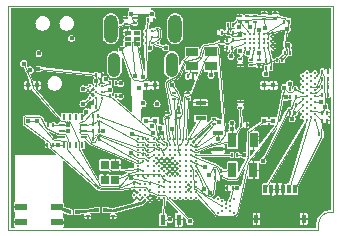
<source format=gbr>
%TF.GenerationSoftware,KiCad,Pcbnew,7.0.7*%
%TF.CreationDate,2024-01-11T19:31:21-08:00*%
%TF.ProjectId,beeper-design,62656570-6572-42d6-9465-7369676e2e6b,rev?*%
%TF.SameCoordinates,Original*%
%TF.FileFunction,Copper,L1,Top*%
%TF.FilePolarity,Positive*%
%FSLAX46Y46*%
G04 Gerber Fmt 4.6, Leading zero omitted, Abs format (unit mm)*
G04 Created by KiCad (PCBNEW 7.0.7) date 2024-01-11 19:31:21*
%MOMM*%
%LPD*%
G01*
G04 APERTURE LIST*
%TA.AperFunction,SMDPad,CuDef*%
%ADD10R,0.158310X0.330000*%
%TD*%
%TA.AperFunction,SMDPad,CuDef*%
%ADD11R,0.330000X0.158310*%
%TD*%
%TA.AperFunction,SMDPad,CuDef*%
%ADD12C,0.250000*%
%TD*%
%TA.AperFunction,SMDPad,CuDef*%
%ADD13R,1.000000X0.600000*%
%TD*%
%TA.AperFunction,SMDPad,CuDef*%
%ADD14R,0.412132X0.950000*%
%TD*%
%TA.AperFunction,SMDPad,CuDef*%
%ADD15R,0.950000X0.412132*%
%TD*%
%TA.AperFunction,SMDPad,CuDef*%
%ADD16C,0.240000*%
%TD*%
%TA.AperFunction,SMDPad,CuDef*%
%ADD17C,0.210000*%
%TD*%
%TA.AperFunction,SMDPad,CuDef*%
%ADD18R,0.700000X0.750000*%
%TD*%
%TA.AperFunction,SMDPad,CuDef*%
%ADD19R,1.000000X0.720000*%
%TD*%
%TA.AperFunction,SMDPad,CuDef*%
%ADD20R,0.450000X0.450000*%
%TD*%
%TA.AperFunction,ComponentPad*%
%ADD21O,0.730000X1.460000*%
%TD*%
%TA.AperFunction,ComponentPad*%
%ADD22O,1.200000X2.400000*%
%TD*%
%TA.AperFunction,SMDPad,CuDef*%
%ADD23O,1.050000X2.100000*%
%TD*%
%TA.AperFunction,SMDPad,CuDef*%
%ADD24R,0.280000X0.500000*%
%TD*%
%TA.AperFunction,SMDPad,CuDef*%
%ADD25R,0.500000X0.280000*%
%TD*%
%TA.AperFunction,SMDPad,CuDef*%
%ADD26C,0.212500*%
%TD*%
%TA.AperFunction,SMDPad,CuDef*%
%ADD27R,0.520000X0.300000*%
%TD*%
%TA.AperFunction,SMDPad,CuDef*%
%ADD28R,0.300000X0.800000*%
%TD*%
%TA.AperFunction,SMDPad,CuDef*%
%ADD29R,0.400000X0.800000*%
%TD*%
%TA.AperFunction,SMDPad,CuDef*%
%ADD30R,0.710555X1.300000*%
%TD*%
%TA.AperFunction,ViaPad*%
%ADD31C,0.400000*%
%TD*%
%TA.AperFunction,ViaPad*%
%ADD32C,0.250000*%
%TD*%
%TA.AperFunction,Conductor*%
%ADD33C,0.075000*%
%TD*%
%TA.AperFunction,Conductor*%
%ADD34C,0.221000*%
%TD*%
%TA.AperFunction,Profile*%
%ADD35C,0.050000*%
%TD*%
G04 APERTURE END LIST*
%TA.AperFunction,EtchedComponent*%
%TO.C,*%
G36*
X129873783Y-115433107D02*
G01*
X131081534Y-115821941D01*
X131081534Y-116151941D01*
X130923224Y-116151941D01*
X129789210Y-115637284D01*
X129753361Y-115613331D01*
X129729408Y-115577482D01*
X129720996Y-115535195D01*
X129729408Y-115492909D01*
X129753361Y-115457060D01*
X129789210Y-115433107D01*
X129831496Y-115424695D01*
X129873783Y-115433107D01*
G37*
%TD.AperFunction*%
%TA.AperFunction,EtchedComponent*%
G36*
X137045351Y-115329645D02*
G01*
X137004782Y-115348387D01*
X134776295Y-115945700D01*
X134446295Y-115945700D01*
X134446295Y-115787390D01*
X136920209Y-115144210D01*
X136951254Y-115129678D01*
X137045351Y-115329645D01*
G37*
%TD.AperFunction*%
%TA.AperFunction,EtchedComponent*%
G36*
X137347846Y-114870579D02*
G01*
X137381911Y-114893340D01*
X137404672Y-114927404D01*
X137412664Y-114967586D01*
X137404672Y-115007768D01*
X137381911Y-115041832D01*
X137149250Y-115253619D01*
X137105352Y-115291568D01*
X136964482Y-115121284D01*
X136992980Y-115097349D01*
X137233418Y-114893340D01*
X137267483Y-114870579D01*
X137307664Y-114862586D01*
X137347846Y-114870579D01*
G37*
%TD.AperFunction*%
%TA.AperFunction,EtchedComponent*%
G36*
X134776295Y-115787391D02*
G01*
X134776295Y-115945700D01*
X134446295Y-115945700D01*
X133743115Y-115944502D01*
X133743115Y-115614502D01*
X133901425Y-115614502D01*
X134776295Y-115787391D01*
G37*
%TD.AperFunction*%
%TA.AperFunction,EtchedComponent*%
G36*
X132645158Y-115944513D02*
G01*
X131553224Y-116151940D01*
X131394914Y-116151940D01*
X131394914Y-115821940D01*
X132315158Y-115786204D01*
X132645158Y-115786204D01*
X132645158Y-115944513D01*
G37*
%TD.AperFunction*%
%TA.AperFunction,EtchedComponent*%
G36*
X133429734Y-115944501D02*
G01*
X132645158Y-115944513D01*
X132315158Y-115944513D01*
X132315158Y-115786204D01*
X133271425Y-115614501D01*
X133429734Y-115614501D01*
X133429734Y-115944501D01*
G37*
%TD.AperFunction*%
%TD*%
D10*
%TO.P,R1,1*%
%TO.N,V18F*%
X143255416Y-112467171D03*
%TO.P,R1,2*%
%TO.N,V18P*%
X143727106Y-112467171D03*
%TD*%
%TO.P,C19,1*%
%TO.N,AC1*%
X148002726Y-103159876D03*
%TO.P,C19,2*%
%TO.N,BOOT1*%
X147531036Y-103159876D03*
%TD*%
D11*
%TO.P,C23,1*%
%TO.N,GND*%
X148336985Y-99149412D03*
%TO.P,C23,2*%
%TO.N,RECT*%
X148336985Y-99621102D03*
%TD*%
D10*
%TO.P,C48,1*%
%TO.N,GND*%
X133645878Y-104375575D03*
%TO.P,C48,2*%
%TO.N,VDD1P8*%
X133174188Y-104375575D03*
%TD*%
%TO.P,R17,1*%
%TO.N,mcu_hap-i2c_scl*%
X134368671Y-105075313D03*
%TO.P,R17,2*%
%TO.N,VDD1P8*%
X134840361Y-105075313D03*
%TD*%
%TO.P,C21,1*%
%TO.N,AC2*%
X148952555Y-103130352D03*
%TO.P,C21,2*%
%TO.N,AC1*%
X148480865Y-103130352D03*
%TD*%
D12*
%TO.P,U2,A1*%
%TO.N,N/C*%
X144862568Y-114868836D03*
%TO.P,U2,A5*%
X143462568Y-114868836D03*
%TO.P,U2,B2*%
%TO.N,VDD1P8*%
X144512568Y-115068836D03*
%TO.P,U2,B4*%
%TO.N,mcu_mcu-mem_cs*%
X143812568Y-115068836D03*
%TO.P,U2,C3*%
%TO.N,GND*%
X144162568Y-115268836D03*
%TO.P,U2,D2*%
%TO.N,mcu_mcu-mem_sdio3*%
X144512568Y-115468836D03*
%TO.P,U2,D4*%
%TO.N,mcu_mcu-mem_sdio1*%
X143812568Y-115468836D03*
%TO.P,U2,E3*%
%TO.N,mcu_mcu-mem_sdio0*%
X144162568Y-115668836D03*
%TO.P,U2,F2*%
%TO.N,mcu_mcu-mem_sck*%
X144512568Y-115868836D03*
%TO.P,U2,F4*%
%TO.N,mcu_mcu-mem_sdio2*%
X143812568Y-115868836D03*
%TO.P,U2,G1*%
%TO.N,N/C*%
X144862568Y-116068836D03*
%TO.P,U2,G5*%
X143462568Y-116068836D03*
%TD*%
D10*
%TO.P,C20,1*%
%TO.N,AC2*%
X149533053Y-99845030D03*
%TO.P,C20,2*%
%TO.N,BOOT2*%
X149061363Y-99845030D03*
%TD*%
%TO.P,C22,1*%
%TO.N,cap_p1*%
X149601076Y-102468028D03*
%TO.P,C22,2*%
%TO.N,AC1*%
X149129386Y-102468028D03*
%TD*%
%TO.P,R16,1*%
%TO.N,mcu_hap-i2c_sda*%
X134377741Y-106172786D03*
%TO.P,R16,2*%
%TO.N,VDD1P8*%
X134849431Y-106172786D03*
%TD*%
D13*
%TO.P,U17,1*%
%TO.N,RF3*%
X129831496Y-115535195D03*
%TO.P,U17,2*%
%TO.N,GND*%
X126831496Y-116835195D03*
%TO.P,U17,3*%
X126831496Y-115535195D03*
%TO.P,U17,4*%
X129831496Y-116835195D03*
%TD*%
D14*
%TO.P,C3,1*%
%TO.N,GND*%
X140169314Y-116617757D03*
%TO.P,C3,2*%
%TO.N,V14RF*%
X138831446Y-116617757D03*
%TD*%
D11*
%TO.P,L1,1*%
%TO.N,LX*%
X143144542Y-108085815D03*
%TO.P,L1,2*%
%TO.N,LY*%
X143144542Y-108557505D03*
%TD*%
%TO.P,C11,1*%
%TO.N,GND*%
X140920388Y-105919400D03*
%TO.P,C11,2*%
%TO.N,VDD1P8*%
X140920388Y-106391090D03*
%TD*%
D15*
%TO.P,C1,1*%
%TO.N,GND*%
X142015967Y-106701356D03*
%TO.P,C1,2*%
%TO.N,V12*%
X142015967Y-108039224D03*
%TD*%
D10*
%TO.P,R10,1*%
%TO.N,board-io_qsen-i3c_scl*%
X132932136Y-109820273D03*
%TO.P,R10,2*%
%TO.N,mcu_q-spi_sck*%
X133403826Y-109820273D03*
%TD*%
%TO.P,L2,1*%
%TO.N,LZ*%
X144670767Y-111162222D03*
%TO.P,L2,2*%
%TO.N,VDD1P8*%
X145142457Y-111162222D03*
%TD*%
%TO.P,L3,1*%
%TO.N,RF1*%
X133822270Y-115779501D03*
%TO.P,L3,2*%
%TO.N,RF2*%
X133350580Y-115779501D03*
%TD*%
D12*
%TO.P,U4,A1*%
%TO.N,N/C*%
X151694476Y-104165097D03*
%TO.P,U4,A3*%
X151694476Y-104665097D03*
%TO.P,U4,A5*%
X151694476Y-105165097D03*
%TO.P,U4,A7*%
%TO.N,DACREF*%
X151694476Y-105665097D03*
%TO.P,U4,A9*%
%TO.N,VMID*%
X151694476Y-106165097D03*
%TO.P,U4,A11*%
%TO.N,VDD1P8*%
X151694476Y-106665097D03*
%TO.P,U4,A13*%
%TO.N,SP_N*%
X151694476Y-107165097D03*
%TO.P,U4,A15*%
%TO.N,MICBIAS1*%
X151694476Y-107665097D03*
%TO.P,U4,A17*%
%TO.N,MICBIAS2*%
X151694476Y-108165097D03*
%TO.P,U4,B2*%
%TO.N,GND*%
X151354476Y-104415097D03*
%TO.P,U4,B4*%
%TO.N,N/C*%
X151354476Y-104915097D03*
%TO.P,U4,B6*%
%TO.N,VDD_IO*%
X151354476Y-105415097D03*
%TO.P,U4,B8*%
%TO.N,VREF*%
X151354476Y-105915097D03*
%TO.P,U4,B10*%
%TO.N,GND*%
X151354476Y-106415097D03*
%TO.P,U4,B12*%
%TO.N,SP_P*%
X151354476Y-106915097D03*
%TO.P,U4,B14*%
%TO.N,VDD_IO*%
X151354476Y-107415097D03*
%TO.P,U4,B16*%
%TO.N,codec-pdm-net_data*%
X151354476Y-107915097D03*
%TO.P,U4,C1*%
%TO.N,N/C*%
X151014476Y-104165097D03*
%TO.P,U4,C3*%
X151014476Y-104665097D03*
%TO.P,U4,C5*%
%TO.N,DATIN*%
X151014476Y-105165097D03*
%TO.P,U4,C7*%
%TO.N,DATOUT*%
X151014476Y-105665097D03*
%TO.P,U4,C9*%
%TO.N,codec-i2c-net_sda*%
X151014476Y-106165097D03*
%TO.P,U4,C11*%
%TO.N,MCLK*%
X151014476Y-106665097D03*
%TO.P,U4,C13*%
%TO.N,N/C*%
X151014476Y-107165097D03*
%TO.P,U4,C15*%
X151014476Y-107665097D03*
%TO.P,U4,C17*%
%TO.N,codec-pdm-net_clk*%
X151014476Y-108165097D03*
%TO.P,U4,D2*%
%TO.N,N/C*%
X150674476Y-104415097D03*
%TO.P,U4,D4*%
%TO.N,BCLK*%
X150674476Y-104915097D03*
%TO.P,U4,D6*%
%TO.N,WCLK*%
X150674476Y-105415097D03*
%TO.P,U4,D8*%
%TO.N,codec-i2c-net_scl*%
X150674476Y-105915097D03*
%TO.P,U4,D10*%
%TO.N,VDD_IO*%
X150674476Y-106415097D03*
%TO.P,U4,D12*%
%TO.N,VDIG*%
X150674476Y-106915097D03*
%TO.P,U4,D14*%
%TO.N,N/C*%
X150674476Y-107415097D03*
%TO.P,U4,D16*%
X150674476Y-107915097D03*
%TD*%
D15*
%TO.P,C2,1*%
%TO.N,GND*%
X143482328Y-110623039D03*
%TO.P,C2,2*%
%TO.N,V14RF*%
X143482328Y-109285171D03*
%TD*%
D10*
%TO.P,R9,1*%
%TO.N,mcu_q-i3c_sda*%
X132896618Y-107840123D03*
%TO.P,R9,2*%
%TO.N,mcu_q-spi_sdo*%
X133368308Y-107840123D03*
%TD*%
D11*
%TO.P,C49,1*%
%TO.N,RF1*%
X134611295Y-115866545D03*
%TO.P,C49,2*%
%TO.N,GND*%
X134611295Y-116338235D03*
%TD*%
%TO.P,C16,1*%
%TO.N,AC2*%
X145986114Y-99386365D03*
%TO.P,C16,2*%
%TO.N,CLAMP2*%
X145986114Y-99858055D03*
%TD*%
%TO.P,C17,1*%
%TO.N,AC1*%
X146313595Y-103547872D03*
%TO.P,C17,2*%
%TO.N,COMM1*%
X146313595Y-103076182D03*
%TD*%
D10*
%TO.P,C47,1*%
%TO.N,GND*%
X132675248Y-107100149D03*
%TO.P,C47,2*%
%TO.N,REG*%
X133146938Y-107100149D03*
%TD*%
D11*
%TO.P,C18,1*%
%TO.N,AC2*%
X146637795Y-99385541D03*
%TO.P,C18,2*%
%TO.N,COMM2*%
X146637795Y-99857231D03*
%TD*%
D16*
%TO.P,U12,A1*%
%TO.N,mcu_hap-gpio0_gpio*%
X133671887Y-106327878D03*
%TO.P,U12,A2*%
%TO.N,REG*%
X133171887Y-106327878D03*
%TO.P,U12,A3*%
%TO.N,OUT+*%
X132671887Y-106327878D03*
%TO.P,U12,B1*%
%TO.N,mcu_hap-gpio1_gpio*%
X133671887Y-105827878D03*
%TO.P,U12,B2*%
%TO.N,mcu_hap-i2c_sda*%
X133171887Y-105827878D03*
%TO.P,U12,B3*%
%TO.N,GND*%
X132671887Y-105827878D03*
%TO.P,U12,C1*%
%TO.N,mcu_hap-i2c_scl*%
X133671887Y-105327878D03*
%TO.P,U12,C2*%
%TO.N,VDD1P8*%
X133171887Y-105327878D03*
%TO.P,U12,C3*%
%TO.N,OUT-*%
X132671887Y-105327878D03*
%TD*%
D10*
%TO.P,R6,1*%
%TO.N,FOD*%
X143802774Y-100774174D03*
%TO.P,R6,2*%
%TO.N,GND*%
X143331084Y-100774174D03*
%TD*%
%TO.P,C43,1*%
%TO.N,GND*%
X129082764Y-108622303D03*
%TO.P,C43,2*%
%TO.N,VDD1P8*%
X129554454Y-108622303D03*
%TD*%
D17*
%TO.P,U1,A1*%
%TO.N,N/C*%
X141655165Y-114760086D03*
%TO.P,U1,A2*%
X141205165Y-114760086D03*
%TO.P,U1,A3*%
X140755165Y-114760086D03*
%TO.P,U1,A4*%
X140305165Y-114760086D03*
%TO.P,U1,A5*%
X139855165Y-114760086D03*
%TO.P,U1,A6*%
X139405165Y-114760086D03*
%TO.P,U1,A7*%
%TO.N,V14RF*%
X138955165Y-114760086D03*
%TO.P,U1,A8*%
%TO.N,GND*%
X138505165Y-114760086D03*
%TO.P,U1,A9*%
X137757665Y-114967586D03*
%TO.P,U1,A10*%
%TO.N,RF1*%
X137307665Y-114967586D03*
%TO.P,U1,A11*%
%TO.N,GND*%
X136857665Y-114967586D03*
%TO.P,U1,A12*%
X136407665Y-114967586D03*
%TO.P,U1,B1*%
%TO.N,codec-i2c-net_scl*%
X141655165Y-114310086D03*
%TO.P,U1,B2*%
%TO.N,N/C*%
X141205165Y-114310086D03*
%TO.P,U1,B3*%
X140755165Y-114310086D03*
%TO.P,U1,B4*%
X140305165Y-114310086D03*
%TO.P,U1,B5*%
X139855165Y-114310086D03*
%TO.P,U1,B6*%
X139405165Y-114310086D03*
%TO.P,U1,B7*%
X138955165Y-114310086D03*
%TO.P,U1,B8*%
X138505165Y-114310086D03*
%TO.P,U1,B9*%
%TO.N,GND*%
X137757665Y-114517586D03*
%TO.P,U1,B10*%
%TO.N,N/C*%
X137307665Y-114517586D03*
%TO.P,U1,B11*%
X136857665Y-114517586D03*
%TO.P,U1,B12*%
X136407665Y-114517586D03*
%TO.P,U1,C1*%
%TO.N,V18F*%
X141655165Y-113860086D03*
%TO.P,U1,C2*%
%TO.N,GND*%
X141205165Y-113860086D03*
%TO.P,U1,C3*%
%TO.N,N/C*%
X140755165Y-113860086D03*
%TO.P,U1,C4*%
X140305165Y-113860086D03*
%TO.P,U1,C5*%
X139855165Y-113860086D03*
%TO.P,U1,C6*%
X139405165Y-113860086D03*
%TO.P,U1,C7*%
%TO.N,mcu_dbg-m33_swdio*%
X138955165Y-113860086D03*
%TO.P,U1,C8*%
%TO.N,N/C*%
X138505165Y-113860086D03*
%TO.P,U1,C9*%
X137757665Y-114067586D03*
%TO.P,U1,C10*%
X137307665Y-114067586D03*
%TO.P,U1,C11*%
X136857665Y-114067586D03*
%TO.P,U1,C12*%
%TO.N,GND*%
X136407665Y-114067586D03*
%TO.P,U1,D1*%
%TO.N,N/C*%
X141655165Y-113410086D03*
%TO.P,U1,D2*%
X141205165Y-113410086D03*
%TO.P,U1,D3*%
X140755165Y-113410086D03*
%TO.P,U1,D4*%
X140305165Y-113410086D03*
%TO.P,U1,D5*%
X139855165Y-113410086D03*
%TO.P,U1,D6*%
%TO.N,mcu_dbg-m33_swdclk*%
X139405165Y-113410086D03*
%TO.P,U1,D7*%
%TO.N,N/C*%
X138955165Y-113410086D03*
%TO.P,U1,D8*%
X138505165Y-113410086D03*
%TO.P,U1,D9*%
X137757665Y-113617586D03*
%TO.P,U1,D10*%
X137307665Y-113617586D03*
%TO.P,U1,D11*%
%TO.N,mcu_mcu-button0_gpio*%
X136857665Y-113617586D03*
%TO.P,U1,D12*%
%TO.N,GND*%
X136407665Y-113617586D03*
%TO.P,U1,E1*%
%TO.N,N/C*%
X141655165Y-112960086D03*
%TO.P,U1,E2*%
X141205165Y-112960086D03*
%TO.P,U1,E3*%
X140755165Y-112960086D03*
%TO.P,U1,E4*%
X140305165Y-112960086D03*
%TO.P,U1,E5*%
X139855165Y-112960086D03*
%TO.P,U1,E6*%
X139405165Y-112960086D03*
%TO.P,U1,E7*%
X138955165Y-112960086D03*
%TO.P,U1,E8*%
X138505165Y-112960086D03*
%TO.P,U1,E9*%
X138055165Y-112960086D03*
%TO.P,U1,E10*%
X137605165Y-112960086D03*
%TO.P,U1,E11*%
%TO.N,GND*%
X137155165Y-112960086D03*
%TO.P,U1,E12*%
X136705165Y-112960086D03*
%TO.P,U1,F1*%
%TO.N,D+*%
X141655165Y-112510086D03*
%TO.P,U1,F2*%
%TO.N,N/C*%
X141205165Y-112510086D03*
%TO.P,U1,F3*%
%TO.N,mcu_mcu-mem_sdio3*%
X140755165Y-112510086D03*
%TO.P,U1,F4*%
%TO.N,mcu_mcu-mem_sck*%
X140305165Y-112510086D03*
%TO.P,U1,F5*%
%TO.N,GND*%
X139855165Y-112510086D03*
%TO.P,U1,F6*%
X139405165Y-112510086D03*
%TO.P,U1,F7*%
%TO.N,N/C*%
X138955165Y-112510086D03*
%TO.P,U1,F8*%
X138505165Y-112510086D03*
%TO.P,U1,F9*%
X138055165Y-112510086D03*
%TO.P,U1,F11*%
%TO.N,XTAL32Mp*%
X137155165Y-112510086D03*
%TO.P,U1,F12*%
%TO.N,XTAL32Mm*%
X136705165Y-112510086D03*
%TO.P,U1,G1*%
%TO.N,D-*%
X141655165Y-112060086D03*
%TO.P,U1,G2*%
%TO.N,mcu_mcu-mem_sdio1*%
X141205165Y-112060086D03*
%TO.P,U1,G3*%
%TO.N,N/C*%
X140755165Y-112060086D03*
%TO.P,U1,G4*%
X140305165Y-112060086D03*
%TO.P,U1,G5*%
%TO.N,GND*%
X139855165Y-112060086D03*
%TO.P,U1,G6*%
X139405165Y-112060086D03*
%TO.P,U1,G7*%
X138955165Y-112060086D03*
%TO.P,U1,G8*%
%TO.N,mcu_mcu-uart_rx*%
X138505165Y-112060086D03*
%TO.P,U1,G9*%
%TO.N,mcu_mcu-uart_tx*%
X138055165Y-112060086D03*
%TO.P,U1,G10*%
%TO.N,mcu_hap-i2c_scl*%
X137605165Y-112060086D03*
%TO.P,U1,G12*%
%TO.N,GND*%
X136705165Y-112060086D03*
%TO.P,U1,H1*%
X141655165Y-111610086D03*
%TO.P,U1,H2*%
%TO.N,codec-i2c-net_sda*%
X141205165Y-111610086D03*
%TO.P,U1,H3*%
%TO.N,mcu_mcu-button2_gpio*%
X140755165Y-111610086D03*
%TO.P,U1,H4*%
%TO.N,mcu_mcu-mem_sdio2*%
X140305165Y-111610086D03*
%TO.P,U1,H5*%
%TO.N,N/C*%
X139855165Y-111610086D03*
%TO.P,U1,H6*%
%TO.N,GND*%
X139405165Y-111610086D03*
%TO.P,U1,H7*%
X138955165Y-111610086D03*
%TO.P,U1,H8*%
X138505165Y-111610086D03*
%TO.P,U1,H9*%
%TO.N,mcu_hap-gpio1_gpio*%
X138055165Y-111610086D03*
%TO.P,U1,H10*%
%TO.N,mcu_q-spi_sdi*%
X137605165Y-111610086D03*
%TO.P,U1,H11*%
%TO.N,mcu_q-spi_cs*%
X137155165Y-111610086D03*
%TO.P,U1,H12*%
%TO.N,mcu_q-spi_sck*%
X136705165Y-111610086D03*
%TO.P,U1,J1*%
%TO.N,LZ*%
X141655165Y-111160086D03*
%TO.P,U1,J2*%
%TO.N,V18P*%
X141205165Y-111160086D03*
%TO.P,U1,J3*%
%TO.N,mcu_mcu-mem_cs*%
X140755165Y-111160086D03*
%TO.P,U1,J4*%
%TO.N,mcu_mcu-wpwr1_gpio*%
X140305165Y-111160086D03*
%TO.P,U1,J5*%
%TO.N,mcu_mcu-wpwr3_gpio*%
X139855165Y-111160086D03*
%TO.P,U1,J6*%
%TO.N,mcu_mcu-mem_sdio0*%
X139405165Y-111160086D03*
%TO.P,U1,J7*%
%TO.N,mcu_mcu-etm_data2*%
X138955165Y-111160086D03*
%TO.P,U1,J8*%
%TO.N,mcu_mcu-etm_data0*%
X138505165Y-111160086D03*
%TO.P,U1,J9*%
%TO.N,mcu_hap-gpio0_gpio*%
X138055165Y-111160086D03*
%TO.P,U1,J10*%
%TO.N,N/C*%
X137605165Y-111160086D03*
%TO.P,U1,J11*%
X137155165Y-111160086D03*
%TO.P,U1,J12*%
X136705165Y-111160086D03*
%TO.P,U1,K1*%
%TO.N,VLED*%
X141655165Y-110710086D03*
%TO.P,U1,K2*%
%TO.N,VDD1P8*%
X141205165Y-110710086D03*
%TO.P,U1,K3*%
%TO.N,mcu_mcu-wpwr2_gpio*%
X140755165Y-110710086D03*
%TO.P,U1,K4*%
%TO.N,mcu_mcu-wpwr0_gpio*%
X140305165Y-110710086D03*
%TO.P,U1,K5*%
%TO.N,mcu_mcu-etm_clk*%
X139855165Y-110710086D03*
%TO.P,U1,K6*%
%TO.N,mcu_mcu-etm_data3*%
X139405165Y-110710086D03*
%TO.P,U1,K7*%
%TO.N,mcu_mcu-etm_data1*%
X138955165Y-110710086D03*
%TO.P,U1,K8*%
%TO.N,mcu_q-i3c_sda*%
X138505165Y-110710086D03*
%TO.P,U1,K9*%
%TO.N,board-io_qsen-i3c_scl*%
X138055165Y-110710086D03*
%TO.P,U1,K10*%
%TO.N,N/C*%
X137605165Y-110710086D03*
%TO.P,U1,K11*%
X137155165Y-110710086D03*
%TO.P,U1,K12*%
X136705165Y-110710086D03*
%TO.P,U1,L1*%
%TO.N,LY*%
X141655165Y-110260086D03*
%TO.P,U1,L2*%
%TO.N,V14RF*%
X141205165Y-110260086D03*
%TO.P,U1,L3*%
%TO.N,V12*%
X140755165Y-110260086D03*
%TO.P,U1,L4*%
%TO.N,board-io_rgb_b*%
X140305165Y-110260086D03*
%TO.P,U1,L5*%
%TO.N,board-io_rgb_r*%
X139855165Y-110260086D03*
%TO.P,U1,L6*%
%TO.N,board-io_rgb_g*%
X139405165Y-110260086D03*
%TO.P,U1,L7*%
%TO.N,mcu_q-spi_sdo*%
X138955165Y-110260086D03*
%TO.P,U1,L8*%
%TO.N,GND*%
X138505165Y-110260086D03*
%TO.P,U1,L9*%
X138055165Y-110260086D03*
%TO.P,U1,L10*%
%TO.N,N/C*%
X137605165Y-110260086D03*
%TO.P,U1,L11*%
X137155165Y-110260086D03*
%TO.P,U1,L12*%
X136705165Y-110260086D03*
%TO.P,U1,M1*%
%TO.N,GND*%
X141655165Y-109810086D03*
%TO.P,U1,M2*%
%TO.N,LX*%
X141205165Y-109810086D03*
%TO.P,U1,M3*%
%TO.N,VDD1P8*%
X140755165Y-109810086D03*
%TO.P,U1,M4*%
%TO.N,VBAT*%
X140305165Y-109810086D03*
%TO.P,U1,M5*%
%TO.N,mcu_VBUS*%
X139855165Y-109810086D03*
%TO.P,U1,M6*%
%TO.N,VDD3P0*%
X139405165Y-109810086D03*
%TO.P,U1,M7*%
%TO.N,mcu_hap-i2c_sda*%
X138955165Y-109810086D03*
%TO.P,U1,M8*%
%TO.N,mcu_mcu-button1_gpio*%
X138505165Y-109810086D03*
%TO.P,U1,M9*%
%TO.N,N/C*%
X138055165Y-109810086D03*
%TO.P,U1,M10*%
X137605165Y-109810086D03*
%TO.P,U1,M11*%
X137155165Y-109810086D03*
%TO.P,U1,M12*%
X136705165Y-109810086D03*
%TD*%
D10*
%TO.P,C15,1*%
%TO.N,AC1*%
X148009438Y-103807741D03*
%TO.P,C15,2*%
%TO.N,CLAMP1*%
X147537748Y-103807741D03*
%TD*%
%TO.P,R2,1*%
%TO.N,ILIM*%
X144774818Y-100772979D03*
%TO.P,R2,2*%
%TO.N,FOD*%
X144303128Y-100772979D03*
%TD*%
D11*
%TO.P,C50,1*%
%TO.N,RF2*%
X132480158Y-115865359D03*
%TO.P,C50,2*%
%TO.N,GND*%
X132480158Y-116337049D03*
%TD*%
D10*
%TO.P,R4,1*%
%TO.N,FOD*%
X144309848Y-100117355D03*
%TO.P,R4,2*%
%TO.N,RECT*%
X144781538Y-100117355D03*
%TD*%
D11*
%TO.P,R8,1*%
%TO.N,AD*%
X145381903Y-103055713D03*
%TO.P,R8,2*%
%TO.N,GND*%
X145381903Y-103527403D03*
%TD*%
D10*
%TO.P,L4,1*%
%TO.N,RF2*%
X131474069Y-115986940D03*
%TO.P,L4,2*%
%TO.N,RF3*%
X131002379Y-115986940D03*
%TD*%
%TO.P,C10,1*%
%TO.N,GND*%
X141384787Y-104494776D03*
%TO.P,C10,2*%
%TO.N,VLED*%
X140913097Y-104494776D03*
%TD*%
D18*
%TO.P,XTAL1,2*%
%TO.N,GND*%
X133900526Y-113293541D03*
%TO.P,XTAL1,3*%
%TO.N,XTAL32Mm*%
X134800526Y-113293541D03*
%TO.P,XTAL1,4*%
%TO.N,GND*%
X134799526Y-111993541D03*
%TO.P,XTAL1,1*%
%TO.N,XTAL32Mp*%
X133899526Y-111993541D03*
%TD*%
D11*
%TO.P,R18,1*%
%TO.N,SHIELD*%
X136458667Y-100000503D03*
%TO.P,R18,2*%
%TO.N,GND*%
X136458667Y-99528813D03*
%TD*%
D16*
%TO.P,U13,A1*%
%TO.N,VBUS*%
X137375918Y-101638799D03*
%TO.P,U13,A2*%
X137375918Y-101138817D03*
%TO.P,U13,A3*%
X137375918Y-100638799D03*
%TO.P,U13,B1*%
%TO.N,nAD-EN*%
X137875918Y-101638799D03*
%TO.P,U13,B2*%
%TO.N,VDD1P8*%
X137875918Y-101138817D03*
%TO.P,U13,B3*%
%TO.N,nAD-EN*%
X137875918Y-100638799D03*
%TO.P,U13,C1*%
%TO.N,N/C*%
X138375918Y-101638799D03*
%TO.P,U13,C2*%
%TO.N,VDD1P8*%
X138375918Y-101138817D03*
%TO.P,U13,C3*%
X138375918Y-100638799D03*
%TD*%
D10*
%TO.P,C13,1*%
%TO.N,GND*%
X144288895Y-113935002D03*
%TO.P,C13,2*%
%TO.N,VDD1P8*%
X144760585Y-113935002D03*
%TD*%
D11*
%TO.P,C36,1*%
%TO.N,SHIELD*%
X135733934Y-100013321D03*
%TO.P,C36,2*%
%TO.N,GND*%
X135733934Y-99541631D03*
%TD*%
%TO.P,C29,1*%
%TO.N,GND*%
X145396860Y-106661803D03*
%TO.P,C29,2*%
%TO.N,VDD1P8*%
X145396860Y-107133493D03*
%TD*%
%TO.P,C9,1*%
%TO.N,GND*%
X139800342Y-105921652D03*
%TO.P,C9,2*%
%TO.N,mcu_VBUS*%
X139800342Y-106393342D03*
%TD*%
D10*
%TO.P,C12,1*%
%TO.N,GND*%
X145912039Y-108605838D03*
%TO.P,C12,2*%
%TO.N,VDD1P8*%
X145440349Y-108605838D03*
%TD*%
%TO.P,C37,1*%
%TO.N,GND*%
X152736271Y-108234882D03*
%TO.P,C37,2*%
%TO.N,MICBIAS1*%
X152264581Y-108234882D03*
%TD*%
D11*
%TO.P,C24,1*%
%TO.N,GND*%
X147412919Y-99150191D03*
%TO.P,C24,2*%
%TO.N,RECT*%
X147412919Y-99621881D03*
%TD*%
D19*
%TO.P,D1,1*%
%TO.N,board-io_rgb_r*%
X142897328Y-103637321D03*
%TO.P,D1,2*%
%TO.N,VLED*%
X141297328Y-103637321D03*
%TO.P,D1,3*%
%TO.N,board-io_rgb_g*%
X141297328Y-102457321D03*
%TO.P,D1,4*%
%TO.N,board-io_rgb_b*%
X142897328Y-102457321D03*
%TD*%
D10*
%TO.P,R12,1*%
%TO.N,codec-i2c-net_sda*%
X150066540Y-106233162D03*
%TO.P,R12,2*%
%TO.N,VDD1P8*%
X149594850Y-106233162D03*
%TD*%
%TO.P,R3,1*%
%TO.N,mcu_mcu-wpwr1_gpio*%
X144723801Y-101440168D03*
%TO.P,R3,2*%
%TO.N,GND*%
X144252111Y-101440168D03*
%TD*%
%TO.P,C28,1*%
%TO.N,GND*%
X149587875Y-106897456D03*
%TO.P,C28,2*%
%TO.N,VDD_IO*%
X150059565Y-106897456D03*
%TD*%
D20*
%TO.P,U15,A*%
%TO.N,mcu_mcu-button1_gpio*%
X137420500Y-108250000D03*
%TO.P,U15,A1*%
X138179500Y-108250000D03*
%TO.P,U15,B*%
%TO.N,GND*%
X137420500Y-105250000D03*
%TO.P,U15,B1*%
X138179500Y-105250000D03*
%TD*%
D10*
%TO.P,C27,1*%
%TO.N,GND*%
X149580031Y-107558483D03*
%TO.P,C27,2*%
%TO.N,VDIG*%
X150051721Y-107558483D03*
%TD*%
%TO.P,R13,1*%
%TO.N,codec-i2c-net_scl*%
X150052012Y-105576200D03*
%TO.P,R13,2*%
%TO.N,VDD1P8*%
X149580322Y-105576200D03*
%TD*%
D20*
%TO.P,U16,A*%
%TO.N,mcu_mcu-button2_gpio*%
X147420500Y-108250000D03*
%TO.P,U16,A1*%
X148179500Y-108250000D03*
%TO.P,U16,B*%
%TO.N,GND*%
X147420500Y-105250000D03*
%TO.P,U16,B1*%
X148179500Y-105250000D03*
%TD*%
D10*
%TO.P,C25,1*%
%TO.N,GND*%
X138068563Y-99694231D03*
%TO.P,C25,2*%
%TO.N,VBUS*%
X137596873Y-99694231D03*
%TD*%
D11*
%TO.P,R7,1*%
%TO.N,mcu_mcu-wpwr3_gpio*%
X145332967Y-99855796D03*
%TO.P,R7,2*%
%TO.N,GND*%
X145332967Y-99384106D03*
%TD*%
D21*
%TO.P,J6,6*%
%TO.N,SHIELD*%
X134719176Y-103485414D03*
%TO.P,J6,7*%
X139569176Y-103485414D03*
D22*
%TO.P,J6,8*%
X134419176Y-100455414D03*
%TO.P,J6,9*%
X139869176Y-100455414D03*
D23*
%TO.P,J6,10*%
X134719176Y-103485414D03*
%TO.P,J6,11*%
X139569176Y-103485414D03*
%TD*%
D10*
%TO.P,R5,1*%
%TO.N,mcu_mcu-wpwr0_gpio*%
X144697221Y-102107433D03*
%TO.P,R5,2*%
%TO.N,GND*%
X144225531Y-102107433D03*
%TD*%
%TO.P,C26,1*%
%TO.N,GND*%
X152780121Y-104075363D03*
%TO.P,C26,2*%
%TO.N,VDD_IO*%
X152308431Y-104075363D03*
%TD*%
D20*
%TO.P,U14,A*%
%TO.N,mcu_mcu-button0_gpio*%
X127420500Y-108250000D03*
%TO.P,U14,A1*%
X128179500Y-108250000D03*
%TO.P,U14,B*%
%TO.N,GND*%
X127420500Y-105250000D03*
%TO.P,U14,B1*%
X128179500Y-105250000D03*
%TD*%
D10*
%TO.P,C30,1*%
%TO.N,GND*%
X152785089Y-106045190D03*
%TO.P,C30,2*%
%TO.N,VMID*%
X152313399Y-106045190D03*
%TD*%
%TO.P,C39,1*%
%TO.N,GND*%
X152777026Y-105394569D03*
%TO.P,C39,2*%
%TO.N,VREF*%
X152305336Y-105394569D03*
%TD*%
D24*
%TO.P,U9,1*%
%TO.N,mcu_q-spi_sdi*%
X131955464Y-107946651D03*
%TO.P,U9,2*%
%TO.N,TDMOUT*%
X131454464Y-107946651D03*
%TO.P,U9,3*%
%TO.N,imu_BCLK*%
X130955464Y-107946651D03*
%TO.P,U9,4*%
%TO.N,N/C*%
X130454464Y-107946651D03*
D25*
%TO.P,U9,5*%
%TO.N,VDD1P8*%
X130279964Y-108621651D03*
%TO.P,U9,6*%
%TO.N,QVAR1*%
X130279964Y-109121651D03*
%TO.P,U9,7*%
%TO.N,GND*%
X130279964Y-109621651D03*
D24*
%TO.P,U9,8*%
%TO.N,VDD1P8*%
X130454464Y-110296651D03*
%TO.P,U9,9*%
%TO.N,QVAR2*%
X130955464Y-110296651D03*
%TO.P,U9,10*%
%TO.N,N/C*%
X131454464Y-110296651D03*
%TO.P,U9,11*%
%TO.N,imu_WCLK*%
X131955464Y-110296651D03*
D25*
%TO.P,U9,12*%
%TO.N,mcu_q-spi_cs*%
X132129464Y-109621651D03*
%TO.P,U9,13*%
%TO.N,board-io_qsen-i3c_scl*%
X132129464Y-109121651D03*
%TO.P,U9,14*%
%TO.N,mcu_q-i3c_sda*%
X132129864Y-108621651D03*
%TD*%
D26*
%TO.P,U3,A1*%
%TO.N,GND*%
X148163236Y-100899687D03*
%TO.P,U3,A2*%
X148163236Y-101299687D03*
%TO.P,U3,A3*%
X148163236Y-101699687D03*
%TO.P,U3,A4*%
X148163236Y-102099687D03*
%TO.P,U3,B1*%
%TO.N,AC2*%
X147763236Y-100899687D03*
%TO.P,U3,B2*%
X147763236Y-101299687D03*
%TO.P,U3,B3*%
%TO.N,AC1*%
X147763236Y-101699687D03*
%TO.P,U3,B4*%
X147763236Y-102099687D03*
%TO.P,U3,C1*%
%TO.N,BOOT2*%
X147363236Y-100899687D03*
%TO.P,U3,C2*%
%TO.N,RECT*%
X147363236Y-101299687D03*
%TO.P,U3,C3*%
X147363236Y-101699687D03*
%TO.P,U3,C4*%
%TO.N,BOOT1*%
X147363236Y-102099687D03*
%TO.P,U3,D1*%
%TO.N,VDD1P8*%
X146963236Y-100899687D03*
%TO.P,U3,D2*%
X146963236Y-101299687D03*
%TO.P,U3,D3*%
X146963236Y-101699687D03*
%TO.P,U3,D4*%
X146963236Y-102099687D03*
%TO.P,U3,E1*%
%TO.N,COMM2*%
X146563236Y-100899687D03*
%TO.P,U3,E2*%
%TO.N,CLAMP2*%
X146563236Y-101299687D03*
%TO.P,U3,E3*%
%TO.N,CLAMP1*%
X146563236Y-101699687D03*
%TO.P,U3,E4*%
%TO.N,COMM1*%
X146563236Y-102099687D03*
%TO.P,U3,F1*%
%TO.N,mcu_mcu-wpwr3_gpio*%
X146163236Y-100899687D03*
%TO.P,U3,F2*%
%TO.N,FOD*%
X146163236Y-101299687D03*
%TO.P,U3,F3*%
%TO.N,nAD-EN*%
X146163236Y-101699687D03*
%TO.P,U3,F4*%
%TO.N,mcu_mcu-wpwr2_gpio*%
X146163236Y-102099687D03*
%TO.P,U3,G1*%
%TO.N,ILIM*%
X145763236Y-100899687D03*
%TO.P,U3,G2*%
%TO.N,mcu_mcu-wpwr1_gpio*%
X145763236Y-101299687D03*
%TO.P,U3,G3*%
%TO.N,mcu_mcu-wpwr0_gpio*%
X145763236Y-101699687D03*
%TO.P,U3,G4*%
%TO.N,AD*%
X145763236Y-102099687D03*
%TD*%
D27*
%TO.P,U7,1*%
%TO.N,D+*%
X136612114Y-101782436D03*
%TO.P,U7,2*%
%TO.N,D-*%
X136612114Y-101282436D03*
%TO.P,U7,3*%
%TO.N,N/C*%
X136612114Y-100782436D03*
%TO.P,U7,6*%
%TO.N,VBUS*%
X135841114Y-101782436D03*
%TO.P,U7,5*%
%TO.N,N/C*%
X135841114Y-101282436D03*
%TO.P,U7,4*%
%TO.N,GND*%
X135841114Y-100782436D03*
%TD*%
D10*
%TO.P,C38,1*%
%TO.N,GND*%
X152540550Y-109392102D03*
%TO.P,C38,2*%
%TO.N,MICBIAS2*%
X152068860Y-109392102D03*
%TD*%
D28*
%TO.P,U5,1*%
%TO.N,codec-pdm-net_clk*%
X147500000Y-114050000D03*
%TO.P,U5,2*%
%TO.N,GND*%
X148000000Y-114050000D03*
%TO.P,U5,3*%
X148500000Y-114050000D03*
%TO.P,U5,4*%
X149000000Y-114050000D03*
%TO.P,U5,5*%
%TO.N,codec-pdm-net_data*%
X149500000Y-114050000D03*
%TO.P,U5,6*%
%TO.N,MICBIAS1*%
X150000000Y-114050000D03*
D29*
%TO.P,U5,7*%
%TO.N,GND*%
X146750000Y-116550000D03*
%TO.P,U5,8*%
X150750000Y-116550000D03*
%TD*%
D11*
%TO.P,C7,1*%
%TO.N,GND*%
X139268449Y-107578835D03*
%TO.P,C7,2*%
%TO.N,VDD3P0*%
X139268449Y-108050525D03*
%TD*%
D10*
%TO.P,C31,1*%
%TO.N,GND*%
X152769463Y-104739451D03*
%TO.P,C31,2*%
%TO.N,DACREF*%
X152297773Y-104739451D03*
%TD*%
%TO.P,C32,1*%
%TO.N,GND*%
X152748057Y-107563914D03*
%TO.P,C32,2*%
%TO.N,VDD_IO*%
X152276367Y-107563914D03*
%TD*%
D11*
%TO.P,C8,1*%
%TO.N,GND*%
X140218368Y-107559015D03*
%TO.P,C8,2*%
%TO.N,VBAT*%
X140218368Y-108030705D03*
%TD*%
D30*
%TO.P,C6,1*%
%TO.N,GND*%
X146495367Y-112436869D03*
%TO.P,C6,2*%
%TO.N,V18P*%
X144705923Y-112436869D03*
%TD*%
D10*
%TO.P,C5,1*%
%TO.N,GND*%
X143726546Y-113129856D03*
%TO.P,C5,2*%
%TO.N,V18F*%
X143254856Y-113129856D03*
%TD*%
%TO.P,R14,1*%
%TO.N,mcu_q-i3c_sda*%
X132904657Y-108495783D03*
%TO.P,R14,2*%
%TO.N,VDD1P8*%
X133376347Y-108495783D03*
%TD*%
D11*
%TO.P,C14,1*%
%TO.N,GND*%
X146962235Y-103549205D03*
%TO.P,C14,2*%
%TO.N,VDD1P8*%
X146962235Y-103077515D03*
%TD*%
D30*
%TO.P,C4,1*%
%TO.N,GND*%
X146502199Y-109902067D03*
%TO.P,C4,2*%
%TO.N,VDD1P8*%
X144712755Y-109902067D03*
%TD*%
D10*
%TO.P,R15,1*%
%TO.N,board-io_qsen-i3c_scl*%
X132908236Y-109149322D03*
%TO.P,R15,2*%
%TO.N,VDD1P8*%
X133379926Y-109149322D03*
%TD*%
%TO.P,C42,1*%
%TO.N,GND*%
X129052788Y-110304767D03*
%TO.P,C42,2*%
%TO.N,VDD1P8*%
X129524478Y-110304767D03*
%TD*%
D31*
%TO.N,codec-i2c-net_scl*%
X149104000Y-105433494D03*
D32*
%TO.N,mcu_mcu-wpwr1_gpio*%
X140305165Y-111160086D03*
D31*
X143822917Y-101514832D03*
D32*
%TO.N,CLAMP1*%
X146563236Y-101699687D03*
D31*
X147538753Y-104259505D03*
D32*
%TO.N,mcu_mcu-mem_sdio1*%
X143812568Y-115468836D03*
D31*
%TO.N,SHIELD*%
X136142594Y-99172710D03*
X137871349Y-99172710D03*
D32*
%TO.N,mcu_mcu-etm_data0*%
X138505165Y-111160086D03*
D31*
X137135702Y-106775555D03*
%TO.N,VBAT*%
X139561513Y-105189671D03*
D32*
%TO.N,mcu_mcu-mem_sdio2*%
X140305165Y-111610086D03*
X143812568Y-115868836D03*
D31*
%TO.N,codec-i2c-net_sda*%
X142405550Y-112118891D03*
X147306899Y-111638234D03*
%TO.N,VBUS*%
X135307597Y-102163983D03*
%TO.N,mcu_hap-gpio1_gpio*%
X134334368Y-105632680D03*
D32*
X138055165Y-111610086D03*
D31*
%TO.N,OUT+*%
X132066160Y-106806138D03*
D32*
%TO.N,mcu_mcu-mem_sck*%
X144512568Y-115868836D03*
X140305165Y-112510086D03*
%TO.N,mcu_mcu-mem_cs*%
X140755165Y-111160086D03*
X143812568Y-115068836D03*
%TO.N,mcu_mcu-mem_sdio0*%
X144162568Y-115668836D03*
X139405165Y-111160086D03*
D31*
%TO.N,mcu_hap-i2c_scl*%
X133976982Y-104745882D03*
D32*
X137605165Y-112060086D03*
D31*
%TO.N,mcu_mcu-button2_gpio*%
X142694670Y-112843262D03*
D32*
X140755165Y-111610086D03*
D31*
%TO.N,CLAMP2*%
X146170132Y-100282418D03*
D32*
X146563236Y-101299687D03*
%TO.N,mcu_mcu-wpwr0_gpio*%
X140305165Y-110710086D03*
D31*
X144600759Y-102778021D03*
D32*
%TO.N,mcu_mcu-etm_data2*%
X138955165Y-111160086D03*
D31*
X138331450Y-106815731D03*
X136249569Y-109365791D03*
D32*
%TO.N,SP_P*%
X151354476Y-106915097D03*
D31*
%TO.N,mcu_dbg-m33_swdclk*%
X127049008Y-103397477D03*
%TO.N,D-*%
X136498775Y-104496893D03*
X142800540Y-114330652D03*
%TO.N,nAD-EN*%
X145376382Y-102351168D03*
D32*
X146163236Y-101699687D03*
D31*
X139076222Y-102054708D03*
%TO.N,QVAR1*%
X130784824Y-109115470D03*
%TO.N,mcu_dbg-m33_swdio*%
X127590593Y-103948199D03*
X136132564Y-113110803D03*
D32*
%TO.N,SP_N*%
X151694476Y-107165097D03*
D31*
%TO.N,GND*%
X142992066Y-101488315D03*
D32*
X151354476Y-104415097D03*
D31*
X126240526Y-108423762D03*
X152711911Y-111192564D03*
X138465131Y-104529666D03*
X126259751Y-103538415D03*
X148605548Y-102305725D03*
X129713698Y-109601468D03*
X126259751Y-104094665D03*
D32*
X138505165Y-110260086D03*
X136705165Y-112060086D03*
X140218368Y-107384999D03*
X139405165Y-111610086D03*
D31*
X142329149Y-104880616D03*
X133897649Y-117005688D03*
D32*
X141191434Y-113867717D03*
X136407665Y-113617586D03*
D31*
X126253026Y-109467512D03*
X152778498Y-102986930D03*
X152711911Y-111784766D03*
D32*
X138505165Y-114760086D03*
D31*
X152772248Y-102455680D03*
D32*
X136705165Y-112960086D03*
D31*
X133890953Y-112656040D03*
X134419031Y-117022690D03*
D32*
X136407665Y-114967586D03*
X137155165Y-112960086D03*
D31*
X146498655Y-113498351D03*
D32*
X138955165Y-112060086D03*
D31*
X152834748Y-99255680D03*
X126246776Y-108942512D03*
X133387602Y-117000021D03*
D32*
X139405165Y-112510086D03*
D31*
X152815998Y-99780680D03*
X149165106Y-106915827D03*
X144168737Y-114869371D03*
D32*
X136857665Y-114967586D03*
D31*
X132354230Y-117002334D03*
X152790998Y-100843180D03*
D32*
X139855165Y-112510086D03*
D31*
X152772248Y-101911930D03*
X131841349Y-117005168D03*
D32*
X141655165Y-109810086D03*
X138055165Y-110260086D03*
D31*
X132872778Y-117002334D03*
D32*
X138505165Y-111610086D03*
D31*
X152803498Y-100311930D03*
X152703073Y-110618040D03*
D32*
X137757665Y-114517586D03*
D31*
X126240526Y-109992512D03*
X126246776Y-107905012D03*
X126244945Y-99856584D03*
X135461795Y-117005688D03*
X126253501Y-101950915D03*
D32*
X141655165Y-111610086D03*
D31*
X152720750Y-110052354D03*
X142647398Y-110810142D03*
X126253026Y-105798762D03*
X126258203Y-100373656D03*
X152694234Y-113720471D03*
X152711911Y-115125845D03*
X126253501Y-100894665D03*
X128251091Y-101228437D03*
D32*
X137757665Y-114967586D03*
D31*
X152694234Y-114409900D03*
X134934746Y-117017023D03*
X152772248Y-103511930D03*
D32*
X139405165Y-112060086D03*
D31*
X147316827Y-109072434D03*
X152703073Y-113075236D03*
X126272251Y-104650915D03*
X149161034Y-108872389D03*
D32*
X139855165Y-112060086D03*
D31*
X126247251Y-103000915D03*
X135697203Y-111949233D03*
D32*
X136407665Y-114067586D03*
D31*
X131401879Y-107139540D03*
X138348657Y-105724581D03*
X152729402Y-115643825D03*
X126280462Y-105271625D03*
D32*
X138955165Y-111610086D03*
D31*
X126240526Y-107373762D03*
X152772248Y-101368180D03*
X126249365Y-99335093D03*
X126253501Y-102450915D03*
X126240526Y-110517512D03*
X126253501Y-101432165D03*
X126246776Y-106317512D03*
X135228775Y-101572145D03*
X131325197Y-117003876D03*
D32*
X151354476Y-106415097D03*
D31*
X126246776Y-106836262D03*
X140846657Y-105538118D03*
X152711911Y-112421162D03*
X130804246Y-116979832D03*
D32*
%TO.N,mcu_hap-gpio0_gpio*%
X138055165Y-111160086D03*
D31*
%TO.N,VDD1P8*%
X135253660Y-106168638D03*
X149575571Y-105108471D03*
X146978728Y-100521254D03*
X135245811Y-105084379D03*
D32*
X141205165Y-110710086D03*
D31*
X130773738Y-108610382D03*
X152205282Y-106653960D03*
X145126723Y-113950183D03*
X133173574Y-104909491D03*
X137705469Y-102089296D03*
X145736583Y-111169977D03*
X129970343Y-110296899D03*
X149243195Y-106235422D03*
X133758692Y-109149897D03*
X146953008Y-102478299D03*
D32*
X140755165Y-109810086D03*
D31*
X144681473Y-108944675D03*
X128286276Y-103832108D03*
X144672634Y-108471798D03*
%TO.N,mcu_mcu-etm_data3*%
X137906777Y-108725171D03*
D32*
X139405165Y-110710086D03*
D31*
%TO.N,AC2*%
X149361022Y-100462983D03*
%TO.N,QVAR2*%
X141115303Y-116773148D03*
%TO.N,FOD*%
X145395132Y-101008981D03*
D32*
X146163236Y-101299687D03*
D31*
%TO.N,LX*%
X143543940Y-108319721D03*
D32*
%TO.N,mcu_mcu-mem_sdio3*%
X140755165Y-112510086D03*
X144512568Y-115468836D03*
D31*
%TO.N,mcu_mcu-uart_tx*%
X131099595Y-101264852D03*
D32*
X138055165Y-112060086D03*
D31*
%TO.N,cap_p1*%
X149451016Y-101838435D03*
D32*
%TO.N,mcu_mcu-etm_clk*%
X139855165Y-110710086D03*
D31*
X136813812Y-105468849D03*
D32*
%TO.N,mcu_mcu-uart_rx*%
X138505165Y-112060086D03*
D31*
X128307419Y-102542244D03*
%TO.N,VDD_IO*%
X152536167Y-107037869D03*
X149775319Y-108083497D03*
%TO.N,OUT-*%
X132078660Y-105549888D03*
D32*
%TO.N,RECT*%
X147363236Y-101299687D03*
D31*
X147432192Y-100388488D03*
%TO.N,board-io_rgb_r*%
X139570173Y-108951200D03*
X142899067Y-104366671D03*
%TO.N,mcu_q-spi_sdi*%
X132328370Y-107500892D03*
X136085542Y-110946589D03*
%TO.N,mcu_hap-i2c_sda*%
X137982440Y-109241617D03*
X138776380Y-109309812D03*
%TO.N,mcu_mcu-wpwr2_gpio*%
X146062497Y-102528897D03*
D32*
X140755165Y-110710086D03*
D31*
%TO.N,D+*%
X142306465Y-114008336D03*
X137170614Y-104537859D03*
%TO.N,mcu_mcu-wpwr3_gpio*%
X145245596Y-100348780D03*
D32*
X139855165Y-111160086D03*
D31*
%TO.N,mcu_mcu-etm_data1*%
X138610093Y-108833959D03*
D32*
X138955165Y-110710086D03*
D31*
%TO.N,V14RF*%
X143452612Y-109789874D03*
X139386679Y-116595891D03*
%TD*%
D33*
%TO.N,codec-i2c-net_scl*%
X149104000Y-105433494D02*
X149423181Y-105807716D01*
X149423200Y-105807700D02*
G75*
G03*
X149501167Y-105843700I78000J66500D01*
G01*
X149501167Y-105843700D02*
X149659477Y-105843700D01*
X149659477Y-105843685D02*
G75*
G03*
X149720774Y-105823351I23J102485D01*
G01*
X149720774Y-105823351D02*
X150052012Y-105576200D01*
X150052012Y-105576200D02*
X150674476Y-105915097D01*
X141655165Y-114310086D02*
X143296371Y-116223948D01*
X143296385Y-116223936D02*
G75*
G03*
X143317234Y-116242450I77815J66636D01*
G01*
X143317234Y-116242450D02*
X143357787Y-116269547D01*
X143357779Y-116269559D02*
G75*
G03*
X143394736Y-116284851I56921J85259D01*
G01*
X143394736Y-116284852D02*
X143442571Y-116294367D01*
X143442573Y-116294359D02*
G75*
G03*
X143462568Y-116296336I20027J100459D01*
G01*
X143462568Y-116296336D02*
X144862568Y-116296336D01*
X144862568Y-116296331D02*
G75*
G03*
X144882565Y-116294366I32J102431D01*
G01*
X144882565Y-116294367D02*
X144930400Y-116284852D01*
X144930399Y-116284849D02*
G75*
G03*
X144967349Y-116269547I-19999J100549D01*
G01*
X144967349Y-116269547D02*
X145007902Y-116242450D01*
X145007892Y-116242434D02*
G75*
G03*
X145036181Y-116214171I-56892J85234D01*
G01*
X145036182Y-116214171D02*
X145063278Y-116173618D01*
X145063292Y-116173627D02*
G75*
G03*
X145078160Y-116138686I-85292J56927D01*
G01*
X145078161Y-116138686D02*
X146039982Y-111764855D01*
X146059780Y-111723196D02*
G75*
G03*
X146039982Y-111764855I80320J-63704D01*
G01*
X146059772Y-111723189D02*
X146937796Y-110615747D01*
X146937796Y-110615747D02*
G75*
G03*
X146939680Y-110613294I-81596J64647D01*
G01*
X146939681Y-110613294D02*
X148486704Y-108536227D01*
X148486704Y-108536227D02*
G75*
G03*
X148505162Y-108494325I-82204J61227D01*
G01*
X148505162Y-108494325D02*
X148942533Y-106216097D01*
X148942938Y-106215710D02*
G75*
G03*
X148942533Y-106216097I924798886J-967526114D01*
G01*
X148942665Y-106215425D02*
X148957889Y-106138889D01*
X148958051Y-106138095D02*
G75*
G03*
X148957890Y-106138889I164049J-33705D01*
G01*
X148958050Y-106138095D02*
X149104000Y-105433494D01*
%TO.N,mcu_mcu-wpwr1_gpio*%
X144723801Y-101440168D02*
X144390582Y-101685677D01*
X144331265Y-101705154D02*
G75*
G03*
X144390582Y-101685677I35J99954D01*
G01*
X144331265Y-101705168D02*
X144172956Y-101705168D01*
X144122171Y-101691281D02*
G75*
G03*
X144172956Y-101705168I50829J86081D01*
G01*
X144122157Y-101691305D02*
X143822917Y-101514832D01*
X144723801Y-101440168D02*
X145763236Y-101299687D01*
X143822917Y-101514832D02*
X143101661Y-101767469D01*
X143088113Y-101771177D02*
G75*
G03*
X143101661Y-101767468I-19513J97877D01*
G01*
X143088112Y-101771170D02*
X143011575Y-101786394D01*
X143003628Y-101787643D02*
G75*
G03*
X143011575Y-101786394I-11628J99843D01*
G01*
X143003628Y-101787645D02*
X142369868Y-101861413D01*
X142369869Y-101861423D02*
G75*
G03*
X142172364Y-102021179I27431J-235877D01*
G01*
X142172364Y-102021179D02*
X141892049Y-102849380D01*
X141821916Y-102914256D02*
G75*
G03*
X141892049Y-102849380I-24616J96956D01*
G01*
X141821915Y-102914251D02*
X140772740Y-103180391D01*
X140772742Y-103180398D02*
G75*
G03*
X140704667Y-103239719I24558J-96902D01*
G01*
X140704666Y-103239719D02*
X140280129Y-104285886D01*
X140276635Y-104294054D02*
G75*
G03*
X140280128Y-104285886I-216135J97254D01*
G01*
X140276635Y-104294054D02*
X140250616Y-104351866D01*
X140237289Y-104377262D02*
G75*
G03*
X140250615Y-104351866I-203089J122762D01*
G01*
X140237288Y-104377261D02*
X140204490Y-104431515D01*
X140188196Y-104455116D02*
G75*
G03*
X140204490Y-104431515I-186696J146316D01*
G01*
X140188198Y-104455118D02*
X140149100Y-104505024D01*
X140130081Y-104526490D02*
G75*
G03*
X140149100Y-104505024I-167981J167990D01*
G01*
X140130082Y-104526491D02*
X140085253Y-104571320D01*
X140063782Y-104590333D02*
G75*
G03*
X140085252Y-104571319I-146482J187033D01*
G01*
X140063786Y-104590338D02*
X140013880Y-104629436D01*
X139990275Y-104645725D02*
G75*
G03*
X140013880Y-104629436I-122675J203025D01*
G01*
X139990277Y-104645728D02*
X139936023Y-104678526D01*
X139915091Y-104689792D02*
G75*
G03*
X139936023Y-104678526I-101891J214392D01*
G01*
X139915090Y-104689790D02*
X139442056Y-104914574D01*
X139442058Y-104914577D02*
G75*
G03*
X139429419Y-104921749I42842J-90223D01*
G01*
X139429419Y-104921748D02*
X139364534Y-104965102D01*
X139364541Y-104965112D02*
G75*
G03*
X139336945Y-104992692I55559J-83188D01*
G01*
X139336945Y-104992692D02*
X139293590Y-105057577D01*
X139293572Y-105057565D02*
G75*
G03*
X139278659Y-105093625I83228J-55535D01*
G01*
X139278658Y-105093625D02*
X139263434Y-105170162D01*
X139263445Y-105170164D02*
G75*
G03*
X139263434Y-105209180I98055J-19536D01*
G01*
X139263434Y-105209180D02*
X139278658Y-105285716D01*
X139278653Y-105285717D02*
G75*
G03*
X139282411Y-105299413I97947J19517D01*
G01*
X139282411Y-105299413D02*
X139541016Y-106034012D01*
X139540987Y-106034022D02*
G75*
G03*
X139605355Y-106096204I94313J33222D01*
G01*
X139605355Y-106096204D02*
X139995330Y-106218789D01*
X140065325Y-106314187D02*
G75*
G03*
X139995330Y-106218789I-100025J-13D01*
G01*
X140065342Y-106314187D02*
X140065342Y-106472497D01*
X140064714Y-106483667D02*
G75*
G03*
X140065342Y-106472497I-98914J11167D01*
G01*
X140064716Y-106483667D02*
X139953994Y-107468690D01*
X139953997Y-107468690D02*
G75*
G03*
X139953368Y-107479860I99603J-11210D01*
G01*
X139953368Y-107479860D02*
X139953368Y-108109860D01*
X139953370Y-108109860D02*
G75*
G03*
X139953581Y-108116387I99630J-40D01*
G01*
X139953581Y-108116387D02*
X140007167Y-108935700D01*
X140007235Y-108936782D02*
G75*
G03*
X140007166Y-108935700I-146935J-8718D01*
G01*
X140007235Y-108936782D02*
X140059980Y-109804015D01*
X140060138Y-109807800D02*
G75*
G03*
X140059979Y-109804015I-102438J-2400D01*
G01*
X140060139Y-109807800D02*
X140081177Y-110728038D01*
X140081189Y-110728038D02*
G75*
G03*
X140084292Y-110750621I100011J2238D01*
G01*
X140084292Y-110750621D02*
X140092084Y-110780970D01*
X140092090Y-110780968D02*
G75*
G03*
X140102177Y-110805817I96910J24868D01*
G01*
X140102176Y-110805817D02*
X140305165Y-111160086D01*
%TO.N,CLAMP1*%
X147537748Y-103807741D02*
X147538753Y-104259505D01*
%TO.N,MICBIAS1*%
X152264581Y-108234882D02*
X152248007Y-109558355D01*
X152237350Y-109602038D02*
G75*
G03*
X152248006Y-109558355I-89350J44938D01*
G01*
X152237350Y-109602038D02*
X150000000Y-114050000D01*
X151694476Y-107665097D02*
X152264581Y-108234882D01*
%TO.N,mcu_mcu-mem_sdio1*%
X143812568Y-115468836D02*
X142598969Y-114717350D01*
X142594238Y-114714343D02*
G75*
G03*
X142598969Y-114717350I134462J206343D01*
G01*
X142594238Y-114714343D02*
X142100164Y-114392027D01*
X142097981Y-114390586D02*
G75*
G03*
X142100164Y-114392026I137119J205386D01*
G01*
X142097981Y-114390586D02*
X142033096Y-114347231D01*
X142017880Y-114336168D02*
G75*
G03*
X142033096Y-114347230I147120J186368D01*
G01*
X142017880Y-114336168D02*
X141791375Y-114157351D01*
X141791376Y-114157350D02*
G75*
G03*
X141784968Y-114152693I-61476J-77850D01*
G01*
X141784968Y-114152693D02*
X141750904Y-114129932D01*
X141750906Y-114129929D02*
G75*
G03*
X141736618Y-114121992I-55606J-83271D01*
G01*
X141736618Y-114121992D02*
X141573712Y-114048179D01*
X141559424Y-114040243D02*
G75*
G03*
X141573712Y-114048179I55476J83043D01*
G01*
X141559426Y-114040240D02*
X141525362Y-114017479D01*
X141497760Y-113989897D02*
G75*
G03*
X141525362Y-114017479I83140J55597D01*
G01*
X141497772Y-113989889D02*
X141475010Y-113955825D01*
X141460082Y-113919776D02*
G75*
G03*
X141475011Y-113955825I98018J19476D01*
G01*
X141460079Y-113919777D02*
X141452086Y-113879595D01*
X141450213Y-113863041D02*
G75*
G03*
X141452086Y-113879595I100087J2941D01*
G01*
X141450208Y-113863041D02*
X141410121Y-112507131D01*
X141410125Y-112507131D02*
G75*
G03*
X141408242Y-112490577I-99825J-2969D01*
G01*
X141408243Y-112490577D02*
X141400251Y-112450395D01*
X141400252Y-112450395D02*
G75*
G03*
X141391230Y-112424422I-98052J-19505D01*
G01*
X141391231Y-112424422D02*
X141205165Y-112060086D01*
%TO.N,VDIG*%
X150051721Y-107558483D02*
X150674476Y-106915097D01*
%TO.N,SHIELD*%
X136142594Y-99172710D02*
X137871349Y-99172710D01*
X134419176Y-100455414D02*
X135733934Y-100013322D01*
X136458667Y-100000504D02*
X136213159Y-99667284D01*
X136194353Y-99619468D02*
G75*
G03*
X136213159Y-99667284I99347J11468D01*
G01*
X136194331Y-99619471D02*
X136142594Y-99172710D01*
X136458667Y-100000504D02*
X135733934Y-100013322D01*
%TO.N,VBAT*%
X139561513Y-105189671D02*
X140042808Y-105779259D01*
X140061010Y-105813343D02*
G75*
G03*
X140042808Y-105779259I-95610J-29157D01*
G01*
X140060999Y-105813346D02*
X140192527Y-106244955D01*
X140196422Y-106259334D02*
G75*
G03*
X140192527Y-106244955I-230622J-54766D01*
G01*
X140196421Y-106259334D02*
X140480664Y-107456764D01*
X140483377Y-107479860D02*
G75*
G03*
X140480663Y-107456764I-99977J-40D01*
G01*
X140483368Y-107479860D02*
X140483368Y-107638170D01*
X140463886Y-107697493D02*
G75*
G03*
X140483368Y-107638170I-80486J59293D01*
G01*
X140463876Y-107697486D02*
X140218368Y-108030706D01*
X140305165Y-109810086D02*
X140218368Y-108030706D01*
%TO.N,mcu_q-spi_sdo*%
X138955165Y-110260086D02*
X138622118Y-110067928D01*
X138622119Y-110067926D02*
G75*
G03*
X138614721Y-110064063I-50019J-86774D01*
G01*
X138614721Y-110064062D02*
X138586370Y-110050721D01*
X138586371Y-110050718D02*
G75*
G03*
X138573585Y-110045745I-42471J-90282D01*
G01*
X138573585Y-110045745D02*
X138435190Y-110002552D01*
X138409429Y-109990235D02*
G75*
G03*
X138435190Y-110002551I55571J83135D01*
G01*
X138409426Y-109990240D02*
X138375362Y-109967479D01*
X138347760Y-109939897D02*
G75*
G03*
X138375362Y-109967479I83140J55597D01*
G01*
X138347772Y-109939889D02*
X138325010Y-109905825D01*
X138317067Y-109891541D02*
G75*
G03*
X138325010Y-109905825I91333J41441D01*
G01*
X138317071Y-109891539D02*
X138243258Y-109728633D01*
X138243253Y-109728635D02*
G75*
G03*
X138235318Y-109714347I-90953J-41165D01*
G01*
X138235319Y-109714347D02*
X138212558Y-109680283D01*
X138212546Y-109680291D02*
G75*
G03*
X138184968Y-109652694I-83146J-55509D01*
G01*
X138184968Y-109652693D02*
X138150904Y-109629932D01*
X138150905Y-109629930D02*
G75*
G03*
X138130347Y-109619404I-55505J-83070D01*
G01*
X138130347Y-109619404D02*
X133368309Y-107840123D01*
%TO.N,AC1*%
X147763236Y-101699687D02*
X147763236Y-102099687D01*
X148002727Y-103159876D02*
X147669507Y-103405384D01*
X147610191Y-103424874D02*
G75*
G03*
X147669506Y-103405383I9J99974D01*
G01*
X147610191Y-103424876D02*
X147451881Y-103424876D01*
X147434297Y-103423316D02*
G75*
G03*
X147451881Y-103424876I17603J98516D01*
G01*
X147434297Y-103423317D02*
X147144820Y-103371609D01*
X147144819Y-103371616D02*
G75*
G03*
X147127235Y-103370051I-17619J-98384D01*
G01*
X147127235Y-103370051D02*
X146797235Y-103370051D01*
X146797235Y-103370067D02*
G75*
G03*
X146761529Y-103376643I-35J-100033D01*
G01*
X146761529Y-103376643D02*
X146313595Y-103547872D01*
X148002727Y-103159876D02*
X147763236Y-102099687D01*
X148480864Y-103130352D02*
X148002727Y-103159876D01*
X148480864Y-103130352D02*
X149129386Y-102468028D01*
X148002727Y-103159876D02*
X148009438Y-103807741D01*
%TO.N,mcu_q-i3c_sda*%
X132129864Y-108621651D02*
X132904657Y-108495783D01*
X132896618Y-107840123D02*
X132904657Y-108495783D01*
X138505165Y-110710086D02*
X138140828Y-110524020D01*
X138140831Y-110524014D02*
G75*
G03*
X138114856Y-110515001I-45431J-88986D01*
G01*
X138114856Y-110515000D02*
X138074674Y-110507007D01*
X138074673Y-110507010D02*
G75*
G03*
X138063852Y-110505464I-19573J-98390D01*
G01*
X138063852Y-110505464D02*
X137596478Y-110464708D01*
X137585657Y-110463160D02*
G75*
G03*
X137596478Y-110464708I19543J98060D01*
G01*
X137585656Y-110463164D02*
X137545474Y-110455172D01*
X137509430Y-110440234D02*
G75*
G03*
X137545474Y-110455171I55570J83134D01*
G01*
X137509426Y-110440240D02*
X137475362Y-110417479D01*
X137447760Y-110389897D02*
G75*
G03*
X137475362Y-110417479I83140J55597D01*
G01*
X137447772Y-110389889D02*
X137425010Y-110355825D01*
X137417067Y-110341541D02*
G75*
G03*
X137425010Y-110355825I91333J41441D01*
G01*
X137417071Y-110341539D02*
X137343258Y-110178633D01*
X137343253Y-110178635D02*
G75*
G03*
X137335318Y-110164347I-90953J-41165D01*
G01*
X137335319Y-110164347D02*
X137312558Y-110130283D01*
X137312546Y-110130291D02*
G75*
G03*
X137284968Y-110102694I-83146J-55509D01*
G01*
X137284968Y-110102693D02*
X137250904Y-110079932D01*
X137250896Y-110079943D02*
G75*
G03*
X137214856Y-110065000I-55596J-83157D01*
G01*
X137214856Y-110065000D02*
X137174674Y-110057007D01*
X137174673Y-110057010D02*
G75*
G03*
X137163852Y-110055464I-19573J-98390D01*
G01*
X137163852Y-110055464D02*
X136696478Y-110014708D01*
X136685657Y-110013160D02*
G75*
G03*
X136696478Y-110014708I19543J98060D01*
G01*
X136685656Y-110013164D02*
X136645474Y-110005172D01*
X136615950Y-109994240D02*
G75*
G03*
X136645474Y-110005171I49050J87140D01*
G01*
X136615947Y-109994245D02*
X133504538Y-108243630D01*
X133504538Y-108243630D02*
G75*
G03*
X133455502Y-108230783I-49038J-87170D01*
G01*
X133455502Y-108230783D02*
X133297193Y-108230783D01*
X133297193Y-108230782D02*
G75*
G03*
X133237877Y-108250275I7J-100018D01*
G01*
X133237876Y-108250274D02*
X132904657Y-108495783D01*
%TO.N,codec-i2c-net_sda*%
X141205165Y-111610086D02*
X141552037Y-111809846D01*
X141552034Y-111809852D02*
G75*
G03*
X141571460Y-111818429I49866J86652D01*
G01*
X141571460Y-111818430D02*
X141725829Y-111867838D01*
X141730006Y-111869277D02*
G75*
G03*
X141725829Y-111867838I-33906J-91623D01*
G01*
X141730006Y-111869277D02*
X142405550Y-112118891D01*
X150066541Y-106233162D02*
X150666766Y-106187887D01*
X150667773Y-106187817D02*
G75*
G03*
X150666766Y-106187887I16227J-237983D01*
G01*
X150667773Y-106187816D02*
X151014476Y-106165097D01*
X147306899Y-111638234D02*
X149408831Y-107348383D01*
X149450027Y-107304482D02*
G75*
G03*
X149408831Y-107348383I50873J-89018D01*
G01*
X149450028Y-107304484D02*
X149717877Y-107151455D01*
X149717896Y-107151488D02*
G75*
G03*
X149765182Y-107091991I-50896J88988D01*
G01*
X149765182Y-107091991D02*
X149882258Y-106702921D01*
X149885017Y-106694959D02*
G75*
G03*
X149882258Y-106702921I95183J-37441D01*
G01*
X149885016Y-106694958D02*
X150066541Y-106233162D01*
%TO.N,mcu_q-spi_sck*%
X133403826Y-109820273D02*
X135961014Y-111219097D01*
X135961014Y-111219097D02*
G75*
G03*
X135962494Y-111219889I47486J86897D01*
G01*
X135962494Y-111219890D02*
X136705165Y-111610086D01*
%TO.N,VBUS*%
X137375918Y-101638799D02*
X137375918Y-101138817D01*
X137375918Y-100638799D02*
X137596872Y-99694231D01*
X135307597Y-102163983D02*
X135841114Y-101782436D01*
X137375918Y-101138817D02*
X137375918Y-100638799D01*
X137375918Y-101638799D02*
X137470560Y-104534592D01*
X137468699Y-104557369D02*
G75*
G03*
X137470559Y-104534592I-97999J19469D01*
G01*
X137468692Y-104557368D02*
X137453468Y-104633905D01*
X137438536Y-104669952D02*
G75*
G03*
X137453467Y-104633905I-83136J55552D01*
G01*
X137438537Y-104669953D02*
X137395182Y-104734837D01*
X137367585Y-104762416D02*
G75*
G03*
X137395181Y-104734837I-55485J83116D01*
G01*
X137367592Y-104762427D02*
X137302707Y-104805782D01*
X137266657Y-104820705D02*
G75*
G03*
X137302707Y-104805782I-19457J98005D01*
G01*
X137266659Y-104820713D02*
X137190123Y-104835937D01*
X137164527Y-104837676D02*
G75*
G03*
X137190123Y-104835936I6073J99776D01*
G01*
X137164527Y-104837674D02*
X136492689Y-104796708D01*
X136479266Y-104794971D02*
G75*
G03*
X136492689Y-104796707I19534J98271D01*
G01*
X136479266Y-104794972D02*
X136402730Y-104779748D01*
X136366677Y-104764824D02*
G75*
G03*
X136402730Y-104779748I55523J83124D01*
G01*
X136366682Y-104764816D02*
X136301797Y-104721461D01*
X136274192Y-104693882D02*
G75*
G03*
X136301797Y-104721460I83108J55582D01*
G01*
X136274207Y-104693872D02*
X136230852Y-104628987D01*
X136220311Y-104608412D02*
G75*
G03*
X136230852Y-104628987I93689J35012D01*
G01*
X136220317Y-104608410D02*
X135307597Y-102163983D01*
%TO.N,mcu_hap-gpio1_gpio*%
X133671887Y-105827878D02*
X134334368Y-105632680D01*
%TO.N,OUT+*%
X132671887Y-106327878D02*
X132066160Y-106806138D01*
%TO.N,BOOT2*%
X149061363Y-99845030D02*
X147363236Y-100899687D01*
%TO.N,codec-pdm-net_clk*%
X147500000Y-114050000D02*
X147761292Y-113598646D01*
X147762058Y-113597347D02*
G75*
G03*
X147761292Y-113598646I98142J-58753D01*
G01*
X147762058Y-113597347D02*
X151014476Y-108165097D01*
%TO.N,board-io_rgb_g*%
X139405165Y-110260086D02*
X139219099Y-109895750D01*
X139210082Y-109869776D02*
G75*
G03*
X139219099Y-109895750I98018J19476D01*
G01*
X139210079Y-109869777D02*
X139202086Y-109829595D01*
X139200840Y-109821713D02*
G75*
G03*
X139202087Y-109829595I99560J11713D01*
G01*
X139200843Y-109821713D02*
X139004127Y-108141307D01*
X139003453Y-108129680D02*
G75*
G03*
X139004127Y-108141307I100247J-20D01*
G01*
X139003449Y-108129680D02*
X139003449Y-107971370D01*
X139073481Y-107876032D02*
G75*
G03*
X139003449Y-107971370I29919J-95368D01*
G01*
X139073462Y-107875972D02*
X139463437Y-107753387D01*
X139463450Y-107753429D02*
G75*
G03*
X139533449Y-107657989I-30050J95429D01*
G01*
X139533449Y-107657989D02*
X139533449Y-107499680D01*
X139533453Y-107499680D02*
G75*
G03*
X139531874Y-107482004I-99953J-20D01*
G01*
X139531875Y-107482004D02*
X139127752Y-105231650D01*
X139128587Y-105143339D02*
G75*
G03*
X139127752Y-105231650I232913J-46361D01*
G01*
X139128576Y-105143337D02*
X139143800Y-105066800D01*
X139179245Y-104981174D02*
G75*
G03*
X139143801Y-105066800I197555J-131926D01*
G01*
X139179263Y-104981186D02*
X139222617Y-104916301D01*
X139288151Y-104850785D02*
G75*
G03*
X139222618Y-104916301I131949J-197515D01*
G01*
X139288144Y-104850775D02*
X139353028Y-104807421D01*
X139383041Y-104790382D02*
G75*
G03*
X139353028Y-104807421I102059J-214718D01*
G01*
X139383041Y-104790382D02*
X139856075Y-104565599D01*
X139856076Y-104565601D02*
G75*
G03*
X139864889Y-104560856I-42776J90001D01*
G01*
X139864889Y-104560856D02*
X139919143Y-104528058D01*
X139919141Y-104528055D02*
G75*
G03*
X139929081Y-104521199I-51541J85355D01*
G01*
X139929081Y-104521199D02*
X139978987Y-104482100D01*
X139978988Y-104482102D02*
G75*
G03*
X139988026Y-104474092I-61688J78702D01*
G01*
X139988026Y-104474092D02*
X140032854Y-104429264D01*
X140032859Y-104429269D02*
G75*
G03*
X140040862Y-104420225I-70759J70669D01*
G01*
X140040862Y-104420225D02*
X140079960Y-104370320D01*
X140079963Y-104370322D02*
G75*
G03*
X140086819Y-104360381I-78863J61722D01*
G01*
X140086820Y-104360381D02*
X140119618Y-104306127D01*
X140119615Y-104306125D02*
G75*
G03*
X140125230Y-104295435I-85315J51625D01*
G01*
X140125230Y-104295435D02*
X140151249Y-104237623D01*
X140151248Y-104237623D02*
G75*
G03*
X140152720Y-104234183I-89048J40123D01*
G01*
X140152720Y-104234183D02*
X140577257Y-103188016D01*
X140631425Y-103107372D02*
G75*
G03*
X140577258Y-103188016I165875J-169928D01*
G01*
X140631425Y-103107372D02*
X141297328Y-102457321D01*
%TO.N,VREF*%
X152305336Y-105394569D02*
X151851781Y-105825946D01*
X151838427Y-105836641D02*
G75*
G03*
X151851781Y-105825946I-55627J83141D01*
G01*
X151838421Y-105836632D02*
X151797868Y-105863729D01*
X151761821Y-105878667D02*
G75*
G03*
X151797868Y-105863729I-19521J98067D01*
G01*
X151761820Y-105878661D02*
X151713985Y-105888176D01*
X151701732Y-105889830D02*
G75*
G03*
X151713985Y-105888175I-7232J99730D01*
G01*
X151701732Y-105889833D02*
X151354476Y-105915097D01*
%TO.N,mcu_hap-i2c_scl*%
X134368671Y-105075313D02*
X133976982Y-104745882D01*
X133671887Y-105327878D02*
X134368671Y-105075313D01*
%TO.N,VMID*%
X152313398Y-106045190D02*
X151694476Y-106165097D01*
%TO.N,ILIM*%
X144774818Y-100772979D02*
X145384784Y-100709518D01*
X145414639Y-100710912D02*
G75*
G03*
X145384784Y-100709518I-19539J-98088D01*
G01*
X145414641Y-100710902D02*
X145491177Y-100726127D01*
X145527458Y-100741202D02*
G75*
G03*
X145491177Y-100726127I-55758J-82998D01*
G01*
X145527452Y-100741210D02*
X145763236Y-100899687D01*
%TO.N,mcu_mcu-button2_gpio*%
X142694670Y-112843262D02*
X143093100Y-112246636D01*
X143176261Y-112202153D02*
G75*
G03*
X143093101Y-112246637I39J-100047D01*
G01*
X143176261Y-112202171D02*
X143334571Y-112202171D01*
X143430015Y-112272170D02*
G75*
G03*
X143334571Y-112202171I-95415J-30030D01*
G01*
X143429969Y-112272184D02*
X143552554Y-112662159D01*
X143552590Y-112662148D02*
G75*
G03*
X143595361Y-112717225I95410J29948D01*
G01*
X143595361Y-112717225D02*
X143858292Y-112879802D01*
X143861049Y-112881572D02*
G75*
G03*
X143858292Y-112879803I-53549J-80428D01*
G01*
X143861050Y-112881570D02*
X144295297Y-113170155D01*
X144295286Y-113170172D02*
G75*
G03*
X144350645Y-113186869I55314J83272D01*
G01*
X144350645Y-113186869D02*
X145061201Y-113186869D01*
X145061201Y-113186887D02*
G75*
G03*
X145151794Y-113129211I-1J99987D01*
G01*
X145151794Y-113129211D02*
X146011953Y-111288856D01*
X146011946Y-111288853D02*
G75*
G03*
X146019437Y-111266023I-90546J42353D01*
G01*
X146019438Y-111266023D02*
X146034662Y-111189486D01*
X146034666Y-111189487D02*
G75*
G03*
X146036582Y-111170516I-98066J19487D01*
G01*
X146036582Y-111170516D02*
X146046923Y-109251528D01*
X146090075Y-109169841D02*
G75*
G03*
X146046924Y-109251528I56825J-82259D01*
G01*
X146090054Y-109169811D02*
X147420500Y-108250000D01*
X147420500Y-108250000D02*
X148179500Y-108250000D01*
%TO.N,CLAMP2*%
X145986114Y-99858055D02*
X146170132Y-100282418D01*
%TO.N,DACREF*%
X152297772Y-104739451D02*
X152024492Y-105314826D01*
X152007433Y-105344879D02*
G75*
G03*
X152024491Y-105314826I-197333J131879D01*
G01*
X152007435Y-105344880D02*
X151980338Y-105385433D01*
X151946459Y-105425651D02*
G75*
G03*
X151980337Y-105385433I-163559J172151D01*
G01*
X151946462Y-105425654D02*
X151694476Y-105665097D01*
%TO.N,mcu_mcu-wpwr0_gpio*%
X144697222Y-102107433D02*
X145763236Y-101699687D01*
X144697222Y-102107433D02*
X144600759Y-102778021D01*
%TO.N,mcu_mcu-etm_data2*%
X138955165Y-111160086D02*
X138752176Y-110805817D01*
X138743546Y-110786106D02*
G75*
G03*
X138752176Y-110805817I95354J30006D01*
G01*
X138743550Y-110786105D02*
X138697565Y-110639901D01*
X138697567Y-110639900D02*
G75*
G03*
X138685319Y-110614347I-95367J-30000D01*
G01*
X138685319Y-110614347D02*
X138662558Y-110580283D01*
X138662546Y-110580291D02*
G75*
G03*
X138634968Y-110552694I-83146J-55509D01*
G01*
X138634968Y-110552693D02*
X138600904Y-110529932D01*
X138600899Y-110529940D02*
G75*
G03*
X138575829Y-110517838I-55599J-83160D01*
G01*
X138575829Y-110517838D02*
X138421460Y-110468430D01*
X138398362Y-110457619D02*
G75*
G03*
X138421460Y-110468430I53638J84519D01*
G01*
X138398360Y-110457622D02*
X138371904Y-110440833D01*
X138352592Y-110424853D02*
G75*
G03*
X138371904Y-110440833I72908J68453D01*
G01*
X138352590Y-110424855D02*
X138331141Y-110402014D01*
X138316410Y-110381733D02*
G75*
G03*
X138331141Y-110402014I87590J48133D01*
G01*
X138316407Y-110381734D02*
X138301312Y-110354277D01*
X138292089Y-110330969D02*
G75*
G03*
X138301312Y-110354277I96911J24869D01*
G01*
X138292084Y-110330970D02*
X138284292Y-110300621D01*
X138281274Y-110280560D02*
G75*
G03*
X138284292Y-110300621I99826J4760D01*
G01*
X138281266Y-110280560D02*
X138280049Y-110255278D01*
X138280047Y-110255278D02*
G75*
G03*
X138279375Y-110247553I-99147J-4722D01*
G01*
X138279376Y-110247553D02*
X138275449Y-110216466D01*
X138275446Y-110216466D02*
G75*
G03*
X138269214Y-110192187I-99246J-12534D01*
G01*
X138269215Y-110192187D02*
X138257681Y-110163054D01*
X138257687Y-110163052D02*
G75*
G03*
X138245605Y-110141088I-92987J-36848D01*
G01*
X138245605Y-110141088D02*
X138227188Y-110115739D01*
X138227187Y-110115740D02*
G75*
G03*
X138210028Y-110097466I-80887J-58760D01*
G01*
X138210028Y-110097466D02*
X138185886Y-110077494D01*
X138185890Y-110077489D02*
G75*
G03*
X138164721Y-110064062I-63690J-77011D01*
G01*
X138164721Y-110064062D02*
X138136370Y-110050721D01*
X138136370Y-110050720D02*
G75*
G03*
X138112530Y-110042976I-42570J-90480D01*
G01*
X138112530Y-110042975D02*
X138081752Y-110037104D01*
X138081752Y-110037106D02*
G75*
G03*
X138067390Y-110035428I-18752J-98194D01*
G01*
X138067390Y-110035428D02*
X137600789Y-110014990D01*
X137585657Y-110013157D02*
G75*
G03*
X137600789Y-110014990I19543J97957D01*
G01*
X137585656Y-110013164D02*
X137545474Y-110005172D01*
X137509430Y-109990234D02*
G75*
G03*
X137545474Y-110005171I55570J83134D01*
G01*
X137509426Y-109990240D02*
X137475362Y-109967479D01*
X137447760Y-109939897D02*
G75*
G03*
X137475362Y-109967479I83140J55597D01*
G01*
X137447772Y-109939889D02*
X137425010Y-109905825D01*
X137417067Y-109891541D02*
G75*
G03*
X137425010Y-109905825I91333J41441D01*
G01*
X137417071Y-109891539D02*
X137343258Y-109728633D01*
X137343253Y-109728635D02*
G75*
G03*
X137335318Y-109714347I-90953J-41165D01*
G01*
X137335319Y-109714347D02*
X137312558Y-109680283D01*
X137312546Y-109680291D02*
G75*
G03*
X137284968Y-109652694I-83146J-55509D01*
G01*
X137284968Y-109652693D02*
X137250904Y-109629932D01*
X137250898Y-109629942D02*
G75*
G03*
X137220329Y-109616250I-55598J-83158D01*
G01*
X137220329Y-109616249D02*
X136249569Y-109365791D01*
%TO.N,REG*%
X133146938Y-107100149D02*
X133171887Y-106327878D01*
%TO.N,COMM2*%
X146637795Y-99857231D02*
X146563236Y-100899687D01*
%TO.N,V18F*%
X143255416Y-112467171D02*
X143254856Y-113129856D01*
X141655165Y-113860086D02*
X142101544Y-114227008D01*
X142101544Y-114227008D02*
G75*
G03*
X142109487Y-114232903I63456J77208D01*
G01*
X142109487Y-114232904D02*
X142174372Y-114276259D01*
X142174372Y-114276259D02*
G75*
G03*
X142175291Y-114276865I50628J75859D01*
G01*
X142175291Y-114276865D02*
X142669365Y-114599181D01*
X142669362Y-114599185D02*
G75*
G03*
X142704494Y-114613506I54638J83785D01*
G01*
X142704494Y-114613506D02*
X142781031Y-114628730D01*
X142781031Y-114628729D02*
G75*
G03*
X142820049Y-114628729I19509J98050D01*
G01*
X142820049Y-114628730D02*
X142896586Y-114613506D01*
X142896583Y-114613493D02*
G75*
G03*
X142932634Y-114598573I-19483J98093D01*
G01*
X142932634Y-114598574D02*
X142997518Y-114555220D01*
X142997516Y-114555217D02*
G75*
G03*
X143025108Y-114527630I-55516J83117D01*
G01*
X143025108Y-114527630D02*
X143068463Y-114462745D01*
X143068467Y-114462748D02*
G75*
G03*
X143083393Y-114426697I-83167J55548D01*
G01*
X143083394Y-114426697D02*
X143098618Y-114350161D01*
X143098614Y-114350160D02*
G75*
G03*
X143099733Y-114343332I-97414J19460D01*
G01*
X143099733Y-114343332D02*
X143254856Y-113129856D01*
%TO.N,BOOT1*%
X147531036Y-103159876D02*
X147363236Y-102099687D01*
%TO.N,LZ*%
X141655165Y-111160086D02*
X144670767Y-111162222D01*
%TO.N,MICBIAS2*%
X151694476Y-108165097D02*
X152068860Y-109392102D01*
%TO.N,mcu_dbg-m33_swdclk*%
X139405165Y-113410086D02*
X139040828Y-113224020D01*
X139040829Y-113224019D02*
G75*
G03*
X139036618Y-113221992I-46229J-90681D01*
G01*
X139036618Y-113221992D02*
X138873712Y-113148179D01*
X138859424Y-113140243D02*
G75*
G03*
X138873712Y-113148179I55476J83043D01*
G01*
X138859426Y-113140240D02*
X138825362Y-113117479D01*
X138797760Y-113089897D02*
G75*
G03*
X138825362Y-113117479I83140J55597D01*
G01*
X138797772Y-113089889D02*
X138775010Y-113055825D01*
X138767067Y-113041541D02*
G75*
G03*
X138775010Y-113055825I91333J41441D01*
G01*
X138767071Y-113041539D02*
X138693258Y-112878633D01*
X138693253Y-112878635D02*
G75*
G03*
X138685318Y-112864347I-90953J-41165D01*
G01*
X138685319Y-112864347D02*
X138662558Y-112830283D01*
X138662546Y-112830291D02*
G75*
G03*
X138634968Y-112802694I-83146J-55509D01*
G01*
X138634968Y-112802693D02*
X138600904Y-112779932D01*
X138600896Y-112779943D02*
G75*
G03*
X138564856Y-112765000I-55596J-83157D01*
G01*
X138564856Y-112765000D02*
X138524674Y-112757007D01*
X138524675Y-112757003D02*
G75*
G03*
X138506636Y-112755097I-19475J-97997D01*
G01*
X138506636Y-112755097D02*
X137164485Y-112735343D01*
X137164485Y-112735344D02*
G75*
G03*
X137163014Y-112735333I-1385J-90256D01*
G01*
X137163014Y-112735333D02*
X136713014Y-112735333D01*
X136713014Y-112735333D02*
G75*
G03*
X136700120Y-112736168I-14J-99767D01*
G01*
X136700120Y-112736167D02*
X136119671Y-112811638D01*
X136119671Y-112811636D02*
G75*
G03*
X136113055Y-112812726I12929J-99164D01*
G01*
X136113055Y-112812725D02*
X136036519Y-112827949D01*
X136036520Y-112827954D02*
G75*
G03*
X136000471Y-112842880I19480J-98046D01*
G01*
X136000471Y-112842880D02*
X135935586Y-112886235D01*
X135935581Y-112886228D02*
G75*
G03*
X135914213Y-112905493I55619J-83172D01*
G01*
X135914213Y-112905493D02*
X135227456Y-113732429D01*
X135150526Y-113768545D02*
G75*
G03*
X135227455Y-113732429I-26J100045D01*
G01*
X135150526Y-113768541D02*
X133550526Y-113768541D01*
X133463080Y-113717140D02*
G75*
G03*
X133550526Y-113768541I87420J48640D01*
G01*
X133463118Y-113717119D02*
X131728057Y-110595230D01*
X131715534Y-110550814D02*
G75*
G03*
X131728058Y-110595230I99966J4214D01*
G01*
X131715551Y-110550813D02*
X131694378Y-110042489D01*
X131694397Y-110042488D02*
G75*
G03*
X131686650Y-110007898I-99897J-4212D01*
G01*
X131686650Y-110007898D02*
X131050700Y-108495092D01*
X131050707Y-108495089D02*
G75*
G03*
X131041661Y-108478288I-92207J-38811D01*
G01*
X131041661Y-108478288D02*
X130998307Y-108413403D01*
X130998302Y-108413406D02*
G75*
G03*
X130970717Y-108385814I-83202J-55594D01*
G01*
X130970717Y-108385813D02*
X130905832Y-108342459D01*
X130905836Y-108342452D02*
G75*
G03*
X130869784Y-108327528I-55536J-83148D01*
G01*
X130869784Y-108327527D02*
X130793247Y-108312303D01*
X130793246Y-108312309D02*
G75*
G03*
X130776707Y-108310426I-19546J-98091D01*
G01*
X130776707Y-108310426D02*
X130311495Y-108296607D01*
X130238944Y-108262135D02*
G75*
G03*
X130311495Y-108296607I75556J65435D01*
G01*
X130238912Y-108262163D02*
X127878948Y-105540512D01*
X127857057Y-105497467D02*
G75*
G03*
X127878948Y-105540512I97443J22467D01*
G01*
X127857056Y-105497467D02*
X127742944Y-105002533D01*
X127742936Y-105002535D02*
G75*
G03*
X127736359Y-104983233I-97536J-22465D01*
G01*
X127736360Y-104983233D02*
X127314957Y-104066502D01*
X127312886Y-104061657D02*
G75*
G03*
X127314958Y-104066502I92414J36657D01*
G01*
X127312883Y-104061658D02*
X127049008Y-103397477D01*
%TO.N,board-io_rgb_b*%
X140305165Y-110260086D02*
X140491231Y-109895750D01*
X140491235Y-109895752D02*
G75*
G03*
X140500250Y-109869777I-89035J45452D01*
G01*
X140500251Y-109869777D02*
X140508243Y-109829595D01*
X140508245Y-109829595D02*
G75*
G03*
X140510035Y-109815184I-98045J19495D01*
G01*
X140510035Y-109815184D02*
X140620559Y-107650279D01*
X140620559Y-107650279D02*
G75*
G03*
X140620788Y-107644329I-238959J12179D01*
G01*
X140620788Y-107644329D02*
X140655422Y-106309342D01*
X140725389Y-106216499D02*
G75*
G03*
X140655423Y-106309342I30011J-95401D01*
G01*
X140725401Y-106216538D02*
X141115376Y-106093952D01*
X141115382Y-106093970D02*
G75*
G03*
X141178144Y-106035923I-29982J95370D01*
G01*
X141178144Y-106035923D02*
X142304572Y-103239952D01*
X142317832Y-103216653D02*
G75*
G03*
X142304573Y-103239952I79468J-60647D01*
G01*
X142317833Y-103216653D02*
X142897328Y-102457321D01*
%TO.N,XTAL32Mp*%
X137155165Y-112510086D02*
X136790828Y-112324020D01*
X136790831Y-112324014D02*
G75*
G03*
X136764856Y-112315001I-45431J-88986D01*
G01*
X136764856Y-112315000D02*
X136724674Y-112307007D01*
X136724676Y-112306998D02*
G75*
G03*
X136694645Y-112305641I-19476J-98102D01*
G01*
X136694645Y-112305641D02*
X135160046Y-112467986D01*
X135149526Y-112468542D02*
G75*
G03*
X135160046Y-112467985I-26J100142D01*
G01*
X135149526Y-112468541D02*
X134449526Y-112468541D01*
X134381400Y-112441784D02*
G75*
G03*
X134449526Y-112468541I68100J73284D01*
G01*
X134381420Y-112441763D02*
X133899526Y-111993541D01*
%TO.N,D-*%
X136498775Y-104496893D02*
X136252575Y-101942028D01*
X136252114Y-101932436D02*
G75*
G03*
X136252576Y-101942028I100586J36D01*
G01*
X136252114Y-101932436D02*
X136252114Y-101632436D01*
X136287642Y-101555964D02*
G75*
G03*
X136252114Y-101632436I64458J-76436D01*
G01*
X136287657Y-101555982D02*
X136612114Y-101282436D01*
X141655165Y-112060086D02*
X141841231Y-112424422D01*
X141841232Y-112424422D02*
G75*
G03*
X141841417Y-112424787I84968J42822D01*
G01*
X141841416Y-112424787D02*
X142580485Y-113886682D01*
X142580838Y-113887391D02*
G75*
G03*
X142580484Y-113886682I-52438J-25709D01*
G01*
X142580839Y-113887390D02*
X142800540Y-114330652D01*
%TO.N,nAD-EN*%
X137875918Y-101638799D02*
X138286042Y-101839487D01*
X138286044Y-101839483D02*
G75*
G03*
X138303931Y-101846207I43956J89783D01*
G01*
X138303931Y-101846208D02*
X139076222Y-102054708D01*
X137875918Y-101638799D02*
X138467086Y-101338861D01*
X138467083Y-101338855D02*
G75*
G03*
X138477397Y-101332828I-45183J89155D01*
G01*
X138477397Y-101332829D02*
X138516328Y-101306817D01*
X138516328Y-101306816D02*
G75*
G03*
X138543917Y-101279226I-55628J83216D01*
G01*
X138543918Y-101279227D02*
X138569930Y-101240296D01*
X138569916Y-101240287D02*
G75*
G03*
X138584862Y-101204248I-83116J55587D01*
G01*
X138584862Y-101204248D02*
X138593996Y-101158326D01*
X138593994Y-101158326D02*
G75*
G03*
X138595918Y-101138817I-98094J19526D01*
G01*
X138595918Y-101138817D02*
X138595918Y-100638799D01*
X138595917Y-100638799D02*
G75*
G03*
X138593996Y-100619290I-100017J-1D01*
G01*
X138593996Y-100619290D02*
X138584862Y-100573368D01*
X138584872Y-100573366D02*
G75*
G03*
X138569929Y-100537320I-98072J-19534D01*
G01*
X138569930Y-100537320D02*
X138543918Y-100498389D01*
X138543914Y-100498392D02*
G75*
G03*
X138516328Y-100470799I-83214J-55608D01*
G01*
X138516328Y-100470799D02*
X138477397Y-100444787D01*
X138477386Y-100444804D02*
G75*
G03*
X138441349Y-100429856I-55586J-83096D01*
G01*
X138441349Y-100429855D02*
X138395427Y-100420721D01*
X138395427Y-100420722D02*
G75*
G03*
X138356409Y-100420722I-19509J-98050D01*
G01*
X138356409Y-100420721D02*
X138310487Y-100429855D01*
X138310486Y-100429852D02*
G75*
G03*
X138286042Y-100438112I19514J-98048D01*
G01*
X138286042Y-100438111D02*
X137875918Y-100638799D01*
%TO.N,QVAR1*%
X130279964Y-109121651D02*
X130784824Y-109115470D01*
%TO.N,mcu_dbg-m33_swdio*%
X138955165Y-113860086D02*
X138590828Y-113674020D01*
X138590825Y-113674026D02*
G75*
G03*
X138576205Y-113667960I-45525J-89074D01*
G01*
X138576205Y-113667959D02*
X137828705Y-113425459D01*
X137828704Y-113425463D02*
G75*
G03*
X137817356Y-113422500I-30904J-95137D01*
G01*
X137817356Y-113422500D02*
X137777174Y-113414507D01*
X137777174Y-113414507D02*
G75*
G03*
X137775824Y-113414248I-30874J-157293D01*
G01*
X137775824Y-113414248D02*
X136132564Y-113110803D01*
%TO.N,COMM1*%
X146313595Y-103076181D02*
X146563236Y-102099687D01*
%TO.N,VDD3P0*%
X139405165Y-109810086D02*
X139271408Y-108966866D01*
X139270174Y-108951391D02*
G75*
G03*
X139271408Y-108966866I100026J191D01*
G01*
X139270173Y-108951391D02*
X139268449Y-108050525D01*
%TO.N,VLED*%
X141297328Y-103637321D02*
X140913097Y-104494776D01*
X141655165Y-110710086D02*
X142917917Y-110196946D01*
X142963137Y-110183623D02*
G75*
G03*
X142917917Y-110196947I44163J-233277D01*
G01*
X142963136Y-110183620D02*
X143547756Y-110072904D01*
X143547761Y-110072928D02*
G75*
G03*
X143584705Y-110057797I-18661J98228D01*
G01*
X143584705Y-110057797D02*
X143649590Y-110014442D01*
X143649594Y-110014448D02*
G75*
G03*
X143671149Y-109994959I-55594J83148D01*
G01*
X143671149Y-109994959D02*
X144034444Y-109554901D01*
X144034431Y-109554890D02*
G75*
G03*
X144057328Y-109491237I-77131J63690D01*
G01*
X144057328Y-109491237D02*
X144057328Y-109079105D01*
X144057327Y-109079105D02*
G75*
G03*
X144057007Y-109071109I-100027J5D01*
G01*
X144057008Y-109071109D02*
X143497007Y-102089326D01*
X143496961Y-102089330D02*
G75*
G03*
X143397328Y-101997321I-99661J-7970D01*
G01*
X143397328Y-101997321D02*
X142397328Y-101997321D01*
X142397328Y-101997333D02*
G75*
G03*
X142302606Y-102065261I-28J-99967D01*
G01*
X142302606Y-102065261D02*
X142022291Y-102893462D01*
X141963229Y-102987267D02*
G75*
G03*
X142022291Y-102893462I-165929J169967D01*
G01*
X141963231Y-102987269D02*
X141297328Y-103637321D01*
%TO.N,codec-pdm-net_data*%
X149500000Y-114050000D02*
X151354476Y-107915097D01*
%TO.N,mcu_VBUS*%
X139855165Y-109810086D02*
X139870158Y-108952949D01*
X139870158Y-108952949D02*
G75*
G03*
X139869959Y-108944673I-99658J1749D01*
G01*
X139869960Y-108944673D02*
X139816374Y-108125361D01*
X139815880Y-108112007D02*
G75*
G03*
X139816375Y-108125361I237420J2107D01*
G01*
X139815878Y-108112007D02*
X139800342Y-106393342D01*
%TO.N,GND*%
X126259751Y-103538415D02*
X126247251Y-103000915D01*
X152772248Y-101368180D02*
X152790998Y-100843180D01*
X146502199Y-109902067D02*
X147316827Y-109072434D01*
X144162568Y-115268836D02*
X144168737Y-114869371D01*
X152772248Y-102455680D02*
X152772248Y-101911930D01*
X132354230Y-117002334D02*
X132872778Y-117002334D01*
X130279964Y-109621651D02*
X129713698Y-109601468D01*
X126272251Y-104650915D02*
X126259751Y-104094665D01*
X131841349Y-117005168D02*
X132354230Y-117002334D01*
X126280462Y-105271625D02*
X126272251Y-104650915D01*
X126247251Y-103000915D02*
X126253501Y-102450915D01*
X152703073Y-110618040D02*
X152711911Y-111192564D01*
X152778498Y-102986930D02*
X152772248Y-102455680D01*
X126253026Y-109467512D02*
X126240526Y-109992512D01*
X152790998Y-100843180D02*
X152803498Y-100311930D01*
X152694234Y-114409900D02*
X152711911Y-115125845D01*
X133387602Y-117000021D02*
X133897649Y-117005688D01*
X126246776Y-106836262D02*
X126240526Y-107373762D01*
X144252110Y-101440168D02*
X143953983Y-101246231D01*
X143953987Y-101246225D02*
G75*
G03*
X143918963Y-101231979I-54487J-83775D01*
G01*
X143918963Y-101231978D02*
X143842426Y-101216753D01*
X143842426Y-101216754D02*
G75*
G03*
X143803408Y-101216754I-19509J-98102D01*
G01*
X143803408Y-101216753D02*
X143726871Y-101231978D01*
X143726872Y-101231981D02*
G75*
G03*
X143713322Y-101235679I19528J-98219D01*
G01*
X143713322Y-101235678D02*
X142992066Y-101488315D01*
X126240526Y-107373762D02*
X126246776Y-107905012D01*
X129831496Y-116835195D02*
X130804246Y-116979832D01*
X152720750Y-110052354D02*
X152703073Y-110618040D01*
X152694234Y-113720471D02*
X152694234Y-114409900D01*
X126280462Y-105271625D02*
X126253026Y-105798762D01*
X130804246Y-116979832D02*
X131325197Y-117003876D01*
X134934746Y-117017023D02*
X135461795Y-117005688D01*
X152703073Y-113075236D02*
X152694234Y-113720471D01*
X132675247Y-107100149D02*
X131401879Y-107139540D01*
X152815998Y-99780680D02*
X152834748Y-99255680D01*
X149580031Y-107558483D02*
X149161034Y-108872389D01*
X127420500Y-105250000D02*
X126280462Y-105271625D01*
X126258203Y-100373656D02*
X126244945Y-99856584D01*
X152772248Y-101911930D02*
X152772248Y-101368180D01*
X126240526Y-108423762D02*
X126246776Y-108942512D01*
X140920388Y-105919400D02*
X140846657Y-105538118D01*
X126246776Y-107905012D02*
X126240526Y-108423762D01*
X126244945Y-99856584D02*
X126249365Y-99335093D01*
X126253501Y-102450915D02*
X126253501Y-101950915D01*
X126253501Y-101432165D02*
X126253501Y-100894665D01*
X149587875Y-106897456D02*
X149165106Y-106915827D01*
X132872778Y-117002334D02*
X133387602Y-117000021D01*
X152780122Y-104075363D02*
X152772248Y-103511930D01*
X133897649Y-117005688D02*
X134419031Y-117022690D01*
X135841114Y-100782436D02*
X135516657Y-101055982D01*
X135516672Y-101055999D02*
G75*
G03*
X135493219Y-101084747I64428J-76501D01*
G01*
X135493218Y-101084747D02*
X135228775Y-101572145D01*
X152711911Y-111192564D02*
X152711911Y-111784766D01*
X126253501Y-101950915D02*
X126253501Y-101432165D01*
X126240526Y-109992512D02*
X126240526Y-110517512D01*
X126259751Y-104094665D02*
X126259751Y-103538415D01*
X152711911Y-115125845D02*
X152729402Y-115643825D01*
X152711911Y-111784766D02*
X152711911Y-112421162D01*
X126253026Y-105798762D02*
X126246776Y-106317512D01*
X126246776Y-106317512D02*
X126246776Y-106836262D01*
X131325197Y-117003876D02*
X131841349Y-117005168D01*
X146495368Y-112436869D02*
X146498655Y-113498351D01*
X152711911Y-112421162D02*
X152703073Y-113075236D01*
X128179500Y-105250000D02*
X127987201Y-103845675D01*
X127986287Y-103830469D02*
G75*
G03*
X127987201Y-103845675I99813J-1631D01*
G01*
X127986290Y-103830469D02*
X128007433Y-102540606D01*
X128009115Y-102523882D02*
G75*
G03*
X128007434Y-102540606I98185J-18318D01*
G01*
X128009120Y-102523883D02*
X128251091Y-101228437D01*
X152803498Y-100311930D02*
X152815998Y-99780680D01*
X134799526Y-111993541D02*
X135697203Y-111949233D01*
X152540550Y-109392102D02*
X152720750Y-110052354D01*
X143482328Y-110623039D02*
X142647398Y-110810142D01*
X126246776Y-108942512D02*
X126253026Y-109467512D01*
X134419031Y-117022690D02*
X134934746Y-117017023D01*
X148163236Y-102099687D02*
X148605548Y-102305725D01*
X133900526Y-113293541D02*
X133890953Y-112656040D01*
X152772248Y-103511930D02*
X152778498Y-102986930D01*
X126253501Y-100894665D02*
X126258203Y-100373656D01*
%TO.N,mcu_hap-gpio0_gpio*%
X133671887Y-106327878D02*
X133320116Y-107299200D01*
X133268153Y-107355838D02*
G75*
G03*
X133320116Y-107299200I-42053J90738D01*
G01*
X133268166Y-107355867D02*
X132775390Y-107584404D01*
X132775383Y-107584389D02*
G75*
G03*
X132742200Y-107609279I42117J-90711D01*
G01*
X132742200Y-107609279D02*
X132170727Y-108262496D01*
X132127791Y-108291280D02*
G75*
G03*
X132170727Y-108262496I-32291J94580D01*
G01*
X132127792Y-108291282D02*
X131847537Y-108387020D01*
X131847544Y-108387041D02*
G75*
G03*
X131779864Y-108481571I32356J-94659D01*
G01*
X131779864Y-108481571D02*
X131779464Y-108981571D01*
X131779464Y-108981651D02*
G75*
G03*
X131779464Y-108981571I-1205521288J40D01*
G01*
X131779464Y-108981651D02*
X131779464Y-109261651D01*
X131779548Y-109261651D02*
G75*
G03*
X131875499Y-109361572I99952J-49D01*
G01*
X131875499Y-109361572D02*
X132383430Y-109381730D01*
X132469073Y-109437135D02*
G75*
G03*
X132383430Y-109381730I-89573J-44565D01*
G01*
X132469022Y-109437160D02*
X132763423Y-110029765D01*
X132763452Y-110029750D02*
G75*
G03*
X132852981Y-110085273I89548J44450D01*
G01*
X132852981Y-110085273D02*
X133011290Y-110085273D01*
X133011290Y-110085282D02*
G75*
G03*
X133106687Y-110015261I10J99982D01*
G01*
X133106688Y-110015261D02*
X133229273Y-109625286D01*
X133324671Y-109555265D02*
G75*
G03*
X133229274Y-109625286I29J-100035D01*
G01*
X133324671Y-109555273D02*
X133482981Y-109555273D01*
X133521159Y-109562838D02*
G75*
G03*
X133482981Y-109555273I-38159J-92462D01*
G01*
X133521156Y-109562846D02*
X136200253Y-110669387D01*
X136209760Y-110673918D02*
G75*
G03*
X136200253Y-110669388I-47660J-87782D01*
G01*
X136209762Y-110673914D02*
X136617300Y-110894993D01*
X136617298Y-110894996D02*
G75*
G03*
X136645474Y-110905171I47702J87996D01*
G01*
X136645474Y-110905172D02*
X136685656Y-110913164D01*
X136685657Y-110913160D02*
G75*
G03*
X136696478Y-110914708I19543J98060D01*
G01*
X136696478Y-110914708D02*
X137163852Y-110955464D01*
X137174673Y-110957010D02*
G75*
G03*
X137163852Y-110955464I-19573J-98390D01*
G01*
X137174674Y-110957007D02*
X137214856Y-110965000D01*
X137250896Y-110979943D02*
G75*
G03*
X137214856Y-110965000I-55596J-83157D01*
G01*
X137250904Y-110979932D02*
X137284968Y-111002693D01*
X137312546Y-111030291D02*
G75*
G03*
X137284968Y-111002694I-83146J-55509D01*
G01*
X137312558Y-111030283D02*
X137335319Y-111064347D01*
X137343253Y-111078635D02*
G75*
G03*
X137335318Y-111064347I-90953J-41165D01*
G01*
X137343258Y-111078633D02*
X137417071Y-111241539D01*
X137417067Y-111241541D02*
G75*
G03*
X137425010Y-111255825I91333J41441D01*
G01*
X137425010Y-111255825D02*
X137447772Y-111289889D01*
X137447760Y-111289897D02*
G75*
G03*
X137475362Y-111317479I83140J55597D01*
G01*
X137475362Y-111317479D02*
X137509426Y-111340240D01*
X137509430Y-111340234D02*
G75*
G03*
X137545474Y-111355171I55570J83134D01*
G01*
X137545474Y-111355172D02*
X137585656Y-111363164D01*
X137585656Y-111363163D02*
G75*
G03*
X137624674Y-111363163I19509J98050D01*
G01*
X137624674Y-111363164D02*
X137664856Y-111355172D01*
X137664853Y-111355158D02*
G75*
G03*
X137690828Y-111346151I-19453J98058D01*
G01*
X137690828Y-111346152D02*
X138055165Y-111160086D01*
%TO.N,VDD1P8*%
X149594850Y-106233162D02*
X149243195Y-106235422D01*
X140755165Y-109810086D02*
X140920388Y-106391090D01*
X133174188Y-104375575D02*
X133173574Y-104909491D01*
X137875918Y-101138817D02*
X137675230Y-101548922D01*
X137675240Y-101548927D02*
G75*
G03*
X137666975Y-101573368I89760J-43973D01*
G01*
X137666974Y-101573368D02*
X137657839Y-101619290D01*
X137657840Y-101619290D02*
G75*
G03*
X137656532Y-101649867I98060J-19510D01*
G01*
X137656532Y-101649867D02*
X137705469Y-102089296D01*
X134849431Y-106172786D02*
X135253660Y-106168638D01*
X129554454Y-108622303D02*
X130279964Y-108621651D01*
X146963236Y-101699687D02*
X146963236Y-101299687D01*
X149580322Y-105576200D02*
X149575571Y-105108471D01*
X133173574Y-104909491D02*
X133171887Y-105327878D01*
X144712755Y-109902067D02*
X144681473Y-108944675D01*
X146963236Y-100899687D02*
X146978728Y-100521254D01*
X130279964Y-108621651D02*
X130773738Y-108610382D01*
X145440349Y-108605838D02*
X144712755Y-109902067D01*
X145142458Y-111162222D02*
X145736583Y-111169977D01*
X144760585Y-113935002D02*
X145126723Y-113950183D01*
X145440349Y-108605838D02*
X145396860Y-107133493D01*
X146962235Y-103077515D02*
X146953008Y-102478299D01*
X133174188Y-104375575D02*
X128286276Y-103832108D01*
X129524479Y-110304767D02*
X129970343Y-110296899D01*
X138375918Y-101138817D02*
X138375918Y-100638799D01*
X151694476Y-106665097D02*
X152205282Y-106653960D01*
X146963236Y-100899687D02*
X146963236Y-101299687D01*
X133379927Y-109149322D02*
X133376348Y-108495783D01*
X146963236Y-102099687D02*
X146963236Y-101699687D01*
X134840362Y-105075313D02*
X135245811Y-105084379D01*
X144512568Y-115068836D02*
X144760585Y-113935002D01*
X141205165Y-110710086D02*
X141569501Y-110896152D01*
X141569504Y-110896147D02*
G75*
G03*
X141595474Y-110905171I45496J89047D01*
G01*
X141595474Y-110905172D02*
X141635656Y-110913164D01*
X141635656Y-110913163D02*
G75*
G03*
X141674674Y-110913163I19509J98050D01*
G01*
X141674674Y-110913164D02*
X141714856Y-110905172D01*
X141714854Y-110905160D02*
G75*
G03*
X141737548Y-110897752I-19454J98060D01*
G01*
X141737548Y-110897752D02*
X142965127Y-110326314D01*
X142988723Y-110318729D02*
G75*
G03*
X142965127Y-110326315I18577J-98271D01*
G01*
X142988721Y-110318719D02*
X143573341Y-110208002D01*
X143573341Y-110208001D02*
G75*
G03*
X143590868Y-110203989I-44141J233101D01*
G01*
X143590868Y-110203990D02*
X144712755Y-109902067D01*
X144681473Y-108944675D02*
X144672634Y-108471798D01*
X130454464Y-110296651D02*
X129970343Y-110296899D01*
X133379927Y-109149322D02*
X133758692Y-109149897D01*
X137875918Y-101138817D02*
X138375918Y-101138817D01*
D34*
%TO.N,RF1*%
X136998302Y-115229660D02*
G75*
G03*
X137034917Y-115206426I-73602J156460D01*
G01*
D33*
%TO.N,V18P*%
X143727107Y-112467171D02*
X143533077Y-112171781D01*
X143533097Y-112171768D02*
G75*
G03*
X143423512Y-112081955I-198497J-130432D01*
G01*
X143423512Y-112081954D02*
X141731241Y-111398481D01*
X141731242Y-111398479D02*
G75*
G03*
X141723585Y-111395745I-37342J-92521D01*
G01*
X141723585Y-111395745D02*
X141585190Y-111352552D01*
X141569503Y-111346148D02*
G75*
G03*
X141585190Y-111352551I45497J89048D01*
G01*
X141569501Y-111346152D02*
X141205165Y-111160086D01*
X143727107Y-112467171D02*
X144705923Y-112436869D01*
%TO.N,AD*%
X145381903Y-103055713D02*
X145651981Y-102469552D01*
X145651977Y-102469550D02*
G75*
G03*
X145656993Y-102456260I-90777J41850D01*
G01*
X145656994Y-102456260D02*
X145763236Y-102099687D01*
%TO.N,AC2*%
X146637795Y-99385541D02*
X145986114Y-99386365D01*
X149361022Y-100462983D02*
X148144485Y-100695211D01*
X148144485Y-100695211D02*
G75*
G03*
X148143727Y-100695360I14215J-74589D01*
G01*
X148143727Y-100695359D02*
X148103066Y-100703447D01*
X148103064Y-100703437D02*
G75*
G03*
X148071295Y-100715676I19536J-98063D01*
G01*
X148071295Y-100715675D02*
X147763236Y-100899687D01*
X147763236Y-100899687D02*
X147763236Y-101299687D01*
X149361022Y-100462983D02*
X149152174Y-101823260D01*
X149152163Y-101823258D02*
G75*
G03*
X149152939Y-101857944I98837J-15142D01*
G01*
X149152938Y-101857944D02*
X149168162Y-101934481D01*
X149168153Y-101934483D02*
G75*
G03*
X149173649Y-101952744I98147J19583D01*
G01*
X149173648Y-101952744D02*
X149301133Y-102265256D01*
X149308527Y-102303028D02*
G75*
G03*
X149301133Y-102265256I-100027J28D01*
G01*
X149308541Y-102303028D02*
X149308541Y-102633028D01*
X149287833Y-102693947D02*
G75*
G03*
X149308541Y-102633028I-79333J60947D01*
G01*
X149287839Y-102693952D02*
X148952555Y-103130352D01*
X149533054Y-99845030D02*
X149199834Y-99599522D01*
X149199827Y-99599532D02*
G75*
G03*
X149161654Y-99582290I-59327J-80468D01*
G01*
X149161654Y-99582289D02*
X148523121Y-99444207D01*
X148523122Y-99444203D02*
G75*
G03*
X148505007Y-99441993I-21122J-97797D01*
G01*
X148505007Y-99441993D02*
X146637795Y-99385541D01*
X149533054Y-99845030D02*
X149361022Y-100462983D01*
%TO.N,QVAR2*%
X141115303Y-116773148D02*
X140447719Y-116073713D01*
X140447718Y-116073714D02*
G75*
G03*
X140445520Y-116071482I-73818J-70486D01*
G01*
X140445521Y-116071481D02*
X139260778Y-114905608D01*
X139247766Y-114889893D02*
G75*
G03*
X139260778Y-114905608I83134J55593D01*
G01*
X139247772Y-114889889D02*
X139225010Y-114855825D01*
X139217067Y-114841541D02*
G75*
G03*
X139225010Y-114855825I91333J41441D01*
G01*
X139217071Y-114841539D02*
X139143258Y-114678633D01*
X139143253Y-114678635D02*
G75*
G03*
X139135318Y-114664347I-90953J-41165D01*
G01*
X139135319Y-114664347D02*
X139112558Y-114630283D01*
X139112546Y-114630291D02*
G75*
G03*
X139084968Y-114602694I-83146J-55509D01*
G01*
X139084968Y-114602693D02*
X139050904Y-114579932D01*
X139050896Y-114579943D02*
G75*
G03*
X139014856Y-114565000I-55596J-83157D01*
G01*
X139014856Y-114565000D02*
X138974674Y-114557007D01*
X138974673Y-114557010D02*
G75*
G03*
X138963852Y-114555464I-19573J-98390D01*
G01*
X138963852Y-114555464D02*
X138496478Y-114514708D01*
X138485657Y-114513160D02*
G75*
G03*
X138496478Y-114514708I19543J98060D01*
G01*
X138485656Y-114513164D02*
X138445474Y-114505172D01*
X138433883Y-114502128D02*
G75*
G03*
X138445474Y-114505171I31117J94928D01*
G01*
X138433881Y-114502134D02*
X137827393Y-114303663D01*
X137827393Y-114303663D02*
G75*
G03*
X137826085Y-114303245I-33093J-101437D01*
G01*
X137826085Y-114303245D02*
X137687690Y-114260052D01*
X137661929Y-114247735D02*
G75*
G03*
X137687690Y-114260051I55571J83135D01*
G01*
X137661926Y-114247740D02*
X137627862Y-114224979D01*
X137600260Y-114197397D02*
G75*
G03*
X137627862Y-114224979I83140J55597D01*
G01*
X137600272Y-114197389D02*
X137577510Y-114163325D01*
X137569567Y-114149041D02*
G75*
G03*
X137577510Y-114163325I91333J41441D01*
G01*
X137569571Y-114149039D02*
X137495758Y-113986133D01*
X137495753Y-113986135D02*
G75*
G03*
X137487818Y-113971847I-90953J-41165D01*
G01*
X137487819Y-113971847D02*
X137465058Y-113937783D01*
X137465046Y-113937791D02*
G75*
G03*
X137437468Y-113910194I-83146J-55509D01*
G01*
X137437468Y-113910193D02*
X137403404Y-113887432D01*
X137403396Y-113887443D02*
G75*
G03*
X137367356Y-113872500I-55596J-83157D01*
G01*
X137367356Y-113872500D02*
X137327174Y-113864507D01*
X137327175Y-113864500D02*
G75*
G03*
X137309878Y-113862611I-19475J-98200D01*
G01*
X137309878Y-113862610D02*
X136417727Y-113842857D01*
X136417727Y-113842858D02*
G75*
G03*
X136409235Y-113843030I-2227J-99642D01*
G01*
X136409235Y-113843030D02*
X136377963Y-113844997D01*
X136377963Y-113845000D02*
G75*
G03*
X136367829Y-113846157I6237J-99600D01*
G01*
X136367829Y-113846156D02*
X135212074Y-114038455D01*
X135150526Y-114043544D02*
G75*
G03*
X135212074Y-114038455I-26J375044D01*
G01*
X135150526Y-114043541D02*
X133550526Y-114043541D01*
X133304710Y-113951772D02*
G75*
G03*
X133550526Y-114043541I245790J283272D01*
G01*
X133304728Y-113951751D02*
X129379778Y-110545290D01*
X129349934Y-110499752D02*
G75*
G03*
X129379778Y-110545290I95366J29952D01*
G01*
X129349926Y-110499754D02*
X129227341Y-110109779D01*
X129227342Y-110109779D02*
G75*
G03*
X129190995Y-110059064I-95442J-30021D01*
G01*
X129190995Y-110059064D02*
X127136448Y-108555702D01*
X127095501Y-108475000D02*
G75*
G03*
X127136448Y-108555701I99999J0D01*
G01*
X127095500Y-108475000D02*
X127095500Y-108025000D01*
X127195500Y-107925000D02*
G75*
G03*
X127095500Y-108025000I0J-100000D01*
G01*
X127195500Y-107925000D02*
X128404500Y-107925000D01*
X128494179Y-107980755D02*
G75*
G03*
X128404500Y-107925000I-89679J-44245D01*
G01*
X128494180Y-107980755D02*
X128913929Y-108831548D01*
X128913925Y-108831550D02*
G75*
G03*
X128961656Y-108878076I89675J44250D01*
G01*
X128961656Y-108878077D02*
X129988012Y-109352425D01*
X129988020Y-109352409D02*
G75*
G03*
X130025999Y-109361572I41980J90709D01*
G01*
X130025999Y-109361572D02*
X130533930Y-109381730D01*
X130623117Y-109445287D02*
G75*
G03*
X130533930Y-109381730I-93117J-36313D01*
G01*
X130623118Y-109445287D02*
X130955464Y-110296651D01*
%TO.N,FOD*%
X143802774Y-100774174D02*
X144303128Y-100772979D01*
X144309848Y-100117355D02*
X144303128Y-100772979D01*
X144303128Y-100772979D02*
X144636347Y-101018487D01*
X144636362Y-101018466D02*
G75*
G03*
X144695664Y-101037979I59338J80466D01*
G01*
X144695664Y-101037979D02*
X144853973Y-101037979D01*
X144853973Y-101037978D02*
G75*
G03*
X144859351Y-101037833I27J99078D01*
G01*
X144859351Y-101037834D02*
X145395132Y-101008981D01*
%TO.N,mcu_q-spi_cs*%
X132129464Y-109621651D02*
X132688780Y-110156867D01*
X132688774Y-110156873D02*
G75*
G03*
X132762384Y-110204815I164226J171673D01*
G01*
X132762384Y-110204815D02*
X136626837Y-111799532D01*
X136626837Y-111799533D02*
G75*
G03*
X136645474Y-111805171I38163J92533D01*
G01*
X136645474Y-111805172D02*
X136685656Y-111813164D01*
X136685656Y-111813163D02*
G75*
G03*
X136724674Y-111813163I19509J98050D01*
G01*
X136724674Y-111813164D02*
X136764856Y-111805172D01*
X136764853Y-111805158D02*
G75*
G03*
X136790828Y-111796151I-19453J98058D01*
G01*
X136790828Y-111796152D02*
X137155165Y-111610086D01*
%TO.N,LX*%
X143144542Y-108085815D02*
X143543940Y-108319721D01*
X143144542Y-108085815D02*
X141205165Y-109810086D01*
%TO.N,cap_p1*%
X149601077Y-102468028D02*
X149451016Y-101838435D01*
%TO.N,VDD_IO*%
X150674476Y-106415097D02*
X150059566Y-106897456D01*
X152276367Y-107563914D02*
X151763652Y-107451916D01*
X151763652Y-107451916D02*
G75*
G03*
X151761820Y-107451534I-18452J-83884D01*
G01*
X151761820Y-107451534D02*
X151713985Y-107442019D01*
X151713985Y-107442020D02*
G75*
G03*
X151701732Y-107440361I-19485J-97880D01*
G01*
X151701732Y-107440361D02*
X151354476Y-107415097D01*
X152536167Y-107037869D02*
X152476898Y-104572049D01*
X152476911Y-104572049D02*
G75*
G03*
X152471327Y-104541459I-100011J-2451D01*
G01*
X152471328Y-104541459D02*
X152308431Y-104075363D01*
X151354476Y-105415097D02*
X151701732Y-105389833D01*
X151701732Y-105389830D02*
G75*
G03*
X151713985Y-105388175I-7232J99730D01*
G01*
X151713985Y-105388176D02*
X151761820Y-105378661D01*
X151761821Y-105378667D02*
G75*
G03*
X151797868Y-105363729I-19521J98067D01*
G01*
X151797868Y-105363729D02*
X151838421Y-105336632D01*
X151838417Y-105336627D02*
G75*
G03*
X151866010Y-105309042I-55517J83127D01*
G01*
X151866011Y-105309042D02*
X151893108Y-105268490D01*
X151893106Y-105268489D02*
G75*
G03*
X151905424Y-105242709I-83206J55589D01*
G01*
X151905424Y-105242709D02*
X152123154Y-104544675D01*
X152125625Y-104537680D02*
G75*
G03*
X152123155Y-104544675I92575J-36620D01*
G01*
X152125624Y-104537680D02*
X152308431Y-104075363D01*
X150059566Y-106897456D02*
X149879462Y-107356993D01*
X149879470Y-107356996D02*
G75*
G03*
X149873526Y-107379664I93030J-36504D01*
G01*
X149873526Y-107379664D02*
X149775319Y-108083497D01*
X152276367Y-107563914D02*
X152536167Y-107037869D01*
%TO.N,OUT-*%
X132078660Y-105549888D02*
X132671887Y-105327878D01*
%TO.N,RECT*%
X148336985Y-99621102D02*
X147412919Y-99621881D01*
X147412919Y-99621881D02*
X145165530Y-99676671D01*
X145165529Y-99676631D02*
G75*
G03*
X145088532Y-99715898I2471J-99969D01*
G01*
X145088531Y-99715897D02*
X144781538Y-100117355D01*
X147412919Y-99621881D02*
X147432192Y-100388488D01*
X147363236Y-101299687D02*
X147363236Y-101699687D01*
%TO.N,board-io_rgb_r*%
X139855165Y-110260086D02*
X139669099Y-109895750D01*
X139660082Y-109869776D02*
G75*
G03*
X139669099Y-109895750I98018J19476D01*
G01*
X139660079Y-109869777D02*
X139652086Y-109829595D01*
X139650594Y-109819310D02*
G75*
G03*
X139652086Y-109829595I99706J9210D01*
G01*
X139650591Y-109819310D02*
X139570173Y-108951200D01*
X142897328Y-103637321D02*
X142899067Y-104366671D01*
%TO.N,mcu_q-spi_sdi*%
X131955464Y-107946651D02*
X132328370Y-107500892D01*
X137605165Y-111610086D02*
X137240828Y-111424020D01*
X137240831Y-111424014D02*
G75*
G03*
X137214856Y-111415001I-45431J-88986D01*
G01*
X137214856Y-111415000D02*
X137174674Y-111407007D01*
X137174673Y-111407010D02*
G75*
G03*
X137163852Y-111405464I-19573J-98390D01*
G01*
X137163852Y-111405464D02*
X136696478Y-111364708D01*
X136685657Y-111363160D02*
G75*
G03*
X136696478Y-111364708I19543J98060D01*
G01*
X136685656Y-111363164D02*
X136645474Y-111355172D01*
X136609430Y-111340234D02*
G75*
G03*
X136645474Y-111355171I55570J83134D01*
G01*
X136609426Y-111340240D02*
X136575362Y-111317479D01*
X136570530Y-111314038D02*
G75*
G03*
X136575362Y-111317479I60270J79538D01*
G01*
X136570529Y-111314039D02*
X136085542Y-110946589D01*
%TO.N,LY*%
X143144542Y-108557505D02*
X141655165Y-110260086D01*
%TO.N,board-io_qsen-i3c_scl*%
X138055165Y-110710086D02*
X137690828Y-110896152D01*
X137664853Y-110905158D02*
G75*
G03*
X137690828Y-110896151I-19453J98058D01*
G01*
X137664856Y-110905172D02*
X137624674Y-110913164D01*
X137585656Y-110913163D02*
G75*
G03*
X137624674Y-110913163I19509J98050D01*
G01*
X137585656Y-110913164D02*
X137545474Y-110905172D01*
X137509430Y-110890234D02*
G75*
G03*
X137545474Y-110905171I55570J83134D01*
G01*
X137509426Y-110890240D02*
X137475362Y-110867479D01*
X137447760Y-110839897D02*
G75*
G03*
X137475362Y-110867479I83140J55597D01*
G01*
X137447772Y-110839889D02*
X137425010Y-110805825D01*
X137417067Y-110791541D02*
G75*
G03*
X137425010Y-110805825I91333J41441D01*
G01*
X137417071Y-110791539D02*
X137343258Y-110628633D01*
X137343253Y-110628635D02*
G75*
G03*
X137335318Y-110614347I-90953J-41165D01*
G01*
X137335319Y-110614347D02*
X137312558Y-110580283D01*
X137312546Y-110580291D02*
G75*
G03*
X137284968Y-110552694I-83146J-55509D01*
G01*
X137284968Y-110552693D02*
X137250904Y-110529932D01*
X137250896Y-110529943D02*
G75*
G03*
X137214856Y-110515000I-55596J-83157D01*
G01*
X137214856Y-110515000D02*
X137174674Y-110507007D01*
X137174673Y-110507010D02*
G75*
G03*
X137163852Y-110505464I-19573J-98390D01*
G01*
X137163852Y-110505464D02*
X136696478Y-110464708D01*
X136685657Y-110463160D02*
G75*
G03*
X136696478Y-110464708I19543J98060D01*
G01*
X136685656Y-110463164D02*
X136645474Y-110455172D01*
X136633445Y-110451994D02*
G75*
G03*
X136645474Y-110455172I31555J95094D01*
G01*
X136633446Y-110451990D02*
X133557881Y-109429893D01*
X133557883Y-109429886D02*
G75*
G03*
X133482981Y-109417773I-74883J-225414D01*
G01*
X133482981Y-109417773D02*
X133324671Y-109417773D01*
X133324671Y-109417762D02*
G75*
G03*
X133126166Y-109524884I29J-237538D01*
G01*
X133126165Y-109524883D02*
X132932136Y-109820273D01*
X132908236Y-109149322D02*
X132129464Y-109121651D01*
X132932136Y-109820273D02*
X132908236Y-109149322D01*
%TO.N,XTAL32Mm*%
X136705165Y-112510086D02*
X135995728Y-112696310D01*
X135995731Y-112696321D02*
G75*
G03*
X135949033Y-112713994I60269J-229779D01*
G01*
X135949033Y-112713993D02*
X134800526Y-113293541D01*
%TO.N,mcu_mcu-button0_gpio*%
X136857665Y-113617586D02*
X136524618Y-113425428D01*
X136524619Y-113425426D02*
G75*
G03*
X136517221Y-113421563I-50019J-86774D01*
G01*
X136517221Y-113421562D02*
X136488870Y-113408221D01*
X136488870Y-113408220D02*
G75*
G03*
X136465030Y-113400476I-42570J-90480D01*
G01*
X136465030Y-113400475D02*
X136434252Y-113394604D01*
X136434252Y-113394604D02*
G75*
G03*
X136409235Y-113393030I-18738J-98224D01*
G01*
X136409235Y-113393030D02*
X136377963Y-113394997D01*
X136377964Y-113395008D02*
G75*
G03*
X136353340Y-113399694I6236J-99792D01*
G01*
X136353340Y-113399694D02*
X136323541Y-113409377D01*
X136323540Y-113409375D02*
G75*
G03*
X136313949Y-113413049I30860J-94925D01*
G01*
X136313949Y-113413048D02*
X135246698Y-113885698D01*
X135150526Y-113906047D02*
G75*
G03*
X135246698Y-113885697I-26J237547D01*
G01*
X135150526Y-113906041D02*
X133550526Y-113906041D01*
X133366772Y-113819064D02*
G75*
G03*
X133550526Y-113906041I183728J150564D01*
G01*
X133366799Y-113819042D02*
X130738106Y-110610020D01*
X130715589Y-110550811D02*
G75*
G03*
X130738106Y-110610020I99911J4111D01*
G01*
X130715551Y-110550813D02*
X130694378Y-110042489D01*
X130694457Y-110042486D02*
G75*
G03*
X130599558Y-109946782I-99957J-4214D01*
G01*
X130599558Y-109946781D02*
X129708604Y-109901338D01*
X129694188Y-109899550D02*
G75*
G03*
X129708604Y-109901337I19512J98350D01*
G01*
X129694189Y-109899547D02*
X129617652Y-109884322D01*
X129581617Y-109869372D02*
G75*
G03*
X129617652Y-109884322I55583J83072D01*
G01*
X129581604Y-109869391D02*
X129516720Y-109826036D01*
X129495895Y-109807449D02*
G75*
G03*
X129516720Y-109826035I76405J64649D01*
G01*
X129495903Y-109807443D02*
X128179500Y-108250000D01*
X128179500Y-108250000D02*
X127420500Y-108250000D01*
%TO.N,V12*%
X140755165Y-110260086D02*
X140951309Y-109920299D01*
X140951308Y-109920298D02*
G75*
G03*
X140959715Y-109901492I-86608J49998D01*
G01*
X140959716Y-109901492D02*
X141013145Y-109738717D01*
X141022098Y-109718984D02*
G75*
G03*
X141013145Y-109738717I86002J-50916D01*
G01*
X141022094Y-109718982D02*
X142015967Y-108039224D01*
%TO.N,mcu_hap-i2c_sda*%
X133171887Y-105827878D02*
X133582011Y-106028566D01*
X133582017Y-106028554D02*
G75*
G03*
X133606456Y-106036822I43983J89754D01*
G01*
X133606456Y-106036822D02*
X133652378Y-106045957D01*
X133652378Y-106045956D02*
G75*
G03*
X133654667Y-106046383I19822J99756D01*
G01*
X133654667Y-106046384D02*
X134377740Y-106172786D01*
X138955165Y-109810086D02*
X138776380Y-109309812D01*
X134377740Y-106172786D02*
X137130125Y-108550671D01*
X137130126Y-108550669D02*
G75*
G03*
X137132530Y-108552684I66474J76869D01*
G01*
X137132530Y-108552684D02*
X137982440Y-109241617D01*
%TO.N,mcu_mcu-wpwr2_gpio*%
X146163236Y-102099687D02*
X146062497Y-102528897D01*
%TO.N,D+*%
X137170614Y-104537859D02*
X136612114Y-101782436D01*
X141655165Y-112510086D02*
X141841231Y-112874422D01*
X141844698Y-112881973D02*
G75*
G03*
X141841231Y-112874422I-92998J-38127D01*
G01*
X141844699Y-112881972D02*
X142306465Y-114008336D01*
%TO.N,mcu_mcu-wpwr3_gpio*%
X145332967Y-99855796D02*
X146163236Y-100899687D01*
X145332967Y-99855796D02*
X145245596Y-100348780D01*
%TO.N,mcu_mcu-etm_data1*%
X138955165Y-110710086D02*
X139141231Y-110345750D01*
X139141235Y-110345752D02*
G75*
G03*
X139150250Y-110319777I-89035J45452D01*
G01*
X139150251Y-110319777D02*
X139158243Y-110279595D01*
X139158247Y-110279596D02*
G75*
G03*
X139158242Y-110240577I-98047J19496D01*
G01*
X139158243Y-110240577D02*
X139150251Y-110200395D01*
X139150253Y-110200395D02*
G75*
G03*
X139135319Y-110164347I-98053J-19505D01*
G01*
X139135319Y-110164347D02*
X139112558Y-110130283D01*
X139112546Y-110130291D02*
G75*
G03*
X139084968Y-110102694I-83146J-55509D01*
G01*
X139084968Y-110102693D02*
X139050904Y-110079932D01*
X139050906Y-110079929D02*
G75*
G03*
X139036618Y-110071992I-55606J-83271D01*
G01*
X139036618Y-110071992D02*
X138873712Y-109998179D01*
X138859424Y-109990243D02*
G75*
G03*
X138873712Y-109998179I55476J83043D01*
G01*
X138859426Y-109990240D02*
X138825362Y-109967479D01*
X138797760Y-109939897D02*
G75*
G03*
X138825362Y-109967479I83140J55597D01*
G01*
X138797772Y-109939889D02*
X138775010Y-109905825D01*
X138767067Y-109891541D02*
G75*
G03*
X138775010Y-109905825I91333J41441D01*
G01*
X138767071Y-109891539D02*
X138693258Y-109728633D01*
X138693254Y-109728635D02*
G75*
G03*
X138686045Y-109715449I-90954J-41165D01*
G01*
X138686045Y-109715449D02*
X138507731Y-109440803D01*
X138493509Y-109405861D02*
G75*
G03*
X138507732Y-109440802I98091J19561D01*
G01*
X138493525Y-109405858D02*
X138478301Y-109329321D01*
X138478297Y-109290302D02*
G75*
G03*
X138478301Y-109329321I98103J-19498D01*
G01*
X138478301Y-109290303D02*
X138493525Y-109213766D01*
X138496042Y-109203807D02*
G75*
G03*
X138493526Y-109213766I95758J-29493D01*
G01*
X138496044Y-109203808D02*
X138610093Y-108833959D01*
%TO.N,mcu_mcu-button1_gpio*%
X137420500Y-108250000D02*
X138179500Y-108250000D01*
X138505165Y-109810086D02*
X138371059Y-109474475D01*
X138358671Y-109432681D02*
G75*
G03*
X138371060Y-109474475I232829J46281D01*
G01*
X138358667Y-109432682D02*
X138343443Y-109356146D01*
X138341440Y-109344571D02*
G75*
G03*
X138343444Y-109356146I233560J34471D01*
G01*
X138341437Y-109344571D02*
X138179500Y-108250000D01*
%TO.N,V14RF*%
X138831446Y-116617757D02*
X139386679Y-116595891D01*
X143482328Y-109285171D02*
X141750843Y-110440281D01*
X141714859Y-110455189D02*
G75*
G03*
X141750843Y-110440281I-19559J98089D01*
G01*
X141714856Y-110455172D02*
X141674674Y-110463164D01*
X141635656Y-110463163D02*
G75*
G03*
X141674674Y-110463163I19509J98050D01*
G01*
X141635656Y-110463164D02*
X141595474Y-110455172D01*
X141569504Y-110446147D02*
G75*
G03*
X141595474Y-110455171I45496J89047D01*
G01*
X141569501Y-110446152D02*
X141205165Y-110260086D01*
X138955165Y-114760086D02*
X138831446Y-116617757D01*
X143482328Y-109285171D02*
X143452612Y-109789874D01*
%TD*%
%TA.AperFunction,Conductor*%
%TO.N,GND*%
G36*
X135930024Y-98694852D02*
G01*
X135944352Y-98727962D01*
X135950300Y-98917379D01*
X135937043Y-98952461D01*
X135932822Y-98956452D01*
X135908847Y-98976570D01*
X135908844Y-98976574D01*
X135855860Y-99068344D01*
X135852625Y-99086691D01*
X135837458Y-99172710D01*
X135855438Y-99274682D01*
X135856018Y-99277967D01*
X135847900Y-99314581D01*
X135816271Y-99334732D01*
X135807762Y-99335476D01*
X135797434Y-99335476D01*
X135797434Y-99556131D01*
X135783082Y-99590779D01*
X135748434Y-99605131D01*
X135441934Y-99605131D01*
X135441934Y-99633297D01*
X135449302Y-99670336D01*
X135477372Y-99712347D01*
X135519381Y-99740416D01*
X135531998Y-99742926D01*
X135563181Y-99763761D01*
X135570499Y-99800543D01*
X135549664Y-99831726D01*
X135532004Y-99839043D01*
X135529720Y-99839497D01*
X135529717Y-99839498D01*
X135496477Y-99861708D01*
X135474264Y-99894952D01*
X135474264Y-99894953D01*
X135468433Y-99924267D01*
X135468204Y-99926592D01*
X135450520Y-99959664D01*
X135435058Y-99968226D01*
X135184293Y-100052547D01*
X135146878Y-100049986D01*
X135122231Y-100021719D01*
X135119676Y-100006102D01*
X135119676Y-99813045D01*
X135119676Y-99813042D01*
X135104316Y-99686542D01*
X135043994Y-99527484D01*
X135037330Y-99517830D01*
X135009928Y-99478131D01*
X135441934Y-99478131D01*
X135670434Y-99478131D01*
X135670434Y-99335476D01*
X135556422Y-99335476D01*
X135519383Y-99342844D01*
X135477372Y-99370914D01*
X135449302Y-99412925D01*
X135441934Y-99449964D01*
X135441934Y-99478131D01*
X135009928Y-99478131D01*
X134947359Y-99387485D01*
X134926322Y-99368848D01*
X134820028Y-99274680D01*
X134820020Y-99274676D01*
X134820019Y-99274675D01*
X134669400Y-99195623D01*
X134504232Y-99154914D01*
X134334120Y-99154914D01*
X134168951Y-99195623D01*
X134018332Y-99274675D01*
X134018327Y-99274678D01*
X134018324Y-99274680D01*
X134015623Y-99277073D01*
X133890992Y-99387485D01*
X133794358Y-99527482D01*
X133794357Y-99527484D01*
X133740258Y-99670135D01*
X133734036Y-99686542D01*
X133727190Y-99742926D01*
X133718675Y-99813045D01*
X133718675Y-101097782D01*
X133723157Y-101134689D01*
X133734036Y-101224286D01*
X133743733Y-101249854D01*
X133794357Y-101383343D01*
X133794358Y-101383345D01*
X133879804Y-101507133D01*
X133890993Y-101523343D01*
X134018324Y-101636148D01*
X134168951Y-101715204D01*
X134334120Y-101755914D01*
X134504232Y-101755914D01*
X134669401Y-101715204D01*
X134820028Y-101636148D01*
X134947359Y-101523343D01*
X135043994Y-101383344D01*
X135104316Y-101224286D01*
X135119676Y-101097786D01*
X135119676Y-100718936D01*
X135454114Y-100718936D01*
X135777614Y-100718936D01*
X135777614Y-100505436D01*
X135568602Y-100505436D01*
X135531563Y-100512804D01*
X135489552Y-100540874D01*
X135461482Y-100582885D01*
X135454114Y-100619924D01*
X135454114Y-100718936D01*
X135119676Y-100718936D01*
X135119676Y-100400678D01*
X135134028Y-100366031D01*
X135153055Y-100354235D01*
X135555465Y-100218924D01*
X135625040Y-100195530D01*
X135640657Y-100192975D01*
X135908829Y-100192975D01*
X135908832Y-100192975D01*
X135933136Y-100188141D01*
X135969916Y-100195459D01*
X135990751Y-100226642D01*
X135991668Y-100234662D01*
X135993321Y-100287302D01*
X135998554Y-100453938D01*
X135998585Y-100454898D01*
X135985328Y-100489979D01*
X135951147Y-100505412D01*
X135949609Y-100505436D01*
X135904614Y-100505436D01*
X135904614Y-100796936D01*
X135890262Y-100831584D01*
X135855614Y-100845936D01*
X135454114Y-100845936D01*
X135454114Y-100944947D01*
X135461482Y-100981987D01*
X135492233Y-101028010D01*
X135490255Y-101029331D01*
X135501333Y-101056075D01*
X135493076Y-101083296D01*
X135486445Y-101093220D01*
X135486444Y-101093223D01*
X135480614Y-101122531D01*
X135480614Y-101442330D01*
X135480615Y-101442334D01*
X135484578Y-101462261D01*
X135486445Y-101471650D01*
X135493618Y-101482385D01*
X135508657Y-101504893D01*
X135508658Y-101504894D01*
X135508871Y-101505212D01*
X135516187Y-101541995D01*
X135508871Y-101559657D01*
X135486445Y-101593219D01*
X135486444Y-101593223D01*
X135480614Y-101622531D01*
X135480614Y-101837190D01*
X135466262Y-101871838D01*
X135431614Y-101886190D01*
X135414856Y-101883235D01*
X135360583Y-101863483D01*
X135254611Y-101863483D01*
X135155028Y-101899726D01*
X135073849Y-101967843D01*
X135073847Y-101967846D01*
X135020863Y-102059617D01*
X135002461Y-102163983D01*
X135020863Y-102268348D01*
X135055834Y-102328918D01*
X135060729Y-102366100D01*
X135037899Y-102395853D01*
X135000717Y-102400748D01*
X134992536Y-102397755D01*
X134939099Y-102372610D01*
X134914002Y-102360800D01*
X134838378Y-102346374D01*
X134758761Y-102331186D01*
X134601042Y-102341109D01*
X134601039Y-102341109D01*
X134601038Y-102341110D01*
X134557649Y-102355208D01*
X134450733Y-102389947D01*
X134317299Y-102474628D01*
X134317295Y-102474631D01*
X134209119Y-102589825D01*
X134209113Y-102589833D01*
X134163010Y-102673695D01*
X134132979Y-102728322D01*
X134093676Y-102881395D01*
X134093676Y-102881396D01*
X134093676Y-102881397D01*
X134093676Y-104049765D01*
X134108512Y-104167208D01*
X134166690Y-104314146D01*
X134166690Y-104314147D01*
X134259579Y-104441998D01*
X134259581Y-104441999D01*
X134259582Y-104442001D01*
X134381353Y-104542738D01*
X134381354Y-104542738D01*
X134381356Y-104542740D01*
X134381357Y-104542741D01*
X134472043Y-104585414D01*
X134524350Y-104610028D01*
X134679588Y-104639641D01*
X134837314Y-104629718D01*
X134987617Y-104580881D01*
X135121053Y-104496200D01*
X135229238Y-104380996D01*
X135305373Y-104242506D01*
X135344676Y-104089433D01*
X135344676Y-102929109D01*
X135359028Y-102894461D01*
X135393676Y-102880109D01*
X135428324Y-102894461D01*
X135439579Y-102911968D01*
X136071961Y-104605601D01*
X136078265Y-104622483D01*
X136078289Y-104622577D01*
X136084467Y-104639108D01*
X136084468Y-104639119D01*
X136092487Y-104660587D01*
X136094260Y-104665334D01*
X136094289Y-104665398D01*
X136097390Y-104673701D01*
X136097391Y-104673703D01*
X136098256Y-104675333D01*
X136101470Y-104680856D01*
X136101613Y-104681163D01*
X136102007Y-104682011D01*
X136102008Y-104682012D01*
X136102591Y-104683051D01*
X136105194Y-104688886D01*
X136106014Y-104690549D01*
X136107198Y-104692320D01*
X136110997Y-104698005D01*
X136111017Y-104698041D01*
X136111055Y-104698098D01*
X136111057Y-104698101D01*
X136114841Y-104703759D01*
X136125069Y-104719067D01*
X136133303Y-104744752D01*
X136218966Y-107472515D01*
X136205709Y-107507597D01*
X136171528Y-107523029D01*
X136137956Y-107511132D01*
X134972283Y-106504065D01*
X134955447Y-106470553D01*
X134967238Y-106434952D01*
X134977090Y-106426246D01*
X135001043Y-106410243D01*
X135001047Y-106410236D01*
X135002621Y-106408663D01*
X135004689Y-106407806D01*
X135005056Y-106407561D01*
X135005104Y-106407633D01*
X135037268Y-106394308D01*
X135068768Y-106405771D01*
X135101092Y-106432894D01*
X135200674Y-106469138D01*
X135306646Y-106469138D01*
X135406228Y-106432894D01*
X135487407Y-106364777D01*
X135487409Y-106364774D01*
X135491201Y-106358207D01*
X135520608Y-106307271D01*
X135540393Y-106273003D01*
X135540393Y-106273002D01*
X135540394Y-106273001D01*
X135558796Y-106168638D01*
X135540394Y-106064275D01*
X135540393Y-106064273D01*
X135540393Y-106064272D01*
X135487409Y-105972501D01*
X135487407Y-105972498D01*
X135406228Y-105904381D01*
X135306646Y-105868138D01*
X135200674Y-105868138D01*
X135101095Y-105904380D01*
X135101092Y-105904382D01*
X135064258Y-105935289D01*
X135028491Y-105946565D01*
X135006264Y-105936200D01*
X135005055Y-105938010D01*
X135001041Y-105935328D01*
X134993925Y-105930573D01*
X134967801Y-105913117D01*
X134957614Y-105911091D01*
X134938485Y-105907286D01*
X134938481Y-105907286D01*
X134760381Y-105907286D01*
X134760380Y-105907286D01*
X134760378Y-105907287D01*
X134731063Y-105913117D01*
X134731062Y-105913117D01*
X134731060Y-105913118D01*
X134731059Y-105913118D01*
X134697819Y-105935328D01*
X134675606Y-105968572D01*
X134675606Y-105968573D01*
X134669776Y-105997881D01*
X134669776Y-106135630D01*
X134655424Y-106170278D01*
X134620776Y-106184630D01*
X134588743Y-106172709D01*
X134574362Y-106160285D01*
X134557525Y-106126774D01*
X134557395Y-106123206D01*
X134557395Y-105997891D01*
X134557395Y-105997888D01*
X134551565Y-105968573D01*
X134551563Y-105968570D01*
X134551563Y-105968569D01*
X134529353Y-105935329D01*
X134526936Y-105932912D01*
X134512584Y-105898264D01*
X134526936Y-105863616D01*
X134530088Y-105860727D01*
X134533341Y-105857998D01*
X134568116Y-105828818D01*
X134615917Y-105746024D01*
X134621101Y-105737045D01*
X134621101Y-105737044D01*
X134621102Y-105737043D01*
X134639504Y-105632680D01*
X134621102Y-105528317D01*
X134621101Y-105528315D01*
X134621101Y-105528314D01*
X134568117Y-105436543D01*
X134568115Y-105436540D01*
X134514834Y-105391832D01*
X134497517Y-105358566D01*
X134508795Y-105322799D01*
X134519109Y-105313553D01*
X134520283Y-105312770D01*
X134542495Y-105279526D01*
X134548326Y-105250212D01*
X134548326Y-105250207D01*
X134660706Y-105250207D01*
X134660707Y-105250211D01*
X134666537Y-105279526D01*
X134666537Y-105279527D01*
X134666538Y-105279528D01*
X134666538Y-105279529D01*
X134688748Y-105312769D01*
X134688749Y-105312770D01*
X134697003Y-105318285D01*
X134721990Y-105334981D01*
X134721992Y-105334981D01*
X134721993Y-105334982D01*
X134751307Y-105340813D01*
X134929414Y-105340812D01*
X134958729Y-105334982D01*
X134967486Y-105329131D01*
X134993994Y-105311420D01*
X135030776Y-105304104D01*
X135052712Y-105314625D01*
X135093243Y-105348635D01*
X135192825Y-105384879D01*
X135298797Y-105384879D01*
X135398379Y-105348635D01*
X135479558Y-105280518D01*
X135479560Y-105280515D01*
X135495724Y-105252519D01*
X135522674Y-105205839D01*
X135532544Y-105188744D01*
X135532544Y-105188743D01*
X135532545Y-105188742D01*
X135550947Y-105084379D01*
X135532545Y-104980016D01*
X135532544Y-104980014D01*
X135532544Y-104980013D01*
X135479560Y-104888242D01*
X135479558Y-104888239D01*
X135398379Y-104820122D01*
X135298797Y-104783879D01*
X135192825Y-104783879D01*
X135093246Y-104820121D01*
X135093239Y-104820125D01*
X135062631Y-104845807D01*
X135026863Y-104857083D01*
X134995763Y-104840891D01*
X134995386Y-104841269D01*
X134994189Y-104840072D01*
X134993599Y-104839765D01*
X134992748Y-104838631D01*
X134991973Y-104837856D01*
X134958731Y-104815644D01*
X134948957Y-104813700D01*
X134929415Y-104809813D01*
X134929411Y-104809813D01*
X134751311Y-104809813D01*
X134751310Y-104809813D01*
X134751308Y-104809814D01*
X134721993Y-104815644D01*
X134721992Y-104815644D01*
X134721990Y-104815645D01*
X134721989Y-104815645D01*
X134688749Y-104837855D01*
X134666536Y-104871099D01*
X134666536Y-104871100D01*
X134660706Y-104900408D01*
X134660706Y-105250207D01*
X134548326Y-105250207D01*
X134548325Y-104900415D01*
X134542495Y-104871100D01*
X134542493Y-104871097D01*
X134542493Y-104871096D01*
X134520283Y-104837856D01*
X134487041Y-104815644D01*
X134475313Y-104813311D01*
X134457725Y-104809813D01*
X134457722Y-104809813D01*
X134329241Y-104809813D01*
X134294593Y-104795461D01*
X134280241Y-104760813D01*
X134280986Y-104752303D01*
X134281274Y-104750667D01*
X134282118Y-104745882D01*
X134263716Y-104641519D01*
X134263715Y-104641517D01*
X134263715Y-104641516D01*
X134210731Y-104549745D01*
X134210729Y-104549742D01*
X134129550Y-104481625D01*
X134029968Y-104445382D01*
X133923996Y-104445382D01*
X133915020Y-104448649D01*
X133905191Y-104452226D01*
X133867724Y-104450588D01*
X133853786Y-104440828D01*
X133852033Y-104439075D01*
X133709377Y-104439075D01*
X133709377Y-104595255D01*
X133702813Y-104619753D01*
X133690249Y-104641516D01*
X133690248Y-104641517D01*
X133690248Y-104641519D01*
X133677582Y-104713351D01*
X133671846Y-104745882D01*
X133690248Y-104850247D01*
X133743232Y-104942018D01*
X133743234Y-104942021D01*
X133824413Y-105010138D01*
X133856868Y-105021950D01*
X133884519Y-105047286D01*
X133886155Y-105084753D01*
X133860819Y-105112404D01*
X133856808Y-105114062D01*
X133810080Y-105130999D01*
X133772614Y-105129313D01*
X133766159Y-105125674D01*
X133757924Y-105120172D01*
X133757923Y-105120171D01*
X133757922Y-105120171D01*
X133671887Y-105103058D01*
X133671886Y-105103058D01*
X133585851Y-105120171D01*
X133512914Y-105168905D01*
X133462629Y-105244164D01*
X133431447Y-105264999D01*
X133394664Y-105257683D01*
X133381145Y-105244164D01*
X133355641Y-105205994D01*
X133348325Y-105169211D01*
X133364885Y-105141237D01*
X133407322Y-105105629D01*
X133458967Y-105016177D01*
X133460307Y-105013856D01*
X133460307Y-105013855D01*
X133460308Y-105013854D01*
X133478710Y-104909491D01*
X133460308Y-104805128D01*
X133460307Y-104805126D01*
X133460307Y-104805125D01*
X133407323Y-104713354D01*
X133407319Y-104713349D01*
X133345786Y-104661717D01*
X133328468Y-104628452D01*
X133336540Y-104596958D01*
X133345024Y-104584260D01*
X133348012Y-104579788D01*
X133348464Y-104577514D01*
X133349753Y-104575585D01*
X133349858Y-104575332D01*
X133349908Y-104575352D01*
X133369296Y-104546330D01*
X133406077Y-104539010D01*
X133437262Y-104559842D01*
X133444581Y-104577508D01*
X133447091Y-104590125D01*
X133475161Y-104632136D01*
X133517172Y-104660206D01*
X133554211Y-104667574D01*
X133554215Y-104667575D01*
X133582378Y-104667575D01*
X133582378Y-104083575D01*
X133709378Y-104083575D01*
X133709378Y-104312075D01*
X133852033Y-104312075D01*
X133852033Y-104198066D01*
X133852032Y-104198063D01*
X133844664Y-104161024D01*
X133816594Y-104119013D01*
X133774583Y-104090943D01*
X133737544Y-104083575D01*
X133709378Y-104083575D01*
X133582378Y-104083575D01*
X133554211Y-104083575D01*
X133517172Y-104090943D01*
X133475161Y-104119013D01*
X133447091Y-104161024D01*
X133444581Y-104173642D01*
X133423745Y-104204824D01*
X133386962Y-104212139D01*
X133355780Y-104191303D01*
X133348465Y-104173640D01*
X133348012Y-104171362D01*
X133348011Y-104171360D01*
X133348010Y-104171358D01*
X133325800Y-104138118D01*
X133292558Y-104115906D01*
X133282784Y-104113962D01*
X133263242Y-104110075D01*
X133263238Y-104110075D01*
X133085138Y-104110075D01*
X133085137Y-104110075D01*
X133085135Y-104110076D01*
X133055820Y-104115906D01*
X133055819Y-104115906D01*
X133055817Y-104115907D01*
X133055816Y-104115907D01*
X133022576Y-104138117D01*
X133000363Y-104171361D01*
X133000362Y-104171363D01*
X133000177Y-104172297D01*
X132999649Y-104173086D01*
X132998518Y-104175818D01*
X132997974Y-104175592D01*
X132979338Y-104203477D01*
X132946705Y-104211431D01*
X128596031Y-103727697D01*
X128563181Y-103709604D01*
X128559011Y-103703497D01*
X128520025Y-103635971D01*
X128520023Y-103635968D01*
X128438844Y-103567851D01*
X128339262Y-103531608D01*
X128233290Y-103531608D01*
X128133707Y-103567851D01*
X128052528Y-103635968D01*
X128052526Y-103635971D01*
X127999542Y-103727742D01*
X127989735Y-103783363D01*
X127981140Y-103832108D01*
X127983208Y-103843836D01*
X127999542Y-103936473D01*
X128052526Y-104028244D01*
X128052528Y-104028247D01*
X128133707Y-104096364D01*
X128233290Y-104132608D01*
X128339262Y-104132608D01*
X128438844Y-104096364D01*
X128444059Y-104091988D01*
X128520024Y-104028246D01*
X128520988Y-104026576D01*
X128522215Y-104025634D01*
X128522777Y-104024965D01*
X128522925Y-104025089D01*
X128550739Y-104003744D01*
X128568835Y-104002374D01*
X132618856Y-104452680D01*
X132950948Y-104489604D01*
X132983798Y-104507697D01*
X132994533Y-104538301D01*
X132994533Y-104550468D01*
X132994533Y-104550469D01*
X132994534Y-104550473D01*
X132996988Y-104562810D01*
X133000364Y-104579789D01*
X133001094Y-104580881D01*
X133011395Y-104596298D01*
X133018711Y-104633079D01*
X133002150Y-104661056D01*
X132939826Y-104713351D01*
X132939824Y-104713354D01*
X132886840Y-104805125D01*
X132869165Y-104905368D01*
X132868438Y-104909491D01*
X132873177Y-104936368D01*
X132886840Y-105013856D01*
X132939824Y-105105627D01*
X132939828Y-105105632D01*
X132980098Y-105139422D01*
X132997416Y-105172687D01*
X132989344Y-105204180D01*
X132962629Y-105244163D01*
X132931447Y-105264999D01*
X132894665Y-105257683D01*
X132881145Y-105244164D01*
X132830859Y-105168905D01*
X132757922Y-105120171D01*
X132727209Y-105114062D01*
X132671887Y-105103058D01*
X132671886Y-105103058D01*
X132585851Y-105120171D01*
X132512914Y-105168905D01*
X132475122Y-105225467D01*
X132467178Y-105237357D01*
X132461499Y-105245856D01*
X132460616Y-105245266D01*
X132437751Y-105268122D01*
X132436184Y-105268740D01*
X132307294Y-105316975D01*
X132269814Y-105315677D01*
X132258623Y-105308619D01*
X132231227Y-105285631D01*
X132131646Y-105249388D01*
X132025674Y-105249388D01*
X131926091Y-105285631D01*
X131844912Y-105353748D01*
X131844910Y-105353751D01*
X131791926Y-105445522D01*
X131773524Y-105549888D01*
X131791926Y-105654253D01*
X131844910Y-105746024D01*
X131844912Y-105746027D01*
X131926091Y-105814144D01*
X132025674Y-105850388D01*
X132131646Y-105850388D01*
X132193501Y-105827875D01*
X132420048Y-105827875D01*
X132439218Y-105924254D01*
X132457838Y-105952121D01*
X132457840Y-105952122D01*
X132582083Y-105827879D01*
X132582083Y-105827877D01*
X132457839Y-105703632D01*
X132457839Y-105703633D01*
X132439217Y-105731504D01*
X132420048Y-105827875D01*
X132193501Y-105827875D01*
X132231228Y-105814144D01*
X132312407Y-105746027D01*
X132312409Y-105746024D01*
X132314823Y-105741843D01*
X132365394Y-105654251D01*
X132372676Y-105612951D01*
X132392826Y-105581324D01*
X132403756Y-105575571D01*
X132450731Y-105557990D01*
X132483414Y-105545759D01*
X132520895Y-105547055D01*
X132546480Y-105574475D01*
X132549353Y-105596453D01*
X132547641Y-105613830D01*
X132671887Y-105738074D01*
X132671888Y-105738074D01*
X132796131Y-105613831D01*
X132796130Y-105613829D01*
X132779450Y-105602684D01*
X132758614Y-105571502D01*
X132765930Y-105534720D01*
X132779445Y-105521203D01*
X132830859Y-105486850D01*
X132879594Y-105413913D01*
X132879594Y-105413911D01*
X132881144Y-105411592D01*
X132912326Y-105390756D01*
X132949108Y-105398072D01*
X132962628Y-105411591D01*
X133012914Y-105486850D01*
X133088173Y-105537136D01*
X133109008Y-105568318D01*
X133101692Y-105605101D01*
X133088173Y-105618620D01*
X133012914Y-105668905D01*
X132978564Y-105720315D01*
X132947381Y-105741151D01*
X132910599Y-105733834D01*
X132897080Y-105720314D01*
X132885934Y-105703633D01*
X132885933Y-105703633D01*
X132761690Y-105827877D01*
X132761690Y-105827878D01*
X132885933Y-105952121D01*
X132897080Y-105935440D01*
X132928262Y-105914605D01*
X132965045Y-105921921D01*
X132978563Y-105935439D01*
X132981229Y-105939429D01*
X133012914Y-105986850D01*
X133088173Y-106037136D01*
X133109008Y-106068318D01*
X133101692Y-106105101D01*
X133088173Y-106118620D01*
X133012914Y-106168905D01*
X132962628Y-106244164D01*
X132931445Y-106265000D01*
X132894663Y-106257683D01*
X132881144Y-106244164D01*
X132879594Y-106241844D01*
X132879594Y-106241843D01*
X132844500Y-106189321D01*
X132830859Y-106168905D01*
X132779449Y-106134555D01*
X132758614Y-106103373D01*
X132765930Y-106066590D01*
X132779449Y-106053071D01*
X132796131Y-106041924D01*
X132671888Y-105917681D01*
X132671887Y-105917681D01*
X132547642Y-106041924D01*
X132547642Y-106041925D01*
X132564323Y-106053071D01*
X132585159Y-106084253D01*
X132577843Y-106121035D01*
X132564324Y-106134555D01*
X132512914Y-106168905D01*
X132465760Y-106239478D01*
X132464180Y-106241843D01*
X132451627Y-106304956D01*
X132450194Y-106312158D01*
X132432500Y-106341056D01*
X132212400Y-106514840D01*
X132176313Y-106525048D01*
X132165278Y-106522428D01*
X132119146Y-106505638D01*
X132013174Y-106505638D01*
X131913591Y-106541881D01*
X131832412Y-106609998D01*
X131832410Y-106610001D01*
X131779426Y-106701772D01*
X131761024Y-106806138D01*
X131779426Y-106910503D01*
X131832410Y-107002274D01*
X131832412Y-107002277D01*
X131913591Y-107070394D01*
X132013174Y-107106638D01*
X132119146Y-107106638D01*
X132218728Y-107070394D01*
X132258944Y-107036649D01*
X132469093Y-107036649D01*
X132611748Y-107036649D01*
X132611748Y-106808149D01*
X132583581Y-106808149D01*
X132546542Y-106815517D01*
X132504531Y-106843587D01*
X132476461Y-106885598D01*
X132469093Y-106922637D01*
X132469093Y-107036649D01*
X132258944Y-107036649D01*
X132299907Y-107002277D01*
X132299909Y-107002274D01*
X132311684Y-106981880D01*
X132336799Y-106938379D01*
X132352893Y-106910503D01*
X132352893Y-106910502D01*
X132352894Y-106910501D01*
X132371296Y-106806138D01*
X132366303Y-106777824D01*
X132374419Y-106741212D01*
X132384187Y-106730863D01*
X132604580Y-106556849D01*
X132640666Y-106546643D01*
X132644481Y-106547246D01*
X132671887Y-106552698D01*
X132757922Y-106535585D01*
X132830859Y-106486850D01*
X132830861Y-106486848D01*
X132850255Y-106457822D01*
X132879594Y-106413913D01*
X132879594Y-106413911D01*
X132881144Y-106411592D01*
X132912326Y-106390756D01*
X132949108Y-106398072D01*
X132962628Y-106411591D01*
X133012915Y-106486851D01*
X133013174Y-106487110D01*
X133013313Y-106487447D01*
X133015596Y-106490863D01*
X133014916Y-106491316D01*
X133027526Y-106521758D01*
X133027500Y-106523340D01*
X133017818Y-106823037D01*
X133002355Y-106857204D01*
X132996068Y-106862196D01*
X132995326Y-106862691D01*
X132973113Y-106895935D01*
X132972660Y-106898216D01*
X132971369Y-106900147D01*
X132971268Y-106900392D01*
X132971219Y-106900371D01*
X132951823Y-106929398D01*
X132915040Y-106936712D01*
X132883858Y-106915875D01*
X132876543Y-106898213D01*
X132874033Y-106885596D01*
X132845964Y-106843587D01*
X132803953Y-106815517D01*
X132766914Y-106808149D01*
X132738748Y-106808149D01*
X132738748Y-107114649D01*
X132724396Y-107149297D01*
X132689748Y-107163649D01*
X132469093Y-107163649D01*
X132468171Y-107164570D01*
X132454741Y-107196994D01*
X132420093Y-107211346D01*
X132403335Y-107208391D01*
X132381356Y-107200392D01*
X132275384Y-107200392D01*
X132175801Y-107236635D01*
X132094622Y-107304752D01*
X132094620Y-107304755D01*
X132041636Y-107396526D01*
X132023234Y-107500892D01*
X132029890Y-107538643D01*
X132021772Y-107575257D01*
X131990142Y-107595407D01*
X131981634Y-107596151D01*
X131805569Y-107596151D01*
X131805568Y-107596151D01*
X131805566Y-107596152D01*
X131776251Y-107601982D01*
X131776250Y-107601982D01*
X131776248Y-107601983D01*
X131776247Y-107601983D01*
X131743007Y-107624193D01*
X131739612Y-107627589D01*
X131704964Y-107641941D01*
X131670316Y-107627589D01*
X131666921Y-107624194D01*
X131633676Y-107601981D01*
X131604365Y-107596151D01*
X131304569Y-107596151D01*
X131304568Y-107596151D01*
X131304566Y-107596152D01*
X131275251Y-107601982D01*
X131275250Y-107601982D01*
X131275248Y-107601983D01*
X131275247Y-107601983D01*
X131242007Y-107624193D01*
X131239612Y-107626589D01*
X131204964Y-107640941D01*
X131170316Y-107626589D01*
X131167921Y-107624194D01*
X131134676Y-107601981D01*
X131105365Y-107596151D01*
X130805569Y-107596151D01*
X130805568Y-107596151D01*
X130805566Y-107596152D01*
X130776251Y-107601982D01*
X130776250Y-107601982D01*
X130776248Y-107601983D01*
X130776247Y-107601983D01*
X130743007Y-107624193D01*
X130739612Y-107627589D01*
X130704964Y-107641941D01*
X130670316Y-107627589D01*
X130666921Y-107624194D01*
X130633676Y-107601981D01*
X130604365Y-107596151D01*
X130304569Y-107596151D01*
X130304568Y-107596151D01*
X130304566Y-107596152D01*
X130275251Y-107601982D01*
X130275250Y-107601982D01*
X130275248Y-107601983D01*
X130275247Y-107601983D01*
X130242007Y-107624193D01*
X130219794Y-107657437D01*
X130219794Y-107657438D01*
X130213964Y-107686746D01*
X130213964Y-107891437D01*
X130199612Y-107926085D01*
X130164964Y-107940437D01*
X130130316Y-107926085D01*
X130127943Y-107923538D01*
X128687530Y-106262369D01*
X128182365Y-105679783D01*
X128175718Y-105659832D01*
X128159352Y-105653053D01*
X128156979Y-105650506D01*
X128127979Y-105617061D01*
X128116000Y-105584960D01*
X128116000Y-105313500D01*
X128243000Y-105313500D01*
X128243000Y-105602000D01*
X128417008Y-105602000D01*
X128417011Y-105601999D01*
X128454050Y-105594631D01*
X128496061Y-105566561D01*
X128524131Y-105524550D01*
X128531499Y-105487511D01*
X128531500Y-105487508D01*
X128531500Y-105313500D01*
X128243000Y-105313500D01*
X128116000Y-105313500D01*
X127995249Y-105313500D01*
X127960601Y-105299148D01*
X127947502Y-105275508D01*
X127940816Y-105246508D01*
X127947016Y-105209521D01*
X127977555Y-105187753D01*
X127988563Y-105186500D01*
X128116000Y-105186500D01*
X128116000Y-104898000D01*
X128243000Y-104898000D01*
X128243000Y-105186500D01*
X128531500Y-105186500D01*
X128531500Y-105085524D01*
X129052642Y-105085524D01*
X129073554Y-105244374D01*
X129134866Y-105392395D01*
X129134869Y-105392400D01*
X129219799Y-105503083D01*
X129232406Y-105519512D01*
X129359518Y-105617049D01*
X129359520Y-105617049D01*
X129359522Y-105617051D01*
X129475250Y-105664987D01*
X129507543Y-105678363D01*
X129626508Y-105694025D01*
X129626512Y-105694025D01*
X129706274Y-105694025D01*
X129706278Y-105694025D01*
X129825243Y-105678363D01*
X129973268Y-105617049D01*
X130100380Y-105519512D01*
X130197917Y-105392401D01*
X130259231Y-105244375D01*
X130280144Y-105085525D01*
X130259231Y-104926675D01*
X130248905Y-104901745D01*
X130197919Y-104778654D01*
X130197916Y-104778649D01*
X130191731Y-104770589D01*
X130100380Y-104651538D01*
X130100377Y-104651536D01*
X129973268Y-104554001D01*
X129973263Y-104553998D01*
X129825242Y-104492686D01*
X129741226Y-104481626D01*
X129706278Y-104477025D01*
X129626508Y-104477025D01*
X129592827Y-104481459D01*
X129507543Y-104492686D01*
X129359522Y-104553998D01*
X129359517Y-104554001D01*
X129232407Y-104651536D01*
X129134869Y-104778648D01*
X129134866Y-104778653D01*
X129073554Y-104926675D01*
X129052642Y-105085524D01*
X128531500Y-105085524D01*
X128531500Y-105012492D01*
X128531499Y-105012488D01*
X128524131Y-104975449D01*
X128496061Y-104933438D01*
X128454050Y-104905368D01*
X128417011Y-104898000D01*
X128243000Y-104898000D01*
X128116000Y-104898000D01*
X127941988Y-104898000D01*
X127904943Y-104905369D01*
X127904410Y-104905590D01*
X127903834Y-104905589D01*
X127900214Y-104906310D01*
X127900070Y-104905589D01*
X127866907Y-104905582D01*
X127841147Y-104880782D01*
X127827110Y-104850245D01*
X127582522Y-104318164D01*
X127581091Y-104280689D01*
X127606578Y-104253178D01*
X127627044Y-104248699D01*
X127643579Y-104248699D01*
X127743161Y-104212455D01*
X127824340Y-104144338D01*
X127824342Y-104144335D01*
X127827932Y-104138118D01*
X127877327Y-104052562D01*
X127895729Y-103948199D01*
X127877327Y-103843836D01*
X127877326Y-103843834D01*
X127877326Y-103843833D01*
X127824342Y-103752062D01*
X127824340Y-103752059D01*
X127743161Y-103683942D01*
X127643579Y-103647699D01*
X127537607Y-103647699D01*
X127438023Y-103683943D01*
X127438022Y-103683943D01*
X127394972Y-103720067D01*
X127359205Y-103731345D01*
X127325940Y-103714027D01*
X127317938Y-103700623D01*
X127306948Y-103672962D01*
X127287171Y-103623181D01*
X127287716Y-103585685D01*
X127290268Y-103580602D01*
X127335742Y-103501840D01*
X127354144Y-103397477D01*
X127335742Y-103293114D01*
X127335741Y-103293112D01*
X127335741Y-103293111D01*
X127282757Y-103201340D01*
X127282755Y-103201337D01*
X127201576Y-103133220D01*
X127101994Y-103096977D01*
X126996022Y-103096977D01*
X126896439Y-103133220D01*
X126815260Y-103201337D01*
X126815258Y-103201340D01*
X126762274Y-103293111D01*
X126743872Y-103397477D01*
X126762274Y-103501842D01*
X126815258Y-103593613D01*
X126815260Y-103593616D01*
X126896439Y-103661733D01*
X127000050Y-103699443D01*
X126999554Y-103700805D01*
X127026396Y-103717904D01*
X127031797Y-103727919D01*
X127151085Y-104028168D01*
X127178178Y-104096364D01*
X127179577Y-104099884D01*
X127180900Y-104104602D01*
X127181032Y-104104562D01*
X127181981Y-104107630D01*
X127181982Y-104107633D01*
X127185207Y-104114650D01*
X127186676Y-104117845D01*
X127187183Y-104119030D01*
X127191342Y-104129497D01*
X127192905Y-104132297D01*
X127192783Y-104132364D01*
X127195286Y-104136584D01*
X127205119Y-104157988D01*
X127205160Y-104158055D01*
X127513366Y-104828534D01*
X127514798Y-104866010D01*
X127489311Y-104893521D01*
X127488245Y-104893754D01*
X127484000Y-104898000D01*
X127484000Y-105186500D01*
X127604751Y-105186500D01*
X127639399Y-105200852D01*
X127652498Y-105224492D01*
X127659184Y-105253492D01*
X127652984Y-105290479D01*
X127622445Y-105312247D01*
X127611437Y-105313500D01*
X127484000Y-105313500D01*
X127484000Y-105602000D01*
X127658008Y-105602000D01*
X127658011Y-105601999D01*
X127695049Y-105594632D01*
X127699194Y-105592915D01*
X127736697Y-105592911D01*
X127759679Y-105612498D01*
X127761996Y-105616263D01*
X127762097Y-105616401D01*
X128541480Y-106515231D01*
X130088968Y-108299887D01*
X130089110Y-108300050D01*
X130100965Y-108335630D01*
X130084190Y-108369172D01*
X130052090Y-108381151D01*
X130020069Y-108381151D01*
X130020068Y-108381151D01*
X130020066Y-108381152D01*
X129990751Y-108386982D01*
X129990750Y-108386982D01*
X129990748Y-108386983D01*
X129990747Y-108386983D01*
X129957507Y-108409193D01*
X129935294Y-108442437D01*
X129935293Y-108442440D01*
X129934870Y-108444568D01*
X129933666Y-108446368D01*
X129933449Y-108446894D01*
X129933344Y-108446850D01*
X129914031Y-108475748D01*
X129886857Y-108484003D01*
X129781663Y-108484098D01*
X129747002Y-108469778D01*
X129733561Y-108444658D01*
X129728278Y-108418090D01*
X129728277Y-108418088D01*
X129728276Y-108418086D01*
X129706066Y-108384846D01*
X129672824Y-108362634D01*
X129662717Y-108360624D01*
X129643508Y-108356803D01*
X129643504Y-108356803D01*
X129465404Y-108356803D01*
X129465403Y-108356803D01*
X129465401Y-108356804D01*
X129436086Y-108362634D01*
X129436085Y-108362634D01*
X129436083Y-108362635D01*
X129436082Y-108362635D01*
X129402842Y-108384845D01*
X129380629Y-108418089D01*
X129380176Y-108420370D01*
X129378885Y-108422301D01*
X129378784Y-108422546D01*
X129378735Y-108422525D01*
X129359339Y-108451552D01*
X129322556Y-108458866D01*
X129291374Y-108438029D01*
X129284059Y-108420367D01*
X129281549Y-108407750D01*
X129253480Y-108365741D01*
X129211469Y-108337671D01*
X129174430Y-108330303D01*
X129146264Y-108330303D01*
X129146264Y-108636803D01*
X129131912Y-108671451D01*
X129097264Y-108685803D01*
X129068264Y-108685803D01*
X129033616Y-108671451D01*
X129019264Y-108636803D01*
X129019264Y-108330303D01*
X128991097Y-108330303D01*
X128954058Y-108337671D01*
X128912044Y-108365742D01*
X128910801Y-108366986D01*
X128909177Y-108367658D01*
X128908033Y-108368423D01*
X128907880Y-108368195D01*
X128876151Y-108381334D01*
X128841504Y-108366979D01*
X128832213Y-108354014D01*
X128830977Y-108351509D01*
X128634369Y-107953002D01*
X128634369Y-107953001D01*
X128622648Y-107929244D01*
X128617938Y-107919697D01*
X128611748Y-107907151D01*
X128611748Y-107907150D01*
X128611746Y-107907147D01*
X128609376Y-107902343D01*
X128608998Y-107901690D01*
X128603133Y-107889874D01*
X128603132Y-107889873D01*
X128603131Y-107889870D01*
X128603128Y-107889867D01*
X128603127Y-107889865D01*
X128558402Y-107840532D01*
X128558400Y-107840530D01*
X128501842Y-107805367D01*
X128501841Y-107805366D01*
X128501840Y-107805366D01*
X128482868Y-107799949D01*
X128437803Y-107787081D01*
X128424573Y-107787048D01*
X128423845Y-107787000D01*
X128422667Y-107787000D01*
X127226998Y-107787000D01*
X127195500Y-107787000D01*
X127157804Y-107787000D01*
X127127021Y-107797002D01*
X127086105Y-107810296D01*
X127086104Y-107810296D01*
X127086103Y-107810297D01*
X127025111Y-107854611D01*
X126981166Y-107915096D01*
X126980796Y-107915605D01*
X126968750Y-107952680D01*
X126957500Y-107987304D01*
X126957500Y-108006833D01*
X126957500Y-108476707D01*
X126957479Y-108512561D01*
X126980613Y-108584033D01*
X127024631Y-108644907D01*
X127054032Y-108666395D01*
X127054413Y-108666673D01*
X127054956Y-108667070D01*
X127054956Y-108667071D01*
X127072162Y-108679661D01*
X127080375Y-108685671D01*
X128864009Y-109990799D01*
X128883496Y-110022841D01*
X128875817Y-110057565D01*
X128854001Y-110090216D01*
X128846633Y-110127255D01*
X128846633Y-110241267D01*
X129067288Y-110241267D01*
X129101936Y-110255619D01*
X129116288Y-110290267D01*
X129116288Y-110596767D01*
X129144451Y-110596767D01*
X129144454Y-110596766D01*
X129181495Y-110589398D01*
X129185953Y-110587552D01*
X129186621Y-110589165D01*
X129216596Y-110583199D01*
X129245386Y-110600749D01*
X129245422Y-110600794D01*
X129272745Y-110635133D01*
X129286603Y-110647150D01*
X129289321Y-110649509D01*
X129313108Y-110670155D01*
X129313109Y-110670155D01*
X129319789Y-110675953D01*
X129319795Y-110675957D01*
X129749835Y-111049189D01*
X129766595Y-111082738D01*
X129754723Y-111118313D01*
X129721174Y-111135073D01*
X129717717Y-111135195D01*
X126331496Y-111135195D01*
X126331496Y-115065493D01*
X126317144Y-115100141D01*
X126292058Y-115113551D01*
X126281945Y-115115563D01*
X126239934Y-115143633D01*
X126211864Y-115185644D01*
X126204496Y-115222683D01*
X126204496Y-115471695D01*
X126282496Y-115471695D01*
X126317144Y-115486047D01*
X126331496Y-115520695D01*
X126331496Y-115549695D01*
X126317144Y-115584343D01*
X126282496Y-115598695D01*
X126204496Y-115598695D01*
X126204496Y-115847706D01*
X126211864Y-115884745D01*
X126239934Y-115926756D01*
X126281943Y-115954825D01*
X126292055Y-115956837D01*
X126323238Y-115977673D01*
X126331496Y-116004896D01*
X126331496Y-116365493D01*
X126317144Y-116400141D01*
X126292058Y-116413551D01*
X126281945Y-116415563D01*
X126239934Y-116443633D01*
X126211864Y-116485644D01*
X126204496Y-116522683D01*
X126204496Y-116771695D01*
X126282496Y-116771695D01*
X126317144Y-116786047D01*
X126331496Y-116820695D01*
X126331496Y-116849695D01*
X126317144Y-116884343D01*
X126282496Y-116898695D01*
X126204496Y-116898695D01*
X126204496Y-117147706D01*
X126211864Y-117184745D01*
X126239935Y-117226758D01*
X126244424Y-117229758D01*
X126265260Y-117260940D01*
X126257944Y-117297722D01*
X126226762Y-117318558D01*
X126217202Y-117319500D01*
X125979500Y-117319500D01*
X125944852Y-117305148D01*
X125930500Y-117270500D01*
X125930500Y-110368267D01*
X128846633Y-110368267D01*
X128846633Y-110482278D01*
X128854001Y-110519317D01*
X128882071Y-110561328D01*
X128924082Y-110589398D01*
X128961121Y-110596766D01*
X128961125Y-110596767D01*
X128989288Y-110596767D01*
X128989288Y-110368267D01*
X128846633Y-110368267D01*
X125930500Y-110368267D01*
X125930500Y-105313500D01*
X127068500Y-105313500D01*
X127068500Y-105487511D01*
X127075868Y-105524550D01*
X127103938Y-105566561D01*
X127145949Y-105594631D01*
X127182988Y-105601999D01*
X127182992Y-105602000D01*
X127357000Y-105602000D01*
X127357000Y-105313500D01*
X127068500Y-105313500D01*
X125930500Y-105313500D01*
X125930500Y-105186500D01*
X127068500Y-105186500D01*
X127357000Y-105186500D01*
X127357000Y-104898000D01*
X127182988Y-104898000D01*
X127145949Y-104905368D01*
X127103938Y-104933438D01*
X127075868Y-104975449D01*
X127068500Y-105012488D01*
X127068500Y-105186500D01*
X125930500Y-105186500D01*
X125930500Y-102542243D01*
X128002283Y-102542243D01*
X128020685Y-102646609D01*
X128073669Y-102738380D01*
X128073671Y-102738383D01*
X128154850Y-102806500D01*
X128254433Y-102842744D01*
X128360405Y-102842744D01*
X128459987Y-102806500D01*
X128541166Y-102738383D01*
X128541168Y-102738380D01*
X128543971Y-102733526D01*
X128578084Y-102674440D01*
X128594152Y-102646609D01*
X128594152Y-102646608D01*
X128594153Y-102646607D01*
X128612555Y-102542244D01*
X128594153Y-102437881D01*
X128594152Y-102437879D01*
X128594152Y-102437878D01*
X128541168Y-102346107D01*
X128541166Y-102346104D01*
X128459987Y-102277987D01*
X128360405Y-102241744D01*
X128254433Y-102241744D01*
X128154850Y-102277987D01*
X128073671Y-102346104D01*
X128073669Y-102346107D01*
X128020685Y-102437878D01*
X128002283Y-102542243D01*
X125930500Y-102542243D01*
X125930500Y-101264851D01*
X130794459Y-101264851D01*
X130812861Y-101369217D01*
X130865845Y-101460988D01*
X130865847Y-101460991D01*
X130947026Y-101529108D01*
X131046609Y-101565352D01*
X131152581Y-101565352D01*
X131252163Y-101529108D01*
X131333342Y-101460991D01*
X131333344Y-101460988D01*
X131338823Y-101451499D01*
X131363661Y-101408478D01*
X131386328Y-101369217D01*
X131386328Y-101369216D01*
X131386329Y-101369215D01*
X131404731Y-101264852D01*
X131386329Y-101160489D01*
X131386328Y-101160487D01*
X131386328Y-101160486D01*
X131333344Y-101068715D01*
X131333342Y-101068712D01*
X131252163Y-101000595D01*
X131152581Y-100964352D01*
X131046609Y-100964352D01*
X130947026Y-101000595D01*
X130865847Y-101068712D01*
X130865845Y-101068715D01*
X130812861Y-101160486D01*
X130794459Y-101264851D01*
X125930500Y-101264851D01*
X125930500Y-100005525D01*
X128036642Y-100005525D01*
X128057554Y-100164374D01*
X128118866Y-100312395D01*
X128118869Y-100312400D01*
X128207017Y-100427277D01*
X128216406Y-100439512D01*
X128343518Y-100537049D01*
X128343520Y-100537049D01*
X128343522Y-100537051D01*
X128473212Y-100590770D01*
X128491543Y-100598363D01*
X128610508Y-100614025D01*
X128610512Y-100614025D01*
X128690274Y-100614025D01*
X128690278Y-100614025D01*
X128809243Y-100598363D01*
X128957268Y-100537049D01*
X129084380Y-100439512D01*
X129181917Y-100312401D01*
X129243231Y-100164375D01*
X129264144Y-100005525D01*
X130068642Y-100005525D01*
X130089554Y-100164374D01*
X130150866Y-100312395D01*
X130150869Y-100312400D01*
X130239017Y-100427277D01*
X130248406Y-100439512D01*
X130375518Y-100537049D01*
X130375520Y-100537049D01*
X130375522Y-100537051D01*
X130505212Y-100590770D01*
X130523543Y-100598363D01*
X130642508Y-100614025D01*
X130642512Y-100614025D01*
X130722274Y-100614025D01*
X130722278Y-100614025D01*
X130841243Y-100598363D01*
X130989268Y-100537049D01*
X131116380Y-100439512D01*
X131213917Y-100312401D01*
X131275231Y-100164375D01*
X131296144Y-100005525D01*
X131275231Y-99846675D01*
X131269843Y-99833667D01*
X131213919Y-99698654D01*
X131213916Y-99698649D01*
X131192036Y-99670135D01*
X131116380Y-99571538D01*
X131116377Y-99571536D01*
X130989268Y-99474001D01*
X130989263Y-99473998D01*
X130841242Y-99412686D01*
X130759468Y-99401921D01*
X130722278Y-99397025D01*
X130642508Y-99397025D01*
X130608827Y-99401459D01*
X130523543Y-99412686D01*
X130375522Y-99473998D01*
X130375517Y-99474001D01*
X130248407Y-99571536D01*
X130150869Y-99698648D01*
X130150866Y-99698653D01*
X130089554Y-99846675D01*
X130068642Y-100005525D01*
X129264144Y-100005525D01*
X129243231Y-99846675D01*
X129237843Y-99833667D01*
X129181919Y-99698654D01*
X129181916Y-99698649D01*
X129160036Y-99670135D01*
X129084380Y-99571538D01*
X129084377Y-99571536D01*
X128957268Y-99474001D01*
X128957263Y-99473998D01*
X128809242Y-99412686D01*
X128727468Y-99401921D01*
X128690278Y-99397025D01*
X128610508Y-99397025D01*
X128576827Y-99401459D01*
X128491543Y-99412686D01*
X128343522Y-99473998D01*
X128343517Y-99474001D01*
X128216407Y-99571536D01*
X128118869Y-99698648D01*
X128118866Y-99698653D01*
X128057554Y-99846675D01*
X128036642Y-100005525D01*
X125930500Y-100005525D01*
X125930500Y-98729500D01*
X125944852Y-98694852D01*
X125979500Y-98680500D01*
X135895376Y-98680500D01*
X135930024Y-98694852D01*
G37*
%TD.AperFunction*%
%TA.AperFunction,Conductor*%
G36*
X152818611Y-104690303D02*
G01*
X152832963Y-104724951D01*
X152832963Y-105031451D01*
X152837655Y-105036143D01*
X152852007Y-105070791D01*
X152840526Y-105098511D01*
X152840526Y-105686568D01*
X152843220Y-105689263D01*
X152857572Y-105723911D01*
X152848589Y-105745597D01*
X152848589Y-106337190D01*
X152876752Y-106337190D01*
X152876755Y-106337189D01*
X152913794Y-106329821D01*
X152955805Y-106301752D01*
X152979757Y-106265905D01*
X153010940Y-106245069D01*
X153047722Y-106252384D01*
X153068558Y-106283567D01*
X153069500Y-106293127D01*
X153069500Y-115770500D01*
X153055148Y-115805148D01*
X153020500Y-115819500D01*
X153000000Y-115819500D01*
X152907093Y-115819500D01*
X152872555Y-115824970D01*
X152723568Y-115848567D01*
X152723565Y-115848568D01*
X152546843Y-115905988D01*
X152381285Y-115990344D01*
X152230954Y-116099566D01*
X152099566Y-116230954D01*
X151990344Y-116381285D01*
X151905988Y-116546843D01*
X151848568Y-116723565D01*
X151848567Y-116723568D01*
X151819500Y-116907093D01*
X151819500Y-117270500D01*
X151805148Y-117305148D01*
X151770500Y-117319500D01*
X130445790Y-117319500D01*
X130411142Y-117305148D01*
X130396790Y-117270500D01*
X130411142Y-117235852D01*
X130418568Y-117229758D01*
X130423056Y-117226758D01*
X130451127Y-117184745D01*
X130458495Y-117147706D01*
X130458496Y-117147703D01*
X130458496Y-116898695D01*
X130380499Y-116898695D01*
X130345851Y-116884343D01*
X130331499Y-116849695D01*
X130331499Y-116849693D01*
X130331500Y-116820693D01*
X130345853Y-116786046D01*
X130380500Y-116771695D01*
X130458496Y-116771695D01*
X130458496Y-116522687D01*
X130458495Y-116522683D01*
X130451127Y-116485644D01*
X130423057Y-116443633D01*
X130381046Y-116415563D01*
X130370943Y-116413553D01*
X130351482Y-116400549D01*
X132188158Y-116400549D01*
X132188158Y-116428715D01*
X132195526Y-116465754D01*
X132223596Y-116507765D01*
X132265607Y-116535835D01*
X132302646Y-116543203D01*
X132302650Y-116543204D01*
X132416658Y-116543204D01*
X132416658Y-116400549D01*
X132543658Y-116400549D01*
X132543658Y-116543204D01*
X132657666Y-116543204D01*
X132657669Y-116543203D01*
X132694708Y-116535835D01*
X132736719Y-116507765D01*
X132764789Y-116465754D01*
X132772157Y-116428715D01*
X132772158Y-116428712D01*
X132772158Y-116401735D01*
X134319295Y-116401735D01*
X134319295Y-116429901D01*
X134326663Y-116466940D01*
X134354733Y-116508951D01*
X134396744Y-116537021D01*
X134433783Y-116544389D01*
X134433787Y-116544390D01*
X134547795Y-116544390D01*
X134547795Y-116401735D01*
X134674795Y-116401735D01*
X134674795Y-116544390D01*
X134788803Y-116544390D01*
X134788806Y-116544389D01*
X134825845Y-116537021D01*
X134867856Y-116508951D01*
X134895926Y-116466940D01*
X134903294Y-116429901D01*
X134903295Y-116429898D01*
X134903295Y-116401735D01*
X134674795Y-116401735D01*
X134547795Y-116401735D01*
X134319295Y-116401735D01*
X132772158Y-116401735D01*
X132772158Y-116400549D01*
X132543658Y-116400549D01*
X132416658Y-116400549D01*
X132188158Y-116400549D01*
X130351482Y-116400549D01*
X130339761Y-116392717D01*
X130331504Y-116365496D01*
X130331508Y-116069809D01*
X130345860Y-116035162D01*
X130380509Y-116020811D01*
X130400754Y-116025190D01*
X130845736Y-116227139D01*
X130854062Y-116233931D01*
X130854834Y-116232869D01*
X130861111Y-116237430D01*
X130861112Y-116237431D01*
X130861113Y-116237431D01*
X130861114Y-116237432D01*
X130872500Y-116241131D01*
X130882524Y-116245993D01*
X130884007Y-116246606D01*
X130884011Y-116246609D01*
X130886692Y-116247142D01*
X130892696Y-116249073D01*
X130896182Y-116250033D01*
X130896185Y-116250035D01*
X130896923Y-116250117D01*
X130906596Y-116252210D01*
X130907307Y-116252441D01*
X130916224Y-116252441D01*
X130918961Y-116252594D01*
X130920676Y-116252786D01*
X130944453Y-116255458D01*
X130944455Y-116255457D01*
X130952057Y-116253899D01*
X130952320Y-116255185D01*
X130962708Y-116252441D01*
X131114187Y-116252441D01*
X131114188Y-116252441D01*
X131121447Y-116247165D01*
X131135113Y-116240203D01*
X131135937Y-116239935D01*
X131143646Y-116237431D01*
X131148523Y-116230718D01*
X131153514Y-116224874D01*
X131154466Y-116223922D01*
X131160316Y-116218926D01*
X131160318Y-116218925D01*
X131167024Y-116214053D01*
X131169795Y-116205520D01*
X131176759Y-116191854D01*
X131182034Y-116184595D01*
X131182034Y-116119287D01*
X131182034Y-115845410D01*
X131184392Y-115830393D01*
X131187205Y-115821657D01*
X131179375Y-115797781D01*
X131178631Y-115794941D01*
X131178287Y-115793211D01*
X131293222Y-115793211D01*
X131294413Y-115823882D01*
X131294412Y-116139580D01*
X131294414Y-116139583D01*
X131294414Y-116184594D01*
X131294414Y-116184595D01*
X131294415Y-116184596D01*
X131299689Y-116191855D01*
X131306650Y-116205515D01*
X131308448Y-116211050D01*
X131309424Y-116214052D01*
X131316133Y-116218926D01*
X131321960Y-116223901D01*
X131322913Y-116224853D01*
X131327925Y-116230718D01*
X131332800Y-116237428D01*
X131332802Y-116237430D01*
X131341338Y-116240203D01*
X131354996Y-116247162D01*
X131362260Y-116252440D01*
X131378997Y-116252440D01*
X131385015Y-116252440D01*
X131545310Y-116252440D01*
X131548402Y-116252636D01*
X131550802Y-116252940D01*
X131556343Y-116253645D01*
X131558154Y-116253300D01*
X131567299Y-116252440D01*
X131569140Y-116252440D01*
X131569141Y-116252440D01*
X131576755Y-116249965D01*
X131579741Y-116249199D01*
X132140612Y-116142655D01*
X132177330Y-116150288D01*
X132197896Y-116181649D01*
X132195656Y-116203446D01*
X132196468Y-116203608D01*
X132188158Y-116245382D01*
X132188158Y-116273549D01*
X132772158Y-116273549D01*
X132772158Y-116245386D01*
X132772157Y-116245382D01*
X132764789Y-116208343D01*
X132736719Y-116166332D01*
X132690699Y-116135583D01*
X132691808Y-116133922D01*
X132670649Y-116112759D01*
X132670651Y-116075256D01*
X132697172Y-116048740D01*
X132715916Y-116045011D01*
X133445653Y-116045001D01*
X133462388Y-116045001D01*
X133469654Y-116039721D01*
X133483308Y-116032764D01*
X133491847Y-116029990D01*
X133496719Y-116023282D01*
X133501710Y-116017439D01*
X133502188Y-116016960D01*
X133502192Y-116016958D01*
X133502194Y-116016954D01*
X133502670Y-116016479D01*
X133508508Y-116011491D01*
X133515224Y-116006613D01*
X133517998Y-115998073D01*
X133524957Y-115984415D01*
X133530234Y-115977153D01*
X133530234Y-115954405D01*
X133530235Y-115954400D01*
X133530234Y-115604603D01*
X133530234Y-115604602D01*
X133530234Y-115598584D01*
X133530234Y-115581847D01*
X133524956Y-115574583D01*
X133517997Y-115560925D01*
X133515224Y-115552389D01*
X133515222Y-115552387D01*
X133508514Y-115547513D01*
X133502670Y-115542521D01*
X133501711Y-115541562D01*
X133496717Y-115535716D01*
X133491846Y-115529011D01*
X133491844Y-115529010D01*
X133491845Y-115529010D01*
X133483309Y-115526237D01*
X133469649Y-115519276D01*
X133462390Y-115514002D01*
X133462388Y-115514001D01*
X133462387Y-115514001D01*
X133279967Y-115514001D01*
X133276635Y-115513773D01*
X133271529Y-115513072D01*
X133269332Y-115512770D01*
X133269325Y-115512770D01*
X133266766Y-115513230D01*
X133258109Y-115514001D01*
X133255505Y-115514001D01*
X133248498Y-115516277D01*
X133245257Y-115517090D01*
X132310501Y-115684933D01*
X132301841Y-115685704D01*
X132280627Y-115685704D01*
X132271555Y-115687320D01*
X131392955Y-115721440D01*
X131362260Y-115721440D01*
X131353824Y-115727568D01*
X131352594Y-115728462D01*
X131340739Y-115734794D01*
X131329531Y-115738924D01*
X131329529Y-115738925D01*
X131326195Y-115743910D01*
X131314276Y-115756301D01*
X131309423Y-115759827D01*
X131309422Y-115759828D01*
X131305730Y-115771190D01*
X131299862Y-115783281D01*
X131293224Y-115793207D01*
X131293222Y-115793211D01*
X131178287Y-115793211D01*
X131176203Y-115782727D01*
X131176202Y-115782725D01*
X131175599Y-115781269D01*
X131170725Y-115771219D01*
X131167024Y-115759829D01*
X131167023Y-115759828D01*
X131166858Y-115759601D01*
X131166856Y-115759599D01*
X131160127Y-115754737D01*
X131154172Y-115749664D01*
X131153990Y-115749481D01*
X131138976Y-115739450D01*
X131114188Y-115721441D01*
X131105007Y-115721441D01*
X131089991Y-115719083D01*
X130465979Y-115518183D01*
X130437396Y-115493904D01*
X130431995Y-115471541D01*
X130431995Y-115225300D01*
X130431995Y-115225297D01*
X130426165Y-115195982D01*
X130426163Y-115195979D01*
X130426163Y-115195978D01*
X130403953Y-115162738D01*
X130370709Y-115140525D01*
X130366253Y-115138680D01*
X130366657Y-115137702D01*
X130339775Y-115119738D01*
X130331519Y-115092516D01*
X130331520Y-114967588D01*
X136171120Y-114967588D01*
X136189125Y-115058107D01*
X136189125Y-115058108D01*
X136204431Y-115081015D01*
X136204432Y-115081016D01*
X136317862Y-114967587D01*
X136317862Y-114967585D01*
X136204432Y-114854154D01*
X136204431Y-114854155D01*
X136189126Y-114877062D01*
X136189125Y-114877065D01*
X136171120Y-114967583D01*
X136171120Y-114967588D01*
X130331520Y-114967588D01*
X130331559Y-111661472D01*
X130345911Y-111626826D01*
X130380560Y-111612475D01*
X130412677Y-111624469D01*
X133186844Y-114032166D01*
X133186877Y-114032201D01*
X133198997Y-114042718D01*
X133199021Y-114042764D01*
X133248965Y-114086136D01*
X133248968Y-114086138D01*
X133248970Y-114086139D01*
X133248971Y-114086140D01*
X133326596Y-114132248D01*
X133327998Y-114133081D01*
X133328003Y-114133084D01*
X133363461Y-114146321D01*
X133414117Y-114165232D01*
X133504575Y-114181564D01*
X133550536Y-114181541D01*
X135113327Y-114181541D01*
X135113343Y-114181542D01*
X135119036Y-114181542D01*
X135119038Y-114181543D01*
X135130235Y-114181542D01*
X135130240Y-114181544D01*
X135150536Y-114181544D01*
X135164628Y-114181544D01*
X135164635Y-114181544D01*
X135164642Y-114181543D01*
X135164735Y-114181541D01*
X135168694Y-114181541D01*
X135170642Y-114181284D01*
X135172492Y-114181110D01*
X135185340Y-114180404D01*
X135192797Y-114179994D01*
X135192796Y-114179994D01*
X135199525Y-114179250D01*
X135212982Y-114177763D01*
X135214834Y-114177631D01*
X135216803Y-114177565D01*
X135220773Y-114176904D01*
X135220822Y-114176899D01*
X135220964Y-114176875D01*
X135220982Y-114176873D01*
X135234731Y-114174582D01*
X135276039Y-114167709D01*
X136114890Y-114028138D01*
X136151419Y-114036608D01*
X136170985Y-114066913D01*
X136189125Y-114158108D01*
X136204431Y-114181015D01*
X136373015Y-114012430D01*
X136407664Y-113998078D01*
X136442312Y-114012429D01*
X136442312Y-114012430D01*
X136610897Y-114181016D01*
X136615314Y-114180581D01*
X136639039Y-114164728D01*
X136675822Y-114172043D01*
X136689342Y-114185563D01*
X136709507Y-114215743D01*
X136730701Y-114229904D01*
X136763536Y-114251844D01*
X136784371Y-114283025D01*
X136777055Y-114319808D01*
X136763537Y-114333327D01*
X136709507Y-114369429D01*
X136673407Y-114423457D01*
X136642224Y-114444293D01*
X136605442Y-114436976D01*
X136591923Y-114423457D01*
X136555822Y-114369428D01*
X136525642Y-114349263D01*
X136504807Y-114318080D01*
X136512123Y-114281298D01*
X136520930Y-114272490D01*
X136521095Y-114270817D01*
X136407666Y-114157388D01*
X136407665Y-114157388D01*
X136294234Y-114270817D01*
X136294669Y-114275236D01*
X136310522Y-114298959D01*
X136303207Y-114335742D01*
X136289687Y-114349263D01*
X136259507Y-114369428D01*
X136214088Y-114437404D01*
X136201641Y-114499982D01*
X136198139Y-114517586D01*
X136214088Y-114597768D01*
X136225421Y-114614729D01*
X136259507Y-114665743D01*
X136289685Y-114685907D01*
X136310520Y-114717090D01*
X136303204Y-114753872D01*
X136294399Y-114762676D01*
X136294233Y-114764353D01*
X136407665Y-114877783D01*
X136407666Y-114877783D01*
X136521095Y-114764353D01*
X136520659Y-114759932D01*
X136504808Y-114736210D01*
X136512124Y-114699428D01*
X136525643Y-114685908D01*
X136525645Y-114685907D01*
X136555822Y-114665743D01*
X136591923Y-114611713D01*
X136623105Y-114590879D01*
X136659888Y-114598195D01*
X136673405Y-114611712D01*
X136676343Y-114616108D01*
X136709507Y-114665743D01*
X136739685Y-114685907D01*
X136760520Y-114717090D01*
X136753204Y-114753872D01*
X136744399Y-114762676D01*
X136744233Y-114764353D01*
X136857665Y-114877783D01*
X136857666Y-114877783D01*
X136971095Y-114764353D01*
X136970659Y-114759932D01*
X136954808Y-114736210D01*
X136962124Y-114699428D01*
X136975643Y-114685908D01*
X136975645Y-114685907D01*
X137005822Y-114665743D01*
X137041923Y-114611713D01*
X137073105Y-114590879D01*
X137109888Y-114598195D01*
X137123405Y-114611712D01*
X137126343Y-114616108D01*
X137159507Y-114665743D01*
X137180701Y-114679904D01*
X137213536Y-114701844D01*
X137234371Y-114733025D01*
X137227055Y-114769808D01*
X137213536Y-114783327D01*
X137193298Y-114796850D01*
X137191664Y-114797852D01*
X137187375Y-114800255D01*
X137184398Y-114802796D01*
X137159507Y-114819429D01*
X137155880Y-114824858D01*
X137146842Y-114834995D01*
X137125731Y-114852907D01*
X137090026Y-114864380D01*
X137072306Y-114855279D01*
X137060896Y-114854155D01*
X136933115Y-114981937D01*
X136933115Y-114981939D01*
X136892312Y-115022741D01*
X136857663Y-115037092D01*
X136823016Y-115022740D01*
X136774754Y-114974478D01*
X136774754Y-114974477D01*
X136654431Y-114854154D01*
X136637468Y-114855826D01*
X136627860Y-114855826D01*
X136610896Y-114854154D01*
X136483115Y-114981937D01*
X136483115Y-114981938D01*
X136288350Y-115176700D01*
X136282342Y-115196508D01*
X136256794Y-115212845D01*
X134596592Y-115644473D01*
X134574764Y-115645120D01*
X133928219Y-115517353D01*
X133925397Y-115516618D01*
X133917343Y-115514002D01*
X133917342Y-115514002D01*
X133916055Y-115514002D01*
X133906554Y-115513072D01*
X133905921Y-115512947D01*
X133905295Y-115512823D01*
X133905290Y-115512823D01*
X133896897Y-115513827D01*
X133893985Y-115514001D01*
X133733217Y-115514002D01*
X133710460Y-115514002D01*
X133703199Y-115519277D01*
X133689543Y-115526236D01*
X133681006Y-115529010D01*
X133681001Y-115529014D01*
X133676124Y-115535725D01*
X133671152Y-115541548D01*
X133670197Y-115542504D01*
X133664335Y-115547514D01*
X133657627Y-115552388D01*
X133657626Y-115552389D01*
X133657625Y-115552390D01*
X133657624Y-115552391D01*
X133657624Y-115552392D01*
X133654850Y-115560929D01*
X133647891Y-115574585D01*
X133642615Y-115581846D01*
X133642614Y-115581847D01*
X133642615Y-115581848D01*
X133642615Y-115598584D01*
X133642615Y-115598585D01*
X133642615Y-115944501D01*
X133642560Y-115976985D01*
X133647903Y-115984366D01*
X133654809Y-115997950D01*
X133657624Y-116006613D01*
X133657623Y-116006613D01*
X133664340Y-116011493D01*
X133670185Y-116016486D01*
X133670941Y-116017242D01*
X133675983Y-116023155D01*
X133680855Y-116029885D01*
X133680856Y-116029885D01*
X133680857Y-116029886D01*
X133685530Y-116031413D01*
X133689511Y-116032714D01*
X133703089Y-116039646D01*
X133710461Y-116045002D01*
X133710462Y-116045002D01*
X133742878Y-116045002D01*
X134375900Y-116046079D01*
X134410522Y-116060490D01*
X134424815Y-116095162D01*
X134410404Y-116129786D01*
X134400503Y-116136393D01*
X134400754Y-116136769D01*
X134354733Y-116167518D01*
X134326663Y-116209529D01*
X134319295Y-116246568D01*
X134319295Y-116274735D01*
X134903295Y-116274735D01*
X134903295Y-116246572D01*
X134903294Y-116246568D01*
X134895926Y-116209529D01*
X134867856Y-116167518D01*
X134825846Y-116139448D01*
X134821517Y-116138587D01*
X134790337Y-116117748D01*
X134783023Y-116080965D01*
X134802948Y-116051151D01*
X134802667Y-116050763D01*
X134803719Y-116049998D01*
X134803862Y-116049785D01*
X134804312Y-116049566D01*
X134808945Y-116046200D01*
X134808949Y-116046200D01*
X134812960Y-116043285D01*
X134829067Y-116035602D01*
X137020440Y-115448236D01*
X137027334Y-115446910D01*
X137028844Y-115446730D01*
X137032481Y-115446297D01*
X137035303Y-115444992D01*
X137043174Y-115442143D01*
X137046175Y-115441340D01*
X137050425Y-115438578D01*
X137053342Y-115436955D01*
X137058595Y-115434483D01*
X137080517Y-115424167D01*
X137085845Y-115421659D01*
X137087915Y-115420687D01*
X137104439Y-115413054D01*
X137105928Y-115412209D01*
X137117688Y-115406677D01*
X137117688Y-115406675D01*
X137117973Y-115406409D01*
X137127033Y-115399681D01*
X137127905Y-115399177D01*
X137130571Y-115397639D01*
X137133947Y-115395291D01*
X137143887Y-115389963D01*
X137144249Y-115389819D01*
X137144252Y-115389819D01*
X137155737Y-115380316D01*
X137158434Y-115378378D01*
X137159024Y-115378010D01*
X137159036Y-115378006D01*
X137164458Y-115373317D01*
X137170221Y-115368337D01*
X137185913Y-115355355D01*
X137194573Y-115348191D01*
X137194573Y-115348190D01*
X137202249Y-115341840D01*
X137206094Y-115337777D01*
X137215942Y-115328812D01*
X137227017Y-115319239D01*
X137227022Y-115319229D01*
X137227810Y-115318297D01*
X137230052Y-115315968D01*
X137240720Y-115306257D01*
X137389508Y-115170818D01*
X137644234Y-115170818D01*
X137667143Y-115186125D01*
X137757662Y-115204131D01*
X137757668Y-115204131D01*
X137848183Y-115186126D01*
X137848187Y-115186124D01*
X137871095Y-115170817D01*
X137757666Y-115057388D01*
X137757665Y-115057388D01*
X137644234Y-115170817D01*
X137644234Y-115170818D01*
X137389508Y-115170818D01*
X137431277Y-115132796D01*
X137437021Y-115128304D01*
X137455822Y-115115743D01*
X137472433Y-115090881D01*
X137479949Y-115082092D01*
X137482137Y-115080074D01*
X137483705Y-115081774D01*
X137503663Y-115066024D01*
X137540909Y-115070412D01*
X137552142Y-115080790D01*
X137554432Y-115081016D01*
X137667862Y-114967587D01*
X137667862Y-114967585D01*
X137847467Y-114967585D01*
X137960897Y-115081016D01*
X137976203Y-115058108D01*
X137976205Y-115058104D01*
X137994210Y-114967588D01*
X137994210Y-114967583D01*
X137993362Y-114963318D01*
X138391734Y-114963318D01*
X138414643Y-114978625D01*
X138505162Y-114996631D01*
X138505168Y-114996631D01*
X138595683Y-114978626D01*
X138595687Y-114978624D01*
X138618595Y-114963317D01*
X138505166Y-114849888D01*
X138505165Y-114849888D01*
X138391734Y-114963317D01*
X138391734Y-114963318D01*
X137993362Y-114963318D01*
X137976204Y-114877065D01*
X137976204Y-114877064D01*
X137960897Y-114854155D01*
X137960896Y-114854155D01*
X137847467Y-114967584D01*
X137847467Y-114967585D01*
X137667862Y-114967585D01*
X137554432Y-114854154D01*
X137549632Y-114854627D01*
X137526548Y-114870053D01*
X137489766Y-114862737D01*
X137482396Y-114854763D01*
X137482105Y-114855079D01*
X137479923Y-114853062D01*
X137472442Y-114844302D01*
X137455825Y-114819433D01*
X137455822Y-114819429D01*
X137430941Y-114802803D01*
X137427972Y-114800266D01*
X137425145Y-114798683D01*
X137418757Y-114794414D01*
X137416223Y-114792417D01*
X137412733Y-114790637D01*
X137401793Y-114783327D01*
X137389115Y-114764353D01*
X137644233Y-114764353D01*
X137757665Y-114877783D01*
X137757666Y-114877783D01*
X137871094Y-114764354D01*
X137869424Y-114747393D01*
X137869424Y-114737786D01*
X137871095Y-114720817D01*
X137757666Y-114607388D01*
X137757665Y-114607388D01*
X137644233Y-114720817D01*
X137645905Y-114737781D01*
X137645905Y-114747388D01*
X137644233Y-114764353D01*
X137389115Y-114764353D01*
X137380957Y-114752144D01*
X137388274Y-114715362D01*
X137401791Y-114701845D01*
X137455822Y-114665743D01*
X137475987Y-114635563D01*
X137507169Y-114614729D01*
X137543952Y-114622045D01*
X137552757Y-114630850D01*
X137554432Y-114631015D01*
X137723016Y-114462431D01*
X137757664Y-114448079D01*
X137792312Y-114462431D01*
X137960897Y-114631016D01*
X137976203Y-114608109D01*
X137986068Y-114558515D01*
X138006904Y-114527332D01*
X138043686Y-114520015D01*
X138049356Y-114521501D01*
X138263850Y-114591693D01*
X138292315Y-114616108D01*
X138295179Y-114653502D01*
X138289353Y-114665482D01*
X138286625Y-114669565D01*
X138268620Y-114760083D01*
X138268620Y-114760088D01*
X138286625Y-114850607D01*
X138286625Y-114850608D01*
X138301931Y-114873515D01*
X138301932Y-114873515D01*
X138470516Y-114704931D01*
X138505164Y-114690579D01*
X138539812Y-114704931D01*
X138708397Y-114873516D01*
X138712814Y-114873081D01*
X138736539Y-114857228D01*
X138773322Y-114864543D01*
X138786842Y-114878064D01*
X138797735Y-114894367D01*
X138805885Y-114924845D01*
X138734513Y-115996513D01*
X138717890Y-116030131D01*
X138685622Y-116042257D01*
X138615485Y-116042257D01*
X138615484Y-116042257D01*
X138615482Y-116042258D01*
X138586167Y-116048088D01*
X138586166Y-116048088D01*
X138586164Y-116048089D01*
X138586163Y-116048089D01*
X138552923Y-116070299D01*
X138530710Y-116103543D01*
X138530710Y-116103544D01*
X138524880Y-116132852D01*
X138524880Y-117102651D01*
X138524881Y-117102655D01*
X138530711Y-117131970D01*
X138530711Y-117131971D01*
X138530712Y-117131972D01*
X138530712Y-117131973D01*
X138552922Y-117165213D01*
X138552923Y-117165214D01*
X138586167Y-117187426D01*
X138615481Y-117193257D01*
X139047410Y-117193256D01*
X139076725Y-117187426D01*
X139109969Y-117165214D01*
X139132181Y-117131970D01*
X139138012Y-117102656D01*
X139138011Y-116884590D01*
X139152363Y-116849943D01*
X139187011Y-116835591D01*
X139218508Y-116847055D01*
X139234110Y-116860147D01*
X139333693Y-116896391D01*
X139439665Y-116896391D01*
X139539247Y-116860147D01*
X139620426Y-116792030D01*
X139620428Y-116792027D01*
X139673412Y-116700256D01*
X139673412Y-116700255D01*
X139673413Y-116700254D01*
X139676763Y-116681257D01*
X139836248Y-116681257D01*
X139836248Y-117105268D01*
X139843616Y-117142307D01*
X139871686Y-117184318D01*
X139913697Y-117212388D01*
X139950736Y-117219756D01*
X139950740Y-117219757D01*
X140105814Y-117219757D01*
X140105814Y-116681257D01*
X140232814Y-116681257D01*
X140232814Y-117219757D01*
X140387888Y-117219757D01*
X140387891Y-117219756D01*
X140424930Y-117212388D01*
X140466941Y-117184318D01*
X140495011Y-117142307D01*
X140502379Y-117105268D01*
X140502380Y-117105264D01*
X140502380Y-116681257D01*
X140232814Y-116681257D01*
X140105814Y-116681257D01*
X139836248Y-116681257D01*
X139676763Y-116681257D01*
X139691815Y-116595891D01*
X139673413Y-116491528D01*
X139673412Y-116491526D01*
X139673412Y-116491525D01*
X139620428Y-116399754D01*
X139620426Y-116399751D01*
X139539247Y-116331634D01*
X139439665Y-116295391D01*
X139333693Y-116295391D01*
X139234110Y-116331634D01*
X139218508Y-116344727D01*
X139182740Y-116356005D01*
X139149475Y-116338688D01*
X139138011Y-116307191D01*
X139138011Y-116132862D01*
X139138011Y-116132859D01*
X139132181Y-116103544D01*
X139132179Y-116103541D01*
X139132179Y-116103540D01*
X139109969Y-116070300D01*
X139076725Y-116048087D01*
X139050783Y-116042927D01*
X139019601Y-116022091D01*
X139011451Y-115991615D01*
X139075463Y-115030463D01*
X139092086Y-114996847D01*
X139127611Y-114984829D01*
X139158713Y-114998786D01*
X139161270Y-115001300D01*
X139164019Y-115004003D01*
X139164019Y-115004004D01*
X139165117Y-115005084D01*
X140089079Y-115914330D01*
X140106865Y-115931832D01*
X140121494Y-115966364D01*
X140107421Y-116001126D01*
X140072889Y-116015755D01*
X140072496Y-116015757D01*
X139950736Y-116015757D01*
X139913697Y-116023125D01*
X139871686Y-116051195D01*
X139843616Y-116093206D01*
X139836248Y-116130245D01*
X139836248Y-116554257D01*
X140502380Y-116554257D01*
X140502380Y-116453160D01*
X140516732Y-116418512D01*
X140551380Y-116404160D01*
X140586028Y-116418512D01*
X140586798Y-116419299D01*
X140810886Y-116654078D01*
X140824427Y-116689051D01*
X140823696Y-116696418D01*
X140818910Y-116723565D01*
X140810167Y-116773148D01*
X140813496Y-116792027D01*
X140828569Y-116877513D01*
X140881553Y-116969284D01*
X140881555Y-116969287D01*
X140962734Y-117037404D01*
X141062317Y-117073648D01*
X141168289Y-117073648D01*
X141267871Y-117037404D01*
X141349050Y-116969287D01*
X141349052Y-116969284D01*
X141352963Y-116962511D01*
X141384958Y-116907093D01*
X141402036Y-116877513D01*
X141402036Y-116877512D01*
X141402037Y-116877511D01*
X141420439Y-116773148D01*
X141402037Y-116668785D01*
X141402036Y-116668783D01*
X141402036Y-116668782D01*
X141370119Y-116613500D01*
X146423000Y-116613500D01*
X146423000Y-116962511D01*
X146430368Y-116999550D01*
X146458438Y-117041561D01*
X146500449Y-117069631D01*
X146537488Y-117076999D01*
X146537492Y-117077000D01*
X146686500Y-117077000D01*
X146686500Y-116613500D01*
X146813500Y-116613500D01*
X146813500Y-117077000D01*
X146962508Y-117077000D01*
X146962511Y-117076999D01*
X146999550Y-117069631D01*
X147041561Y-117041561D01*
X147069631Y-116999550D01*
X147076999Y-116962511D01*
X147077000Y-116962508D01*
X147077000Y-116613500D01*
X150423000Y-116613500D01*
X150423000Y-116962511D01*
X150430368Y-116999550D01*
X150458438Y-117041561D01*
X150500449Y-117069631D01*
X150537488Y-117076999D01*
X150537492Y-117077000D01*
X150686500Y-117077000D01*
X150686500Y-116613500D01*
X150813500Y-116613500D01*
X150813500Y-117077000D01*
X150962508Y-117077000D01*
X150962511Y-117076999D01*
X150999550Y-117069631D01*
X151041561Y-117041561D01*
X151069631Y-116999550D01*
X151076999Y-116962511D01*
X151077000Y-116962507D01*
X151077000Y-116613500D01*
X150813500Y-116613500D01*
X150686500Y-116613500D01*
X150423000Y-116613500D01*
X147077000Y-116613500D01*
X146813500Y-116613500D01*
X146686500Y-116613500D01*
X146423000Y-116613500D01*
X141370119Y-116613500D01*
X141349052Y-116577011D01*
X141349050Y-116577008D01*
X141267871Y-116508891D01*
X141206349Y-116486500D01*
X146423000Y-116486500D01*
X146686500Y-116486500D01*
X146686500Y-116023000D01*
X146813500Y-116023000D01*
X146813500Y-116486500D01*
X147077000Y-116486500D01*
X150423000Y-116486500D01*
X150686500Y-116486500D01*
X150686500Y-116023000D01*
X150813500Y-116023000D01*
X150813500Y-116486500D01*
X151077000Y-116486500D01*
X151077000Y-116137492D01*
X151076999Y-116137488D01*
X151069631Y-116100449D01*
X151041561Y-116058438D01*
X150999550Y-116030368D01*
X150962511Y-116023000D01*
X150813500Y-116023000D01*
X150686500Y-116023000D01*
X150537488Y-116023000D01*
X150500449Y-116030368D01*
X150458438Y-116058438D01*
X150430368Y-116100449D01*
X150423000Y-116137488D01*
X150423000Y-116486500D01*
X147077000Y-116486500D01*
X147077000Y-116137492D01*
X147076999Y-116137488D01*
X147069631Y-116100449D01*
X147041561Y-116058438D01*
X146999550Y-116030368D01*
X146962511Y-116023000D01*
X146813500Y-116023000D01*
X146686500Y-116023000D01*
X146537488Y-116023000D01*
X146500449Y-116030368D01*
X146458438Y-116058438D01*
X146430368Y-116100449D01*
X146423000Y-116137488D01*
X146423000Y-116486500D01*
X141206349Y-116486500D01*
X141168289Y-116472648D01*
X141062317Y-116472648D01*
X141060448Y-116473328D01*
X141058856Y-116473258D01*
X141058099Y-116473392D01*
X141058069Y-116473223D01*
X141022981Y-116471689D01*
X141008249Y-116461115D01*
X140680518Y-116117748D01*
X140573400Y-116005519D01*
X140573363Y-116005469D01*
X140558888Y-115990310D01*
X140557288Y-115988458D01*
X140555263Y-115985861D01*
X140544977Y-115975739D01*
X140535003Y-115965290D01*
X140532465Y-115963247D01*
X140530636Y-115961617D01*
X140516244Y-115947443D01*
X140516133Y-115947355D01*
X140487321Y-115919002D01*
X139540765Y-114987523D01*
X139526137Y-114952992D01*
X139540210Y-114918230D01*
X139547911Y-114911858D01*
X139553322Y-114908243D01*
X139589423Y-114854213D01*
X139620605Y-114833379D01*
X139657388Y-114840695D01*
X139670905Y-114854212D01*
X139677808Y-114864543D01*
X139707007Y-114908243D01*
X139729608Y-114923344D01*
X139774983Y-114953663D01*
X139855165Y-114969612D01*
X139935347Y-114953663D01*
X140003322Y-114908243D01*
X140039423Y-114854213D01*
X140070605Y-114833379D01*
X140107388Y-114840695D01*
X140120905Y-114854212D01*
X140127808Y-114864543D01*
X140157007Y-114908243D01*
X140179608Y-114923344D01*
X140224983Y-114953663D01*
X140305165Y-114969612D01*
X140385347Y-114953663D01*
X140453322Y-114908243D01*
X140489423Y-114854213D01*
X140520605Y-114833379D01*
X140557388Y-114840695D01*
X140570905Y-114854212D01*
X140577808Y-114864543D01*
X140607007Y-114908243D01*
X140629608Y-114923344D01*
X140674983Y-114953663D01*
X140755165Y-114969612D01*
X140835347Y-114953663D01*
X140903322Y-114908243D01*
X140939423Y-114854213D01*
X140970605Y-114833379D01*
X141007388Y-114840695D01*
X141020905Y-114854212D01*
X141027808Y-114864543D01*
X141057007Y-114908243D01*
X141079608Y-114923344D01*
X141124983Y-114953663D01*
X141205165Y-114969612D01*
X141285347Y-114953663D01*
X141353322Y-114908243D01*
X141389423Y-114854213D01*
X141420605Y-114833379D01*
X141457388Y-114840695D01*
X141470905Y-114854212D01*
X141477808Y-114864543D01*
X141507007Y-114908243D01*
X141529608Y-114923344D01*
X141574983Y-114953663D01*
X141655165Y-114969612D01*
X141735347Y-114953663D01*
X141803322Y-114908243D01*
X141803481Y-114908006D01*
X141829653Y-114868836D01*
X141847575Y-114842014D01*
X141878756Y-114821179D01*
X141915538Y-114828495D01*
X141925512Y-114837340D01*
X143203438Y-116327570D01*
X143203850Y-116327939D01*
X143209702Y-116332728D01*
X143214384Y-116337283D01*
X143214389Y-116337287D01*
X143219638Y-116341537D01*
X143225055Y-116346745D01*
X143225458Y-116347097D01*
X143225459Y-116347099D01*
X143240621Y-116357230D01*
X143247588Y-116361891D01*
X143250951Y-116364141D01*
X143251013Y-116364192D01*
X143257204Y-116368324D01*
X143265031Y-116373561D01*
X143265038Y-116373570D01*
X143269258Y-116376388D01*
X143271443Y-116377851D01*
X143271460Y-116377859D01*
X143281153Y-116384331D01*
X143281154Y-116384331D01*
X143293714Y-116392717D01*
X143294796Y-116393439D01*
X143295027Y-116393584D01*
X143296223Y-116394383D01*
X143296879Y-116394606D01*
X143299839Y-116395831D01*
X143301441Y-116396620D01*
X143322544Y-116407017D01*
X143341818Y-116413551D01*
X143346310Y-116415074D01*
X143349281Y-116416304D01*
X143349950Y-116416633D01*
X143349996Y-116416656D01*
X143350220Y-116416700D01*
X143350673Y-116416791D01*
X143350740Y-116416830D01*
X143368555Y-116420347D01*
X143433465Y-116433260D01*
X143436671Y-116433470D01*
X143436636Y-116433993D01*
X143441148Y-116434438D01*
X143441217Y-116433917D01*
X143444398Y-116434336D01*
X143462525Y-116434336D01*
X143494023Y-116434346D01*
X143494024Y-116434345D01*
X143499423Y-116434347D01*
X143499531Y-116434336D01*
X144880733Y-116434336D01*
X144880735Y-116434336D01*
X144880736Y-116434335D01*
X144883923Y-116433916D01*
X144883991Y-116434432D01*
X144888501Y-116433988D01*
X144888468Y-116433469D01*
X144891663Y-116433259D01*
X144891670Y-116433260D01*
X144912335Y-116429149D01*
X144940356Y-116423581D01*
X144940356Y-116423580D01*
X144946097Y-116422440D01*
X144946149Y-116422422D01*
X144957321Y-116420201D01*
X144957321Y-116420200D01*
X144974491Y-116416786D01*
X144974506Y-116416781D01*
X144975140Y-116416656D01*
X144975870Y-116416295D01*
X144978840Y-116415065D01*
X145002629Y-116406992D01*
X145023664Y-116396619D01*
X145025766Y-116396482D01*
X145026229Y-116396173D01*
X145026257Y-116396156D01*
X145028910Y-116394382D01*
X145028913Y-116394382D01*
X145044007Y-116384296D01*
X145044007Y-116384297D01*
X145070198Y-116366800D01*
X145070198Y-116366799D01*
X145076101Y-116362856D01*
X145076123Y-116362836D01*
X145099677Y-116347099D01*
X145100294Y-116346394D01*
X145102565Y-116344125D01*
X145121329Y-116327687D01*
X145137966Y-116308731D01*
X145140218Y-116306482D01*
X145140833Y-116305944D01*
X145147068Y-116296610D01*
X145151216Y-116290404D01*
X145157192Y-116281468D01*
X145157268Y-116281380D01*
X145162494Y-116273549D01*
X145164825Y-116270056D01*
X145166564Y-116267456D01*
X145166618Y-116267419D01*
X145178081Y-116250228D01*
X145186368Y-116237798D01*
X145187492Y-116236113D01*
X145187495Y-116236115D01*
X145187531Y-116236051D01*
X145188114Y-116235180D01*
X145188489Y-116234072D01*
X145189771Y-116231002D01*
X145199760Y-116211063D01*
X145207115Y-116190283D01*
X145208462Y-116187179D01*
X145209039Y-116186068D01*
X145916232Y-112970139D01*
X145937691Y-112939383D01*
X145974613Y-112932807D01*
X146005370Y-112954266D01*
X146013089Y-112980664D01*
X146013089Y-113099380D01*
X146020457Y-113136419D01*
X146048527Y-113178430D01*
X146090538Y-113206500D01*
X146127577Y-113213868D01*
X146127581Y-113213869D01*
X146431867Y-113213869D01*
X146431867Y-112500369D01*
X146558867Y-112500369D01*
X146558867Y-113213869D01*
X146863153Y-113213869D01*
X146863156Y-113213868D01*
X146900195Y-113206500D01*
X146942206Y-113178430D01*
X146970276Y-113136419D01*
X146977644Y-113099380D01*
X146977645Y-113099376D01*
X146977645Y-112500369D01*
X146558867Y-112500369D01*
X146431867Y-112500369D01*
X146431867Y-111659869D01*
X146387466Y-111659869D01*
X146352818Y-111645517D01*
X146338466Y-111610869D01*
X146349070Y-111580427D01*
X146656463Y-111192715D01*
X147022896Y-110730536D01*
X147022976Y-110730457D01*
X147026525Y-110725978D01*
X147035732Y-110714355D01*
X147037372Y-110712488D01*
X147039496Y-110710302D01*
X147039504Y-110710296D01*
X147041440Y-110707695D01*
X147048187Y-110698638D01*
X147054002Y-110691303D01*
X147057219Y-110687246D01*
X147057223Y-110687235D01*
X147058806Y-110684593D01*
X147060184Y-110682534D01*
X147073124Y-110665165D01*
X147073145Y-110665125D01*
X148073627Y-109321859D01*
X148384498Y-108904478D01*
X148416705Y-108885263D01*
X148453065Y-108894449D01*
X148472280Y-108926656D01*
X148467798Y-108955306D01*
X147451979Y-111028502D01*
X147313907Y-111310294D01*
X147285774Y-111335093D01*
X147269905Y-111337734D01*
X147253913Y-111337734D01*
X147154330Y-111373977D01*
X147073151Y-111442094D01*
X147073149Y-111442097D01*
X147020165Y-111533868D01*
X147012150Y-111579327D01*
X147006727Y-111610085D01*
X147001763Y-111638236D01*
X147001763Y-111642521D01*
X146999544Y-111642521D01*
X146993075Y-111671664D01*
X146961441Y-111691807D01*
X146925722Y-111684292D01*
X146900195Y-111667237D01*
X146863156Y-111659869D01*
X146558867Y-111659869D01*
X146558867Y-112373369D01*
X146977645Y-112373369D01*
X146977645Y-111851821D01*
X146991997Y-111817173D01*
X147026645Y-111802821D01*
X147061293Y-111817173D01*
X147069081Y-111827323D01*
X147073149Y-111834370D01*
X147073151Y-111834373D01*
X147154330Y-111902490D01*
X147253913Y-111938734D01*
X147359885Y-111938734D01*
X147459467Y-111902490D01*
X147540646Y-111834373D01*
X147540648Y-111834370D01*
X147541861Y-111832270D01*
X147576274Y-111772664D01*
X147593632Y-111742599D01*
X147593632Y-111742598D01*
X147593633Y-111742597D01*
X147612035Y-111638234D01*
X147593633Y-111533871D01*
X147593632Y-111533869D01*
X147593632Y-111533868D01*
X147562373Y-111479727D01*
X147557478Y-111442545D01*
X147560802Y-111433675D01*
X149328499Y-107825966D01*
X149356631Y-107801169D01*
X149394060Y-107803526D01*
X149407148Y-107812880D01*
X149409310Y-107815042D01*
X149451323Y-107843113D01*
X149488121Y-107850433D01*
X149519304Y-107871269D01*
X149526621Y-107908051D01*
X149520998Y-107922991D01*
X149488585Y-107979132D01*
X149470183Y-108083497D01*
X149488585Y-108187862D01*
X149541569Y-108279633D01*
X149541571Y-108279636D01*
X149622750Y-108347753D01*
X149722333Y-108383997D01*
X149828305Y-108383997D01*
X149927887Y-108347753D01*
X150009066Y-108279636D01*
X150009068Y-108279633D01*
X150014211Y-108270726D01*
X150053810Y-108202137D01*
X150062052Y-108187862D01*
X150062052Y-108187861D01*
X150062053Y-108187860D01*
X150080455Y-108083497D01*
X150062053Y-107979134D01*
X150062052Y-107979132D01*
X150062052Y-107979131D01*
X150014912Y-107897482D01*
X150010017Y-107860300D01*
X150032847Y-107830547D01*
X150057345Y-107823982D01*
X150140774Y-107823982D01*
X150170089Y-107818152D01*
X150203333Y-107795940D01*
X150225545Y-107762696D01*
X150231376Y-107733382D01*
X150231375Y-107591126D01*
X150245166Y-107557049D01*
X150368964Y-107429149D01*
X150403373Y-107414236D01*
X150438250Y-107428021D01*
X150452229Y-107453669D01*
X150462058Y-107503081D01*
X150462058Y-107503082D01*
X150462059Y-107503083D01*
X150469865Y-107514766D01*
X150511898Y-107577674D01*
X150581762Y-107624355D01*
X150602597Y-107655537D01*
X150595281Y-107692320D01*
X150581762Y-107705839D01*
X150511898Y-107752519D01*
X150462059Y-107827110D01*
X150445176Y-107911992D01*
X150444558Y-107915097D01*
X150457172Y-107978515D01*
X150462059Y-108003083D01*
X150511898Y-108077674D01*
X150550450Y-108103433D01*
X150586490Y-108127514D01*
X150674476Y-108145015D01*
X150674477Y-108145014D01*
X150674478Y-108145015D01*
X150674479Y-108145015D01*
X150728467Y-108134276D01*
X150765249Y-108141592D01*
X150786084Y-108172775D01*
X150786085Y-108172775D01*
X150798098Y-108233171D01*
X150792080Y-108267901D01*
X147661378Y-113496855D01*
X147661379Y-113496856D01*
X147652966Y-113510906D01*
X147651375Y-113513244D01*
X147650971Y-113513770D01*
X147644440Y-113525051D01*
X147614659Y-113547846D01*
X147602034Y-113549500D01*
X147340105Y-113549500D01*
X147340104Y-113549500D01*
X147340102Y-113549501D01*
X147310787Y-113555331D01*
X147310786Y-113555331D01*
X147310784Y-113555332D01*
X147310783Y-113555332D01*
X147277543Y-113577542D01*
X147255330Y-113610786D01*
X147255330Y-113610787D01*
X147249500Y-113640095D01*
X147249500Y-114459894D01*
X147249501Y-114459898D01*
X147255331Y-114489213D01*
X147255331Y-114489214D01*
X147255332Y-114489215D01*
X147255332Y-114489216D01*
X147277399Y-114522242D01*
X147277543Y-114522457D01*
X147310787Y-114544669D01*
X147340101Y-114550500D01*
X147659898Y-114550499D01*
X147689213Y-114544669D01*
X147699137Y-114538037D01*
X147735920Y-114530722D01*
X147753572Y-114540157D01*
X147754426Y-114538881D01*
X147800448Y-114569631D01*
X147837488Y-114576999D01*
X147837492Y-114577000D01*
X147936500Y-114577000D01*
X147936500Y-114113500D01*
X148063500Y-114113500D01*
X148063500Y-114577000D01*
X148162508Y-114577000D01*
X148162511Y-114576999D01*
X148199551Y-114569631D01*
X148222777Y-114554113D01*
X148259560Y-114546797D01*
X148277223Y-114554113D01*
X148300448Y-114569631D01*
X148337488Y-114576999D01*
X148337492Y-114577000D01*
X148436500Y-114577000D01*
X148436500Y-114113500D01*
X148563500Y-114113500D01*
X148563500Y-114577000D01*
X148662508Y-114577000D01*
X148662511Y-114576999D01*
X148699551Y-114569631D01*
X148722777Y-114554113D01*
X148759560Y-114546797D01*
X148777223Y-114554113D01*
X148800448Y-114569631D01*
X148837488Y-114576999D01*
X148837492Y-114577000D01*
X148936500Y-114577000D01*
X148936500Y-114113500D01*
X148563500Y-114113500D01*
X148436500Y-114113500D01*
X148063500Y-114113500D01*
X147936500Y-114113500D01*
X147936500Y-114035500D01*
X147950852Y-114000852D01*
X147985500Y-113986500D01*
X148436500Y-113986500D01*
X148436500Y-113523000D01*
X148563500Y-113523000D01*
X148563500Y-113986500D01*
X148936500Y-113986500D01*
X148936500Y-113523000D01*
X148837488Y-113523000D01*
X148800447Y-113530368D01*
X148777220Y-113545887D01*
X148740437Y-113553202D01*
X148722777Y-113545886D01*
X148699552Y-113530368D01*
X148662511Y-113523000D01*
X148563500Y-113523000D01*
X148436500Y-113523000D01*
X148337488Y-113523000D01*
X148300447Y-113530368D01*
X148277220Y-113545887D01*
X148240437Y-113553202D01*
X148222777Y-113545886D01*
X148199552Y-113530368D01*
X148162511Y-113523000D01*
X148053863Y-113523000D01*
X148019215Y-113508648D01*
X148004863Y-113474000D01*
X148011822Y-113448829D01*
X149673227Y-110673919D01*
X150889691Y-108642156D01*
X150919803Y-108619802D01*
X150956903Y-108625287D01*
X150979258Y-108655399D01*
X150978636Y-108681506D01*
X149517651Y-113514678D01*
X149493888Y-113543692D01*
X149470747Y-113549500D01*
X149340105Y-113549500D01*
X149340104Y-113549500D01*
X149340102Y-113549501D01*
X149310787Y-113555331D01*
X149310786Y-113555331D01*
X149310784Y-113555332D01*
X149310781Y-113555333D01*
X149300858Y-113561963D01*
X149264075Y-113569277D01*
X149246427Y-113559842D01*
X149245574Y-113561119D01*
X149199551Y-113530368D01*
X149162511Y-113523000D01*
X149063500Y-113523000D01*
X149063500Y-114577000D01*
X149162508Y-114577000D01*
X149162511Y-114576999D01*
X149199550Y-114569631D01*
X149245576Y-114538880D01*
X149246900Y-114540862D01*
X149273611Y-114529780D01*
X149300864Y-114538039D01*
X149310786Y-114544669D01*
X149320468Y-114546594D01*
X149340101Y-114550500D01*
X149659898Y-114550499D01*
X149689213Y-114544669D01*
X149722457Y-114522457D01*
X149722460Y-114522452D01*
X149722775Y-114522242D01*
X149759558Y-114514925D01*
X149777222Y-114522242D01*
X149777542Y-114522456D01*
X149777543Y-114522457D01*
X149810787Y-114544669D01*
X149840101Y-114550500D01*
X150159898Y-114550499D01*
X150189213Y-114544669D01*
X150222457Y-114522457D01*
X150244669Y-114489213D01*
X150250500Y-114459899D01*
X150250499Y-113870726D01*
X150255725Y-113848708D01*
X150257967Y-113844251D01*
X152342919Y-109699261D01*
X152342931Y-109699246D01*
X152343829Y-109697461D01*
X152345293Y-109696196D01*
X152354424Y-109684408D01*
X152354432Y-109684401D01*
X152356378Y-109686625D01*
X152372215Y-109672951D01*
X152407126Y-109675510D01*
X152407385Y-109674887D01*
X152409269Y-109675667D01*
X152409617Y-109675693D01*
X152410322Y-109676103D01*
X152411842Y-109676733D01*
X152448883Y-109684101D01*
X152448887Y-109684102D01*
X152477050Y-109684102D01*
X152477050Y-109455602D01*
X152604050Y-109455602D01*
X152604050Y-109684102D01*
X152632213Y-109684102D01*
X152632216Y-109684101D01*
X152669255Y-109676733D01*
X152711266Y-109648663D01*
X152739336Y-109606652D01*
X152746704Y-109569613D01*
X152746705Y-109569610D01*
X152746705Y-109455602D01*
X152604050Y-109455602D01*
X152477050Y-109455602D01*
X152477050Y-109100102D01*
X152604050Y-109100102D01*
X152604050Y-109328602D01*
X152746705Y-109328602D01*
X152746705Y-109214593D01*
X152746704Y-109214590D01*
X152739336Y-109177551D01*
X152711266Y-109135540D01*
X152669255Y-109107470D01*
X152632216Y-109100102D01*
X152604050Y-109100102D01*
X152477050Y-109100102D01*
X152448887Y-109100102D01*
X152446491Y-109100338D01*
X152446341Y-109098820D01*
X152414040Y-109092309D01*
X152393284Y-109061074D01*
X152392371Y-109051024D01*
X152392396Y-109049038D01*
X152399158Y-108509058D01*
X152413510Y-108475020D01*
X152416186Y-108472343D01*
X152416193Y-108472339D01*
X152416408Y-108472017D01*
X152438404Y-108439098D01*
X152438404Y-108439096D01*
X152438403Y-108439096D01*
X152438405Y-108439095D01*
X152438857Y-108436821D01*
X152440146Y-108434892D01*
X152440251Y-108434639D01*
X152440301Y-108434659D01*
X152459689Y-108405637D01*
X152496470Y-108398317D01*
X152527655Y-108419149D01*
X152534974Y-108436815D01*
X152537484Y-108449432D01*
X152565554Y-108491443D01*
X152607565Y-108519513D01*
X152644604Y-108526881D01*
X152644608Y-108526882D01*
X152672771Y-108526882D01*
X152672771Y-108298382D01*
X152799771Y-108298382D01*
X152799771Y-108526882D01*
X152827934Y-108526882D01*
X152827937Y-108526881D01*
X152864976Y-108519513D01*
X152906987Y-108491443D01*
X152935057Y-108449432D01*
X152942425Y-108412393D01*
X152942426Y-108412390D01*
X152942426Y-108298382D01*
X152799771Y-108298382D01*
X152672771Y-108298382D01*
X152672771Y-108220382D01*
X152687123Y-108185734D01*
X152721771Y-108171382D01*
X152942426Y-108171382D01*
X152942426Y-108057374D01*
X152942425Y-108057370D01*
X152935057Y-108020331D01*
X152906987Y-107978320D01*
X152864976Y-107950249D01*
X152856823Y-107948628D01*
X152825641Y-107927792D01*
X152818325Y-107891010D01*
X152839161Y-107859828D01*
X152856824Y-107852511D01*
X152876764Y-107848544D01*
X152918773Y-107820475D01*
X152946843Y-107778464D01*
X152954211Y-107741425D01*
X152954212Y-107741422D01*
X152954212Y-107627414D01*
X152733557Y-107627414D01*
X152698909Y-107613062D01*
X152684557Y-107578414D01*
X152684557Y-107549414D01*
X152698909Y-107514766D01*
X152733557Y-107500414D01*
X152954212Y-107500414D01*
X152954212Y-107386406D01*
X152954211Y-107386402D01*
X152946843Y-107349363D01*
X152918773Y-107307352D01*
X152876762Y-107279282D01*
X152839723Y-107271914D01*
X152832900Y-107271914D01*
X152798252Y-107257562D01*
X152783900Y-107222914D01*
X152790465Y-107198414D01*
X152822900Y-107142234D01*
X152822900Y-107142233D01*
X152822901Y-107142232D01*
X152841303Y-107037869D01*
X152822901Y-106933506D01*
X152822900Y-106933504D01*
X152822900Y-106933503D01*
X152769916Y-106841732D01*
X152769914Y-106841729D01*
X152685451Y-106770857D01*
X152686833Y-106769209D01*
X152668557Y-106745395D01*
X152666900Y-106733885D01*
X152666827Y-106730858D01*
X152658571Y-106387366D01*
X152672086Y-106352384D01*
X152706380Y-106337204D01*
X152707557Y-106337190D01*
X152721589Y-106337190D01*
X152721589Y-105753190D01*
X152718895Y-105750496D01*
X152704543Y-105715848D01*
X152713526Y-105694161D01*
X152713526Y-105102568D01*
X152708833Y-105097876D01*
X152694481Y-105063228D01*
X152705963Y-105035508D01*
X152705963Y-104724951D01*
X152720315Y-104690303D01*
X152754963Y-104675951D01*
X152783963Y-104675951D01*
X152818611Y-104690303D01*
G37*
%TD.AperFunction*%
%TA.AperFunction,Conductor*%
G36*
X145738305Y-112315979D02*
G01*
X145763617Y-112343652D01*
X145765414Y-112370894D01*
X145460586Y-113757082D01*
X145439127Y-113787839D01*
X145402205Y-113794415D01*
X145371448Y-113772956D01*
X145370294Y-113771058D01*
X145360472Y-113754046D01*
X145360470Y-113754043D01*
X145279291Y-113685926D01*
X145179709Y-113649683D01*
X145073737Y-113649683D01*
X144974158Y-113685925D01*
X144974152Y-113685929D01*
X144967137Y-113691815D01*
X144931370Y-113703091D01*
X144908420Y-113695021D01*
X144878954Y-113675333D01*
X144873090Y-113674166D01*
X144849639Y-113669502D01*
X144849635Y-113669502D01*
X144671535Y-113669502D01*
X144671534Y-113669502D01*
X144671532Y-113669503D01*
X144642217Y-113675333D01*
X144642216Y-113675333D01*
X144642214Y-113675334D01*
X144642213Y-113675334D01*
X144608973Y-113697544D01*
X144586760Y-113730788D01*
X144586307Y-113733069D01*
X144585016Y-113735000D01*
X144584915Y-113735245D01*
X144584866Y-113735224D01*
X144565470Y-113764251D01*
X144528687Y-113771565D01*
X144497505Y-113750728D01*
X144490190Y-113733066D01*
X144487680Y-113720449D01*
X144459611Y-113678440D01*
X144417600Y-113650370D01*
X144380561Y-113643002D01*
X144352395Y-113643002D01*
X144352395Y-114227002D01*
X144380558Y-114227002D01*
X144380561Y-114227001D01*
X144417600Y-114219633D01*
X144459612Y-114191563D01*
X144469621Y-114176584D01*
X144500803Y-114155747D01*
X144537585Y-114163062D01*
X144558422Y-114194244D01*
X144558232Y-114214276D01*
X144420823Y-114842453D01*
X144400178Y-114872724D01*
X144349990Y-114906258D01*
X144300150Y-114980851D01*
X144298532Y-114988986D01*
X144277695Y-115020167D01*
X144240915Y-115027483D01*
X144162567Y-115011899D01*
X144084220Y-115027483D01*
X144047438Y-115020166D01*
X144026603Y-114988984D01*
X144024985Y-114980850D01*
X143986561Y-114923344D01*
X143975145Y-114906258D01*
X143900554Y-114856419D01*
X143812568Y-114838918D01*
X143739388Y-114853473D01*
X143702608Y-114846157D01*
X143681772Y-114814974D01*
X143681333Y-114812765D01*
X143674985Y-114780850D01*
X143652630Y-114747393D01*
X143625145Y-114706258D01*
X143550554Y-114656419D01*
X143462568Y-114638918D01*
X143374581Y-114656419D01*
X143299990Y-114706258D01*
X143250150Y-114780851D01*
X143232515Y-114869508D01*
X143211680Y-114900690D01*
X143174897Y-114908006D01*
X143158661Y-114901608D01*
X142999631Y-114803133D01*
X142977729Y-114772690D01*
X142983768Y-114735676D01*
X142998202Y-114720733D01*
X143009263Y-114713343D01*
X143009265Y-114713342D01*
X143010319Y-114712638D01*
X143035459Y-114695853D01*
X143035459Y-114695851D01*
X143040336Y-114692596D01*
X143040417Y-114692525D01*
X143089292Y-114659870D01*
X143089951Y-114659117D01*
X143092194Y-114656873D01*
X143110605Y-114640733D01*
X143126767Y-114622303D01*
X143129029Y-114620042D01*
X143129758Y-114619404D01*
X143162372Y-114570591D01*
X143162411Y-114570547D01*
X143165724Y-114565585D01*
X143165726Y-114565585D01*
X143172327Y-114555700D01*
X143172337Y-114555694D01*
X143183224Y-114539394D01*
X143183225Y-114539395D01*
X143191889Y-114526424D01*
X143191891Y-114526418D01*
X143192360Y-114525717D01*
X143192388Y-114525668D01*
X143193299Y-114524308D01*
X143193592Y-114523442D01*
X143194821Y-114520474D01*
X143197556Y-114514925D01*
X143205682Y-114498442D01*
X143213548Y-114475252D01*
X143214773Y-114472297D01*
X143215198Y-114471437D01*
X143215256Y-114471142D01*
X143215264Y-114471114D01*
X143215703Y-114468902D01*
X143215705Y-114468899D01*
X143218746Y-114453599D01*
X143232031Y-114386807D01*
X143233502Y-114381931D01*
X143234313Y-114378856D01*
X143234313Y-114378855D01*
X143234315Y-114378851D01*
X143235470Y-114369811D01*
X143235736Y-114368178D01*
X143237510Y-114359266D01*
X143237510Y-114359264D01*
X143237720Y-114356059D01*
X143237722Y-114356059D01*
X143237878Y-114351002D01*
X143240618Y-114329638D01*
X143240617Y-114329635D01*
X143241328Y-114324092D01*
X143241330Y-114323968D01*
X143244528Y-114298959D01*
X143282936Y-113998502D01*
X144082740Y-113998502D01*
X144082740Y-114112513D01*
X144090108Y-114149552D01*
X144118178Y-114191563D01*
X144160189Y-114219633D01*
X144197228Y-114227001D01*
X144197232Y-114227002D01*
X144225395Y-114227002D01*
X144225395Y-113998502D01*
X144082740Y-113998502D01*
X143282936Y-113998502D01*
X143299171Y-113871502D01*
X144082740Y-113871502D01*
X144225395Y-113871502D01*
X144225395Y-113643002D01*
X144197228Y-113643002D01*
X144160189Y-113650370D01*
X144118178Y-113678440D01*
X144090108Y-113720451D01*
X144082740Y-113757490D01*
X144082740Y-113871502D01*
X143299171Y-113871502D01*
X143356793Y-113420745D01*
X143375422Y-113388197D01*
X143378155Y-113386229D01*
X143406468Y-113367313D01*
X143428680Y-113334069D01*
X143429132Y-113331795D01*
X143430421Y-113329866D01*
X143430526Y-113329613D01*
X143430576Y-113329633D01*
X143449964Y-113300611D01*
X143486745Y-113293291D01*
X143517930Y-113314123D01*
X143525249Y-113331789D01*
X143527759Y-113344406D01*
X143555829Y-113386417D01*
X143597840Y-113414487D01*
X143634879Y-113421855D01*
X143634883Y-113421856D01*
X143663046Y-113421856D01*
X143663046Y-113115356D01*
X143677398Y-113080708D01*
X143712046Y-113066356D01*
X143741046Y-113066356D01*
X143775694Y-113080708D01*
X143790046Y-113115356D01*
X143790046Y-113421856D01*
X143818209Y-113421856D01*
X143818212Y-113421855D01*
X143855251Y-113414487D01*
X143897262Y-113386417D01*
X143925332Y-113344406D01*
X143932700Y-113307367D01*
X143932701Y-113307364D01*
X143932701Y-113186278D01*
X143947053Y-113151630D01*
X143981701Y-113137278D01*
X144008819Y-113145467D01*
X144141061Y-113233350D01*
X144188013Y-113264553D01*
X144188063Y-113264595D01*
X144202661Y-113274292D01*
X144202681Y-113274321D01*
X144218929Y-113285121D01*
X144218929Y-113285122D01*
X144238373Y-113298048D01*
X144281549Y-113315833D01*
X144327359Y-113324888D01*
X144350707Y-113324869D01*
X145029705Y-113324869D01*
X145044620Y-113324869D01*
X145061202Y-113324886D01*
X145061202Y-113324887D01*
X145095166Y-113324923D01*
X145160381Y-113305924D01*
X145217680Y-113269445D01*
X145219243Y-113267665D01*
X145239030Y-113245122D01*
X145262490Y-113218395D01*
X145276829Y-113187607D01*
X145276941Y-113187368D01*
X145673167Y-112339620D01*
X145700839Y-112314310D01*
X145738305Y-112315979D01*
G37*
%TD.AperFunction*%
%TA.AperFunction,Conductor*%
G36*
X141007388Y-113490695D02*
G01*
X141020905Y-113504212D01*
X141030045Y-113517890D01*
X141057007Y-113558243D01*
X141087185Y-113578407D01*
X141108020Y-113609590D01*
X141100704Y-113646372D01*
X141091899Y-113655176D01*
X141091733Y-113656853D01*
X141205165Y-113770283D01*
X141260319Y-113825437D01*
X141274671Y-113860085D01*
X141260319Y-113894733D01*
X141091734Y-114063317D01*
X141092169Y-114067736D01*
X141108022Y-114091459D01*
X141100707Y-114128242D01*
X141087187Y-114141763D01*
X141057007Y-114161928D01*
X141020907Y-114215957D01*
X140989724Y-114236793D01*
X140952942Y-114229476D01*
X140939423Y-114215957D01*
X140903322Y-114161928D01*
X140860148Y-114133081D01*
X140849292Y-114125827D01*
X140828458Y-114094646D01*
X140835774Y-114057863D01*
X140849291Y-114044345D01*
X140903322Y-114008243D01*
X140923487Y-113978063D01*
X140954669Y-113957229D01*
X140991452Y-113964545D01*
X141000257Y-113973350D01*
X141001932Y-113973515D01*
X141115362Y-113860085D01*
X141115362Y-113860084D01*
X141001932Y-113746654D01*
X140997510Y-113747090D01*
X140973786Y-113762942D01*
X140937004Y-113755624D01*
X140923486Y-113742106D01*
X140903322Y-113711928D01*
X140864405Y-113685925D01*
X140849292Y-113675827D01*
X140828458Y-113644646D01*
X140835774Y-113607863D01*
X140849291Y-113594345D01*
X140903322Y-113558243D01*
X140939423Y-113504213D01*
X140970605Y-113483379D01*
X141007388Y-113490695D01*
G37*
%TD.AperFunction*%
%TA.AperFunction,Conductor*%
G36*
X132259752Y-109937329D02*
G01*
X132566822Y-110231169D01*
X132566848Y-110231199D01*
X132570625Y-110234813D01*
X132570626Y-110234814D01*
X132574496Y-110238516D01*
X132578488Y-110242335D01*
X132578505Y-110242374D01*
X132605080Y-110267778D01*
X132610183Y-110272660D01*
X132610223Y-110272693D01*
X132610229Y-110272699D01*
X132610236Y-110272704D01*
X132610237Y-110272705D01*
X132647635Y-110300507D01*
X132647645Y-110300514D01*
X132666234Y-110311041D01*
X132688205Y-110323484D01*
X132690407Y-110324393D01*
X132691319Y-110324770D01*
X132691405Y-110324812D01*
X132692946Y-110325448D01*
X132692949Y-110325450D01*
X136326336Y-111824815D01*
X136326741Y-111824982D01*
X136353294Y-111851466D01*
X136357025Y-111868739D01*
X136366046Y-112156002D01*
X136352789Y-112191084D01*
X136322225Y-112206268D01*
X135330681Y-112311163D01*
X135294715Y-112300536D01*
X135276798Y-112267590D01*
X135276526Y-112262435D01*
X135276526Y-112057041D01*
X134785026Y-112057041D01*
X134750378Y-112042689D01*
X134736026Y-112008041D01*
X134736026Y-111491541D01*
X134863026Y-111491541D01*
X134863026Y-111930041D01*
X135276526Y-111930041D01*
X135276526Y-111606033D01*
X135276525Y-111606029D01*
X135269157Y-111568990D01*
X135241087Y-111526979D01*
X135199076Y-111498909D01*
X135162037Y-111491541D01*
X134863026Y-111491541D01*
X134736026Y-111491541D01*
X134437014Y-111491541D01*
X134399974Y-111498909D01*
X134353952Y-111529660D01*
X134352633Y-111527687D01*
X134325857Y-111538760D01*
X134298664Y-111530503D01*
X134288738Y-111523871D01*
X134259427Y-111518041D01*
X133539631Y-111518041D01*
X133539630Y-111518041D01*
X133539628Y-111518042D01*
X133510313Y-111523872D01*
X133510312Y-111523872D01*
X133510310Y-111523873D01*
X133510309Y-111523873D01*
X133477069Y-111546083D01*
X133454856Y-111579327D01*
X133454856Y-111579328D01*
X133449026Y-111608636D01*
X133449026Y-112378435D01*
X133449027Y-112378439D01*
X133454857Y-112407754D01*
X133454857Y-112407755D01*
X133454858Y-112407756D01*
X133454858Y-112407757D01*
X133474259Y-112436793D01*
X133477069Y-112440998D01*
X133510313Y-112463210D01*
X133539627Y-112469041D01*
X134188855Y-112469040D01*
X134222226Y-112482160D01*
X134260350Y-112517619D01*
X134260456Y-112517742D01*
X134272453Y-112528890D01*
X134272478Y-112528942D01*
X134272486Y-112528934D01*
X134287461Y-112542874D01*
X134287461Y-112542875D01*
X134306123Y-112560246D01*
X134309330Y-112563232D01*
X134359860Y-112590775D01*
X134361788Y-112591826D01*
X134419688Y-112606574D01*
X134449562Y-112606541D01*
X135112623Y-112606541D01*
X135112703Y-112606549D01*
X135118061Y-112606547D01*
X135118064Y-112606549D01*
X135129262Y-112606546D01*
X135129265Y-112606547D01*
X135148910Y-112606542D01*
X135156403Y-112607128D01*
X135156493Y-112607130D01*
X135156498Y-112607131D01*
X135156503Y-112607130D01*
X135156525Y-112607131D01*
X135160813Y-112606677D01*
X135163396Y-112606541D01*
X135167695Y-112606541D01*
X135167774Y-112606530D01*
X135175160Y-112605157D01*
X135179978Y-112604646D01*
X135181661Y-112604469D01*
X135463557Y-112574647D01*
X135773301Y-112541879D01*
X135809267Y-112552506D01*
X135827184Y-112585452D01*
X135816557Y-112621418D01*
X135800531Y-112634353D01*
X135301532Y-112886153D01*
X135264133Y-112888949D01*
X135238715Y-112869629D01*
X135222983Y-112846084D01*
X135189738Y-112823871D01*
X135160427Y-112818041D01*
X134440631Y-112818041D01*
X134440630Y-112818041D01*
X134440628Y-112818042D01*
X134411313Y-112823872D01*
X134411312Y-112823872D01*
X134411310Y-112823873D01*
X134411307Y-112823874D01*
X134401384Y-112830504D01*
X134364601Y-112837818D01*
X134346953Y-112828383D01*
X134346100Y-112829660D01*
X134300077Y-112798909D01*
X134263037Y-112791541D01*
X133964026Y-112791541D01*
X133964026Y-113308041D01*
X133949674Y-113342689D01*
X133915026Y-113357041D01*
X133886026Y-113357041D01*
X133851378Y-113342689D01*
X133837026Y-113308041D01*
X133837026Y-112791541D01*
X133538014Y-112791541D01*
X133500975Y-112798909D01*
X133458964Y-112826979D01*
X133430894Y-112868990D01*
X133423526Y-112906029D01*
X133423525Y-112906033D01*
X133423525Y-113172772D01*
X133409173Y-113207420D01*
X133374525Y-113221772D01*
X133339877Y-113207420D01*
X133331695Y-113196576D01*
X133330622Y-113194646D01*
X132762177Y-112171845D01*
X131955256Y-110719954D01*
X131950969Y-110682696D01*
X131974282Y-110653320D01*
X131998086Y-110647150D01*
X132105359Y-110647150D01*
X132105362Y-110647150D01*
X132134677Y-110641320D01*
X132167921Y-110619108D01*
X132190133Y-110585864D01*
X132195964Y-110556550D01*
X132195963Y-110036753D01*
X132190133Y-110007438D01*
X132190131Y-110007435D01*
X132190131Y-110007434D01*
X132185132Y-109999952D01*
X132177817Y-109963169D01*
X132198654Y-109931988D01*
X132235437Y-109924673D01*
X132259752Y-109937329D01*
G37*
%TD.AperFunction*%
%TA.AperFunction,Conductor*%
G36*
X137189812Y-112904930D02*
G01*
X137358397Y-113073516D01*
X137362814Y-113073081D01*
X137386539Y-113057228D01*
X137423322Y-113064543D01*
X137436842Y-113078063D01*
X137457008Y-113108244D01*
X137480173Y-113123722D01*
X137501009Y-113154904D01*
X137493693Y-113191686D01*
X137462511Y-113212522D01*
X137444053Y-113212649D01*
X137304340Y-113186849D01*
X137278590Y-113173312D01*
X137100009Y-112994733D01*
X137085657Y-112960085D01*
X137100009Y-112925437D01*
X137120516Y-112904930D01*
X137155164Y-112890578D01*
X137189812Y-112904930D01*
G37*
%TD.AperFunction*%
%TA.AperFunction,Conductor*%
G36*
X139657388Y-111276696D02*
G01*
X139670907Y-111290215D01*
X139692587Y-111322663D01*
X139722480Y-111342636D01*
X139736513Y-111352013D01*
X139743036Y-111356371D01*
X139763871Y-111387553D01*
X139756555Y-111424336D01*
X139743036Y-111437855D01*
X139707007Y-111461928D01*
X139686842Y-111492108D01*
X139655659Y-111512944D01*
X139618877Y-111505627D01*
X139610070Y-111496819D01*
X139608396Y-111496655D01*
X139494967Y-111610084D01*
X139494967Y-111610085D01*
X139608397Y-111723516D01*
X139612814Y-111723081D01*
X139636539Y-111707228D01*
X139673322Y-111714543D01*
X139686842Y-111728063D01*
X139707007Y-111758243D01*
X139737185Y-111778407D01*
X139758020Y-111809590D01*
X139750704Y-111846372D01*
X139741899Y-111855176D01*
X139741733Y-111856853D01*
X139855165Y-111970283D01*
X139855166Y-111970283D01*
X139968595Y-111856854D01*
X139968159Y-111852432D01*
X139952308Y-111828710D01*
X139959624Y-111791928D01*
X139973143Y-111778408D01*
X140003322Y-111758243D01*
X140027396Y-111722213D01*
X140058577Y-111701379D01*
X140095359Y-111708694D01*
X140108879Y-111722214D01*
X140142587Y-111772663D01*
X140159953Y-111784266D01*
X140188981Y-111803662D01*
X140193036Y-111806371D01*
X140213871Y-111837553D01*
X140206555Y-111874336D01*
X140193036Y-111887855D01*
X140157007Y-111911928D01*
X140136842Y-111942108D01*
X140105659Y-111962944D01*
X140068877Y-111955627D01*
X140060070Y-111946819D01*
X140058396Y-111946655D01*
X139944967Y-112060085D01*
X139944967Y-112060087D01*
X140058396Y-112173516D01*
X140062813Y-112173081D01*
X140086539Y-112157228D01*
X140123322Y-112164543D01*
X140136842Y-112178063D01*
X140157007Y-112208243D01*
X140167780Y-112215441D01*
X140193036Y-112232316D01*
X140213871Y-112263498D01*
X140206555Y-112300281D01*
X140193036Y-112313800D01*
X140142587Y-112347508D01*
X140122895Y-112376981D01*
X140091712Y-112397816D01*
X140077349Y-112398522D01*
X140058396Y-112396655D01*
X139944967Y-112510085D01*
X139944967Y-112510087D01*
X140058396Y-112623516D01*
X140077349Y-112621649D01*
X140113238Y-112632535D01*
X140122895Y-112643191D01*
X140142586Y-112672662D01*
X140167568Y-112689354D01*
X140180573Y-112698044D01*
X140193036Y-112706371D01*
X140213871Y-112737553D01*
X140206555Y-112774336D01*
X140193036Y-112787855D01*
X140157007Y-112811928D01*
X140120907Y-112865957D01*
X140089724Y-112886793D01*
X140052942Y-112879476D01*
X140039423Y-112865957D01*
X140003322Y-112811928D01*
X139973142Y-112791763D01*
X139952307Y-112760580D01*
X139959623Y-112723798D01*
X139968430Y-112714990D01*
X139968595Y-112713317D01*
X139855166Y-112599888D01*
X139855165Y-112599888D01*
X139741734Y-112713317D01*
X139742169Y-112717736D01*
X139758022Y-112741459D01*
X139750707Y-112778242D01*
X139737187Y-112791763D01*
X139707007Y-112811928D01*
X139670907Y-112865957D01*
X139639724Y-112886793D01*
X139602942Y-112879476D01*
X139589423Y-112865957D01*
X139553322Y-112811928D01*
X139523142Y-112791763D01*
X139502307Y-112760580D01*
X139509623Y-112723798D01*
X139518430Y-112714990D01*
X139518595Y-112713317D01*
X139405166Y-112599888D01*
X139405165Y-112599888D01*
X139291734Y-112713317D01*
X139292169Y-112717736D01*
X139308022Y-112741459D01*
X139300707Y-112778242D01*
X139287187Y-112791763D01*
X139257007Y-112811928D01*
X139220907Y-112865957D01*
X139189724Y-112886793D01*
X139152942Y-112879476D01*
X139139423Y-112865957D01*
X139103322Y-112811928D01*
X139049293Y-112775827D01*
X139028457Y-112744644D01*
X139035774Y-112707862D01*
X139049291Y-112694345D01*
X139103322Y-112658243D01*
X139123487Y-112628063D01*
X139154669Y-112607229D01*
X139191452Y-112614545D01*
X139200257Y-112623350D01*
X139201932Y-112623515D01*
X139315360Y-112510087D01*
X139494967Y-112510087D01*
X139608396Y-112623516D01*
X139625365Y-112621845D01*
X139634972Y-112621845D01*
X139651933Y-112623515D01*
X139765362Y-112510086D01*
X139765362Y-112510085D01*
X139651932Y-112396654D01*
X139634967Y-112398326D01*
X139625360Y-112398326D01*
X139608396Y-112396654D01*
X139494967Y-112510085D01*
X139494967Y-112510087D01*
X139315360Y-112510087D01*
X139315362Y-112510085D01*
X139315362Y-112510084D01*
X139201932Y-112396654D01*
X139197510Y-112397090D01*
X139173786Y-112412942D01*
X139137004Y-112405624D01*
X139123486Y-112392106D01*
X139103322Y-112361928D01*
X139073142Y-112341763D01*
X139052307Y-112310580D01*
X139053048Y-112306853D01*
X139291733Y-112306853D01*
X139405165Y-112420283D01*
X139405166Y-112420283D01*
X139518594Y-112306854D01*
X139518594Y-112306853D01*
X139741733Y-112306853D01*
X139855165Y-112420283D01*
X139855166Y-112420283D01*
X139968594Y-112306854D01*
X139966924Y-112289893D01*
X139966924Y-112280286D01*
X139968595Y-112263317D01*
X139855166Y-112149888D01*
X139855165Y-112149888D01*
X139741733Y-112263317D01*
X139743405Y-112280281D01*
X139743405Y-112289888D01*
X139741733Y-112306853D01*
X139518594Y-112306853D01*
X139516924Y-112289893D01*
X139516924Y-112280286D01*
X139518595Y-112263317D01*
X139405166Y-112149888D01*
X139405165Y-112149888D01*
X139291733Y-112263317D01*
X139293405Y-112280281D01*
X139293405Y-112289888D01*
X139291733Y-112306853D01*
X139053048Y-112306853D01*
X139059623Y-112273798D01*
X139068430Y-112264990D01*
X139068595Y-112263317D01*
X138955166Y-112149888D01*
X138955165Y-112149888D01*
X138841734Y-112263317D01*
X138842169Y-112267736D01*
X138858022Y-112291459D01*
X138850707Y-112328242D01*
X138837187Y-112341763D01*
X138807007Y-112361928D01*
X138770907Y-112415957D01*
X138739724Y-112436793D01*
X138702942Y-112429476D01*
X138689423Y-112415957D01*
X138653322Y-112361928D01*
X138617293Y-112337855D01*
X138596458Y-112306673D01*
X138603774Y-112269890D01*
X138617294Y-112256371D01*
X138633063Y-112245835D01*
X138667742Y-112222663D01*
X138678697Y-112206268D01*
X138687435Y-112193191D01*
X138718617Y-112172355D01*
X138732981Y-112171649D01*
X138751932Y-112173515D01*
X138865360Y-112060087D01*
X139044967Y-112060087D01*
X139158396Y-112173516D01*
X139175365Y-112171845D01*
X139184972Y-112171845D01*
X139201933Y-112173515D01*
X139315362Y-112060087D01*
X139315362Y-112060086D01*
X139494967Y-112060086D01*
X139608396Y-112173516D01*
X139625365Y-112171845D01*
X139634972Y-112171845D01*
X139651933Y-112173515D01*
X139765362Y-112060086D01*
X139765362Y-112060085D01*
X139651932Y-111946654D01*
X139634967Y-111948326D01*
X139625360Y-111948326D01*
X139608396Y-111946654D01*
X139494967Y-112060085D01*
X139494967Y-112060086D01*
X139315362Y-112060086D01*
X139315362Y-112060085D01*
X139201932Y-111946654D01*
X139184967Y-111948326D01*
X139175360Y-111948326D01*
X139158396Y-111946654D01*
X139044967Y-112060085D01*
X139044967Y-112060087D01*
X138865360Y-112060087D01*
X138865362Y-112060085D01*
X138865362Y-112060084D01*
X138751931Y-111946654D01*
X138732979Y-111948521D01*
X138697091Y-111937634D01*
X138687434Y-111926980D01*
X138667741Y-111897507D01*
X138638270Y-111877816D01*
X138624262Y-111856853D01*
X138841733Y-111856853D01*
X138955165Y-111970283D01*
X138955166Y-111970283D01*
X139068594Y-111856854D01*
X139068594Y-111856853D01*
X139291733Y-111856853D01*
X139405165Y-111970283D01*
X139405166Y-111970283D01*
X139518594Y-111856854D01*
X139516924Y-111839893D01*
X139516924Y-111830286D01*
X139518595Y-111813317D01*
X139405166Y-111699888D01*
X139405165Y-111699888D01*
X139291733Y-111813317D01*
X139293405Y-111830281D01*
X139293405Y-111839888D01*
X139291733Y-111856853D01*
X139068594Y-111856853D01*
X139066924Y-111839893D01*
X139066924Y-111830286D01*
X139068595Y-111813317D01*
X138955166Y-111699888D01*
X138955165Y-111699888D01*
X138841733Y-111813317D01*
X138843405Y-111830281D01*
X138843405Y-111839888D01*
X138841733Y-111856853D01*
X138624262Y-111856853D01*
X138617434Y-111846634D01*
X138616728Y-111832270D01*
X138618595Y-111813317D01*
X138505166Y-111699888D01*
X138505165Y-111699888D01*
X138391734Y-111813317D01*
X138393601Y-111832270D01*
X138382715Y-111868159D01*
X138372060Y-111877816D01*
X138342587Y-111897508D01*
X138320907Y-111929956D01*
X138289724Y-111950792D01*
X138252942Y-111943475D01*
X138239423Y-111929956D01*
X138217742Y-111897508D01*
X138185294Y-111875828D01*
X138164459Y-111844646D01*
X138171775Y-111807863D01*
X138185294Y-111794344D01*
X138217742Y-111772663D01*
X138217743Y-111772662D01*
X138237435Y-111743191D01*
X138268617Y-111722355D01*
X138282981Y-111721649D01*
X138301933Y-111723515D01*
X138415362Y-111610087D01*
X138415362Y-111610086D01*
X138594967Y-111610086D01*
X138708396Y-111723516D01*
X138725365Y-111721845D01*
X138734972Y-111721845D01*
X138751933Y-111723515D01*
X138865361Y-111610087D01*
X139044967Y-111610087D01*
X139158396Y-111723516D01*
X139175365Y-111721845D01*
X139184972Y-111721845D01*
X139201932Y-111723515D01*
X139315362Y-111610085D01*
X139315362Y-111610084D01*
X139201932Y-111496654D01*
X139184968Y-111498326D01*
X139175360Y-111498326D01*
X139158396Y-111496654D01*
X139044967Y-111610085D01*
X139044967Y-111610087D01*
X138865361Y-111610087D01*
X138865362Y-111610086D01*
X138865362Y-111610085D01*
X138751932Y-111496654D01*
X138734967Y-111498326D01*
X138725360Y-111498326D01*
X138708396Y-111496654D01*
X138594967Y-111610085D01*
X138594967Y-111610086D01*
X138415362Y-111610086D01*
X138415362Y-111610085D01*
X138301932Y-111496654D01*
X138282978Y-111498521D01*
X138247090Y-111487634D01*
X138237434Y-111476980D01*
X138217742Y-111447508D01*
X138185294Y-111425828D01*
X138164459Y-111394646D01*
X138171775Y-111357863D01*
X138185294Y-111344344D01*
X138196112Y-111337116D01*
X138217742Y-111322663D01*
X138239423Y-111290214D01*
X138270605Y-111269380D01*
X138307388Y-111276696D01*
X138320907Y-111290215D01*
X138342587Y-111322663D01*
X138372059Y-111342355D01*
X138392894Y-111373537D01*
X138393600Y-111387899D01*
X138391733Y-111406853D01*
X138505165Y-111520283D01*
X138505166Y-111520283D01*
X138618594Y-111406854D01*
X138616728Y-111387902D01*
X138627614Y-111352013D01*
X138638270Y-111342356D01*
X138667741Y-111322664D01*
X138667743Y-111322662D01*
X138689423Y-111290214D01*
X138720605Y-111269380D01*
X138757388Y-111276696D01*
X138770907Y-111290215D01*
X138792587Y-111322663D01*
X138822059Y-111342355D01*
X138842894Y-111373537D01*
X138843600Y-111387899D01*
X138841733Y-1114068
... [98811 chars truncated]
</source>
